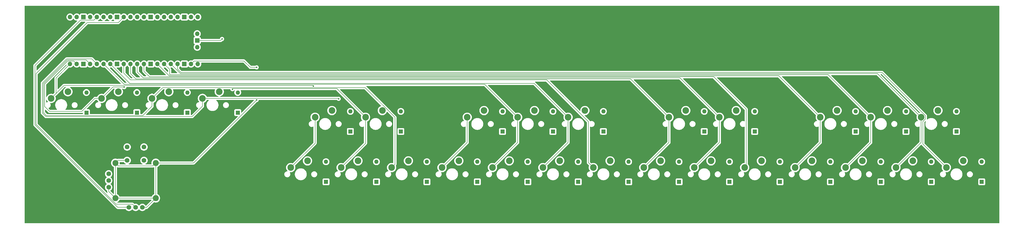
<source format=gbl>
G04 #@! TF.GenerationSoftware,KiCad,Pcbnew,8.0.3*
G04 #@! TF.CreationDate,2024-06-27T13:33:53-07:00*
G04 #@! TF.ProjectId,new midi keyboard,6e657720-6d69-4646-9920-6b6579626f61,rev?*
G04 #@! TF.SameCoordinates,Original*
G04 #@! TF.FileFunction,Copper,L2,Bot*
G04 #@! TF.FilePolarity,Positive*
%FSLAX46Y46*%
G04 Gerber Fmt 4.6, Leading zero omitted, Abs format (unit mm)*
G04 Created by KiCad (PCBNEW 8.0.3) date 2024-06-27 13:33:53*
%MOMM*%
%LPD*%
G01*
G04 APERTURE LIST*
G04 #@! TA.AperFunction,ComponentPad*
%ADD10C,1.778000*%
G04 #@! TD*
G04 #@! TA.AperFunction,ComponentPad*
%ADD11C,2.286000*%
G04 #@! TD*
G04 #@! TA.AperFunction,ComponentPad*
%ADD12C,2.500000*%
G04 #@! TD*
G04 #@! TA.AperFunction,ComponentPad*
%ADD13O,1.700000X1.700000*%
G04 #@! TD*
G04 #@! TA.AperFunction,ComponentPad*
%ADD14R,1.700000X1.700000*%
G04 #@! TD*
G04 #@! TA.AperFunction,ComponentPad*
%ADD15R,1.600000X1.600000*%
G04 #@! TD*
G04 #@! TA.AperFunction,ComponentPad*
%ADD16O,1.600000X1.600000*%
G04 #@! TD*
G04 #@! TA.AperFunction,ViaPad*
%ADD17C,0.600000*%
G04 #@! TD*
G04 #@! TA.AperFunction,Conductor*
%ADD18C,0.200000*%
G04 #@! TD*
G04 APERTURE END LIST*
D10*
G04 #@! TO.P,U2,B1A,SEL+*
G04 #@! TO.N,Net-(U1-GPIO17)*
X75409250Y-105573750D03*
G04 #@! TO.P,U2,B1B*
G04 #@! TO.N,N/C*
X81759250Y-105573750D03*
G04 #@! TO.P,U2,B2A,SEL-*
G04 #@! TO.N,gnd*
X75409250Y-110653750D03*
G04 #@! TO.P,U2,B2B*
G04 #@! TO.N,N/C*
X81759250Y-110653750D03*
G04 #@! TO.P,U2,H1,H+*
G04 #@! TO.N,Net-(U1-3V3)*
X76044250Y-128433750D03*
G04 #@! TO.P,U2,H2,H*
G04 #@! TO.N,Net-(U1-GPIO27_ADC1)*
X78584250Y-128433750D03*
G04 #@! TO.P,U2,H3,H-*
G04 #@! TO.N,gnd*
X81124250Y-128433750D03*
D11*
G04 #@! TO.P,U2,S1,SHIELD*
X70964250Y-111606250D03*
G04 #@! TO.P,U2,S2,SHIELD*
X70964250Y-124941250D03*
G04 #@! TO.P,U2,S3,SHIELD*
X86204250Y-124941250D03*
G04 #@! TO.P,U2,S4,SHIELD*
X86204250Y-111606250D03*
D10*
G04 #@! TO.P,U2,V1,V+*
G04 #@! TO.N,Net-(U1-3V3)*
X68424250Y-115733750D03*
G04 #@! TO.P,U2,V2,V*
G04 #@! TO.N,Net-(U1-GPIO26_ADC0)*
X68424250Y-118273750D03*
G04 #@! TO.P,U2,V3,V-*
G04 #@! TO.N,gnd*
X68424250Y-120813750D03*
G04 #@! TD*
D12*
G04 #@! TO.P,SW20,1,1*
G04 #@! TO.N,col11*
X346713000Y-113352500D03*
G04 #@! TO.P,SW20,2,2*
G04 #@! TO.N,Net-(D20-A)*
X353063000Y-110812500D03*
G04 #@! TD*
G04 #@! TO.P,SW13,1,1*
G04 #@! TO.N,col7*
X270513000Y-113352500D03*
G04 #@! TO.P,SW13,2,2*
G04 #@! TO.N,Net-(D13-A)*
X276863000Y-110812500D03*
G04 #@! TD*
D13*
G04 #@! TO.P,U1,1,GPIO0*
G04 #@! TO.N,col0*
X53819250Y-74141250D03*
G04 #@! TO.P,U1,2,GPIO1*
G04 #@! TO.N,col1*
X56359250Y-74141250D03*
D14*
G04 #@! TO.P,U1,3,GND*
G04 #@! TO.N,unconnected-(U1-GND-Pad3)*
X58899250Y-74141250D03*
D13*
G04 #@! TO.P,U1,4,GPIO2*
G04 #@! TO.N,col2*
X61439250Y-74141250D03*
G04 #@! TO.P,U1,5,GPIO3*
G04 #@! TO.N,col3*
X63979250Y-74141250D03*
G04 #@! TO.P,U1,6,GPIO4*
G04 #@! TO.N,col4*
X66519250Y-74141250D03*
G04 #@! TO.P,U1,7,GPIO5*
G04 #@! TO.N,col5*
X69059250Y-74141250D03*
D14*
G04 #@! TO.P,U1,8,GND*
G04 #@! TO.N,unconnected-(U1-GND-Pad8)*
X71599250Y-74141250D03*
D13*
G04 #@! TO.P,U1,9,GPIO6*
G04 #@! TO.N,col6*
X74139250Y-74141250D03*
G04 #@! TO.P,U1,10,GPIO7*
G04 #@! TO.N,col7*
X76679250Y-74141250D03*
G04 #@! TO.P,U1,11,GPIO8*
G04 #@! TO.N,col8*
X79219250Y-74141250D03*
G04 #@! TO.P,U1,12,GPIO9*
G04 #@! TO.N,col9*
X81759250Y-74141250D03*
D14*
G04 #@! TO.P,U1,13,GND*
G04 #@! TO.N,unconnected-(U1-GND-Pad13)*
X84299250Y-74141250D03*
D13*
G04 #@! TO.P,U1,14,GPIO10*
G04 #@! TO.N,col10*
X86839250Y-74141250D03*
G04 #@! TO.P,U1,15,GPIO11*
G04 #@! TO.N,col11*
X89379250Y-74141250D03*
G04 #@! TO.P,U1,16,GPIO12*
G04 #@! TO.N,col12*
X91919250Y-74141250D03*
G04 #@! TO.P,U1,17,GPIO13*
G04 #@! TO.N,col13*
X94459250Y-74141250D03*
D14*
G04 #@! TO.P,U1,18,GND*
G04 #@! TO.N,unconnected-(U1-GND-Pad18)*
X96999250Y-74141250D03*
D13*
G04 #@! TO.P,U1,19,GPIO14*
G04 #@! TO.N,row1*
X99539250Y-74141250D03*
G04 #@! TO.P,U1,20,GPIO15*
G04 #@! TO.N,row0*
X102079250Y-74141250D03*
G04 #@! TO.P,U1,21,GPIO16*
G04 #@! TO.N,row2*
X102079250Y-56361250D03*
G04 #@! TO.P,U1,22,GPIO17*
G04 #@! TO.N,Net-(U1-GPIO17)*
X99539250Y-56361250D03*
D14*
G04 #@! TO.P,U1,23,GND*
G04 #@! TO.N,unconnected-(U1-GND-Pad23)*
X96999250Y-56361250D03*
D13*
G04 #@! TO.P,U1,24,GPIO18*
G04 #@! TO.N,unconnected-(U1-GPIO18-Pad24)*
X94459250Y-56361250D03*
G04 #@! TO.P,U1,25,GPIO19*
G04 #@! TO.N,unconnected-(U1-GPIO19-Pad25)*
X91919250Y-56361250D03*
G04 #@! TO.P,U1,26,GPIO20*
G04 #@! TO.N,unconnected-(U1-GPIO20-Pad26)*
X89379250Y-56361250D03*
G04 #@! TO.P,U1,27,GPIO21*
G04 #@! TO.N,unconnected-(U1-GPIO21-Pad27)*
X86839250Y-56361250D03*
D14*
G04 #@! TO.P,U1,28,GND*
G04 #@! TO.N,unconnected-(U1-GND-Pad28)*
X84299250Y-56361250D03*
D13*
G04 #@! TO.P,U1,29,GPIO22*
G04 #@! TO.N,unconnected-(U1-GPIO22-Pad29)*
X81759250Y-56361250D03*
G04 #@! TO.P,U1,30,RUN*
G04 #@! TO.N,unconnected-(U1-RUN-Pad30)*
X79219250Y-56361250D03*
G04 #@! TO.P,U1,31,GPIO26_ADC0*
G04 #@! TO.N,Net-(U1-GPIO26_ADC0)*
X76679250Y-56361250D03*
G04 #@! TO.P,U1,32,GPIO27_ADC1*
G04 #@! TO.N,Net-(U1-GPIO27_ADC1)*
X74139250Y-56361250D03*
D14*
G04 #@! TO.P,U1,33,AGND*
G04 #@! TO.N,unconnected-(U1-AGND-Pad33)*
X71599250Y-56361250D03*
D13*
G04 #@! TO.P,U1,34,GPIO28_ADC2*
G04 #@! TO.N,unconnected-(U1-GPIO28_ADC2-Pad34)*
X69059250Y-56361250D03*
G04 #@! TO.P,U1,35,ADC_VREF*
G04 #@! TO.N,unconnected-(U1-ADC_VREF-Pad35)*
X66519250Y-56361250D03*
G04 #@! TO.P,U1,36,3V3*
G04 #@! TO.N,Net-(U1-3V3)*
X63979250Y-56361250D03*
G04 #@! TO.P,U1,37,3V3_EN*
G04 #@! TO.N,unconnected-(U1-3V3_EN-Pad37)*
X61439250Y-56361250D03*
D14*
G04 #@! TO.P,U1,38,GND*
G04 #@! TO.N,unconnected-(U1-GND-Pad38)*
X58899250Y-56361250D03*
D13*
G04 #@! TO.P,U1,39,VSYS*
G04 #@! TO.N,unconnected-(U1-VSYS-Pad39)*
X56359250Y-56361250D03*
G04 #@! TO.P,U1,40,VBUS*
G04 #@! TO.N,unconnected-(U1-VBUS-Pad40)*
X53819250Y-56361250D03*
G04 #@! TO.P,U1,41,SWCLK*
G04 #@! TO.N,unconnected-(U1-SWCLK-Pad41)*
X101849250Y-67791250D03*
D14*
G04 #@! TO.P,U1,42,GND*
G04 #@! TO.N,gnd*
X101849250Y-65251250D03*
D13*
G04 #@! TO.P,U1,43,SWDIO*
G04 #@! TO.N,unconnected-(U1-SWDIO-Pad43)*
X101849250Y-62711250D03*
G04 #@! TD*
D12*
G04 #@! TO.P,SW15,1,1*
G04 #@! TO.N,col8*
X289563000Y-113352500D03*
G04 #@! TO.P,SW15,2,2*
G04 #@! TO.N,Net-(D15-A)*
X295913000Y-110812500D03*
G04 #@! TD*
G04 #@! TO.P,SW24,1,1*
G04 #@! TO.N,col13*
X384813000Y-113352500D03*
G04 #@! TO.P,SW24,2,2*
G04 #@! TO.N,Net-(D24-A)*
X391163000Y-110812500D03*
G04 #@! TD*
G04 #@! TO.P,SW1,1,1*
G04 #@! TO.N,col0*
X137163000Y-113352500D03*
G04 #@! TO.P,SW1,2,2*
G04 #@! TO.N,Net-(D1-A)*
X143513000Y-110812500D03*
G04 #@! TD*
G04 #@! TO.P,SW11,1,1*
G04 #@! TO.N,col4*
X222888000Y-94302500D03*
G04 #@! TO.P,SW11,2,2*
G04 #@! TO.N,Net-(D11-A)*
X229238000Y-91762500D03*
G04 #@! TD*
G04 #@! TO.P,SW3,1,1*
G04 #@! TO.N,col2*
X175263000Y-113352500D03*
G04 #@! TO.P,SW3,2,2*
G04 #@! TO.N,Net-(D3-A)*
X181613000Y-110812500D03*
G04 #@! TD*
G04 #@! TO.P,SW18,1,1*
G04 #@! TO.N,col10*
X327663000Y-113352500D03*
G04 #@! TO.P,SW18,2,2*
G04 #@! TO.N,Net-(D18-A)*
X334013000Y-110812500D03*
G04 #@! TD*
G04 #@! TO.P,SW12,1,1*
G04 #@! TO.N,col5*
X241938000Y-94302500D03*
G04 #@! TO.P,SW12,2,2*
G04 #@! TO.N,Net-(D12-A)*
X248288000Y-91762500D03*
G04 #@! TD*
G04 #@! TO.P,SW4,1,1*
G04 #@! TO.N,col3*
X194313000Y-113352500D03*
G04 #@! TO.P,SW4,2,2*
G04 #@! TO.N,Net-(D4-A)*
X200663000Y-110812500D03*
G04 #@! TD*
G04 #@! TO.P,SW19,1,1*
G04 #@! TO.N,col10*
X337188000Y-94302500D03*
G04 #@! TO.P,SW19,2,2*
G04 #@! TO.N,Net-(D19-A)*
X343538000Y-91762500D03*
G04 #@! TD*
G04 #@! TO.P,SW25,1,1*
G04 #@! TO.N,col0*
X46675500Y-87158750D03*
G04 #@! TO.P,SW25,2,2*
G04 #@! TO.N,Net-(D25-A)*
X53025500Y-84618750D03*
G04 #@! TD*
G04 #@! TO.P,SW21,1,1*
G04 #@! TO.N,col11*
X356238000Y-94302500D03*
G04 #@! TO.P,SW21,2,2*
G04 #@! TO.N,Net-(D21-A)*
X362588000Y-91762500D03*
G04 #@! TD*
G04 #@! TO.P,SW7,1,1*
G04 #@! TO.N,col6*
X251463000Y-113352500D03*
G04 #@! TO.P,SW7,2,2*
G04 #@! TO.N,Net-(D7-A)*
X257813000Y-110812500D03*
G04 #@! TD*
G04 #@! TO.P,SW14,1,1*
G04 #@! TO.N,col7*
X280038000Y-94302500D03*
G04 #@! TO.P,SW14,2,2*
G04 #@! TO.N,Net-(D14-A)*
X286388000Y-91762500D03*
G04 #@! TD*
G04 #@! TO.P,SW16,1,1*
G04 #@! TO.N,col8*
X299088000Y-94302500D03*
G04 #@! TO.P,SW16,2,2*
G04 #@! TO.N,Net-(D16-A)*
X305438000Y-91762500D03*
G04 #@! TD*
G04 #@! TO.P,SW5,1,1*
G04 #@! TO.N,col4*
X213363000Y-113352500D03*
G04 #@! TO.P,SW5,2,2*
G04 #@! TO.N,Net-(D5-A)*
X219713000Y-110812500D03*
G04 #@! TD*
G04 #@! TO.P,SW26,1,1*
G04 #@! TO.N,col1*
X65725500Y-87158750D03*
G04 #@! TO.P,SW26,2,2*
G04 #@! TO.N,Net-(D26-A)*
X72075500Y-84618750D03*
G04 #@! TD*
G04 #@! TO.P,SW10,1,1*
G04 #@! TO.N,col3*
X203838000Y-94302500D03*
G04 #@! TO.P,SW10,2,2*
G04 #@! TO.N,Net-(D10-A)*
X210188000Y-91762500D03*
G04 #@! TD*
G04 #@! TO.P,SW22,1,1*
G04 #@! TO.N,col12*
X365763000Y-113352500D03*
G04 #@! TO.P,SW22,2,2*
G04 #@! TO.N,Net-(D22-A)*
X372113000Y-110812500D03*
G04 #@! TD*
G04 #@! TO.P,SW9,1,1*
G04 #@! TO.N,col1*
X165420500Y-94302500D03*
G04 #@! TO.P,SW9,2,2*
G04 #@! TO.N,Net-(D9-A)*
X171770500Y-91762500D03*
G04 #@! TD*
G04 #@! TO.P,SW2,1,1*
G04 #@! TO.N,col1*
X156213000Y-113352500D03*
G04 #@! TO.P,SW2,2,2*
G04 #@! TO.N,Net-(D2-A)*
X162563000Y-110812500D03*
G04 #@! TD*
G04 #@! TO.P,SW28,1,1*
G04 #@! TO.N,col3*
X103825500Y-87158750D03*
G04 #@! TO.P,SW28,2,2*
G04 #@! TO.N,Net-(D28-A)*
X110175500Y-84618750D03*
G04 #@! TD*
G04 #@! TO.P,SW27,1,1*
G04 #@! TO.N,col2*
X84775500Y-87158750D03*
G04 #@! TO.P,SW27,2,2*
G04 #@! TO.N,Net-(D27-A)*
X91125500Y-84618750D03*
G04 #@! TD*
G04 #@! TO.P,SW8,1,1*
G04 #@! TO.N,col0*
X146370500Y-94302500D03*
G04 #@! TO.P,SW8,2,2*
G04 #@! TO.N,Net-(D8-A)*
X152720500Y-91762500D03*
G04 #@! TD*
G04 #@! TO.P,SW23,1,1*
G04 #@! TO.N,col12*
X375288000Y-94302500D03*
G04 #@! TO.P,SW23,2,2*
G04 #@! TO.N,Net-(D23-A)*
X381638000Y-91762500D03*
G04 #@! TD*
G04 #@! TO.P,SW17,1,1*
G04 #@! TO.N,col9*
X308613000Y-113352500D03*
G04 #@! TO.P,SW17,2,2*
G04 #@! TO.N,Net-(D17-A)*
X314963000Y-110812500D03*
G04 #@! TD*
G04 #@! TO.P,SW6,1,1*
G04 #@! TO.N,col5*
X232413000Y-113352500D03*
G04 #@! TO.P,SW6,2,2*
G04 #@! TO.N,Net-(D6-A)*
X238763000Y-110812500D03*
G04 #@! TD*
D15*
G04 #@! TO.P,D13,1,K*
G04 #@! TO.N,row2*
X283848000Y-118750000D03*
D16*
G04 #@! TO.P,D13,2,A*
G04 #@! TO.N,Net-(D13-A)*
X283848000Y-111130000D03*
G04 #@! TD*
D15*
G04 #@! TO.P,D2,1,K*
G04 #@! TO.N,row2*
X169548000Y-118750000D03*
D16*
G04 #@! TO.P,D2,2,A*
G04 #@! TO.N,Net-(D2-A)*
X169548000Y-111130000D03*
G04 #@! TD*
D15*
G04 #@! TO.P,D16,1,K*
G04 #@! TO.N,row1*
X312423000Y-99700000D03*
D16*
G04 #@! TO.P,D16,2,A*
G04 #@! TO.N,Net-(D16-A)*
X312423000Y-92080000D03*
G04 #@! TD*
D15*
G04 #@! TO.P,D8,1,K*
G04 #@! TO.N,row1*
X159705500Y-99700000D03*
D16*
G04 #@! TO.P,D8,2,A*
G04 #@! TO.N,Net-(D8-A)*
X159705500Y-92080000D03*
G04 #@! TD*
D15*
G04 #@! TO.P,D15,1,K*
G04 #@! TO.N,row2*
X302898000Y-118750000D03*
D16*
G04 #@! TO.P,D15,2,A*
G04 #@! TO.N,Net-(D15-A)*
X302898000Y-111130000D03*
G04 #@! TD*
D15*
G04 #@! TO.P,D3,1,K*
G04 #@! TO.N,row2*
X188598000Y-118750000D03*
D16*
G04 #@! TO.P,D3,2,A*
G04 #@! TO.N,Net-(D3-A)*
X188598000Y-111130000D03*
G04 #@! TD*
D15*
G04 #@! TO.P,D28,1,K*
G04 #@! TO.N,row0*
X117160500Y-92556250D03*
D16*
G04 #@! TO.P,D28,2,A*
G04 #@! TO.N,Net-(D28-A)*
X117160500Y-84936250D03*
G04 #@! TD*
D15*
G04 #@! TO.P,D22,1,K*
G04 #@! TO.N,row2*
X379098000Y-118750000D03*
D16*
G04 #@! TO.P,D22,2,A*
G04 #@! TO.N,Net-(D22-A)*
X379098000Y-111130000D03*
G04 #@! TD*
D15*
G04 #@! TO.P,D20,1,K*
G04 #@! TO.N,row2*
X360048000Y-118750000D03*
D16*
G04 #@! TO.P,D20,2,A*
G04 #@! TO.N,Net-(D20-A)*
X360048000Y-111130000D03*
G04 #@! TD*
D15*
G04 #@! TO.P,D21,1,K*
G04 #@! TO.N,row1*
X369573000Y-99700000D03*
D16*
G04 #@! TO.P,D21,2,A*
G04 #@! TO.N,Net-(D21-A)*
X369573000Y-92080000D03*
G04 #@! TD*
D15*
G04 #@! TO.P,D6,1,K*
G04 #@! TO.N,row2*
X245748000Y-118750000D03*
D16*
G04 #@! TO.P,D6,2,A*
G04 #@! TO.N,Net-(D6-A)*
X245748000Y-111130000D03*
G04 #@! TD*
D15*
G04 #@! TO.P,D10,1,K*
G04 #@! TO.N,row1*
X217173000Y-99700000D03*
D16*
G04 #@! TO.P,D10,2,A*
G04 #@! TO.N,Net-(D10-A)*
X217173000Y-92080000D03*
G04 #@! TD*
D15*
G04 #@! TO.P,D25,1,K*
G04 #@! TO.N,row0*
X60010500Y-92556250D03*
D16*
G04 #@! TO.P,D25,2,A*
G04 #@! TO.N,Net-(D25-A)*
X60010500Y-84936250D03*
G04 #@! TD*
D15*
G04 #@! TO.P,D24,1,K*
G04 #@! TO.N,row2*
X398148000Y-118750000D03*
D16*
G04 #@! TO.P,D24,2,A*
G04 #@! TO.N,Net-(D24-A)*
X398148000Y-111130000D03*
G04 #@! TD*
D15*
G04 #@! TO.P,D23,1,K*
G04 #@! TO.N,row1*
X388623000Y-99700000D03*
D16*
G04 #@! TO.P,D23,2,A*
G04 #@! TO.N,Net-(D23-A)*
X388623000Y-92080000D03*
G04 #@! TD*
D15*
G04 #@! TO.P,D4,1,K*
G04 #@! TO.N,row2*
X207648000Y-118750000D03*
D16*
G04 #@! TO.P,D4,2,A*
G04 #@! TO.N,Net-(D4-A)*
X207648000Y-111130000D03*
G04 #@! TD*
D15*
G04 #@! TO.P,D19,1,K*
G04 #@! TO.N,row1*
X350523000Y-99700000D03*
D16*
G04 #@! TO.P,D19,2,A*
G04 #@! TO.N,Net-(D19-A)*
X350523000Y-92080000D03*
G04 #@! TD*
D15*
G04 #@! TO.P,D9,1,K*
G04 #@! TO.N,row1*
X178755500Y-99700000D03*
D16*
G04 #@! TO.P,D9,2,A*
G04 #@! TO.N,Net-(D9-A)*
X178755500Y-92080000D03*
G04 #@! TD*
D15*
G04 #@! TO.P,D12,1,K*
G04 #@! TO.N,row1*
X255273000Y-99700000D03*
D16*
G04 #@! TO.P,D12,2,A*
G04 #@! TO.N,Net-(D12-A)*
X255273000Y-92080000D03*
G04 #@! TD*
D15*
G04 #@! TO.P,D14,1,K*
G04 #@! TO.N,row1*
X293373000Y-99700000D03*
D16*
G04 #@! TO.P,D14,2,A*
G04 #@! TO.N,Net-(D14-A)*
X293373000Y-92080000D03*
G04 #@! TD*
D15*
G04 #@! TO.P,D5,1,K*
G04 #@! TO.N,row2*
X226698000Y-118750000D03*
D16*
G04 #@! TO.P,D5,2,A*
G04 #@! TO.N,Net-(D5-A)*
X226698000Y-111130000D03*
G04 #@! TD*
D15*
G04 #@! TO.P,D26,1,K*
G04 #@! TO.N,row0*
X79060500Y-92556250D03*
D16*
G04 #@! TO.P,D26,2,A*
G04 #@! TO.N,Net-(D26-A)*
X79060500Y-84936250D03*
G04 #@! TD*
D15*
G04 #@! TO.P,D11,1,K*
G04 #@! TO.N,row1*
X236223000Y-99700000D03*
D16*
G04 #@! TO.P,D11,2,A*
G04 #@! TO.N,Net-(D11-A)*
X236223000Y-92080000D03*
G04 #@! TD*
D15*
G04 #@! TO.P,D1,1,K*
G04 #@! TO.N,row2*
X150498000Y-118750000D03*
D16*
G04 #@! TO.P,D1,2,A*
G04 #@! TO.N,Net-(D1-A)*
X150498000Y-111130000D03*
G04 #@! TD*
D15*
G04 #@! TO.P,D27,1,K*
G04 #@! TO.N,row0*
X98110500Y-92556250D03*
D16*
G04 #@! TO.P,D27,2,A*
G04 #@! TO.N,Net-(D27-A)*
X98110500Y-84936250D03*
G04 #@! TD*
D15*
G04 #@! TO.P,D7,1,K*
G04 #@! TO.N,row2*
X264798000Y-118750000D03*
D16*
G04 #@! TO.P,D7,2,A*
G04 #@! TO.N,Net-(D7-A)*
X264798000Y-111130000D03*
G04 #@! TD*
D15*
G04 #@! TO.P,D18,1,K*
G04 #@! TO.N,row2*
X340998000Y-118750000D03*
D16*
G04 #@! TO.P,D18,2,A*
G04 #@! TO.N,Net-(D18-A)*
X340998000Y-111130000D03*
G04 #@! TD*
D15*
G04 #@! TO.P,D17,1,K*
G04 #@! TO.N,row2*
X321948000Y-118750000D03*
D16*
G04 #@! TO.P,D17,2,A*
G04 #@! TO.N,Net-(D17-A)*
X321948000Y-111130000D03*
G04 #@! TD*
D17*
G04 #@! TO.N,row1*
X124292500Y-75410000D03*
G04 #@! TO.N,col0*
X145735500Y-82468750D03*
G04 #@! TO.N,col1*
X74298000Y-82868750D03*
X115169049Y-83668750D03*
G04 #@! TO.N,col3*
X155260500Y-87317500D03*
G04 #@! TO.N,gnd*
X124304250Y-87758750D03*
X111234765Y-64668235D03*
G04 #@! TD*
D18*
G04 #@! TO.N,row1*
X121911000Y-75410000D02*
X119492250Y-72991250D01*
X119492250Y-72991250D02*
X100689250Y-72991250D01*
X100689250Y-72991250D02*
X99539250Y-74141250D01*
X124292500Y-75410000D02*
X121911000Y-75410000D01*
G04 #@! TO.N,col0*
X48501125Y-79459375D02*
X53819250Y-74141250D01*
X145535500Y-82268750D02*
X145735500Y-82468750D01*
X48501125Y-85333125D02*
X48501125Y-79459375D01*
X51565500Y-82268750D02*
X145535500Y-82268750D01*
X46675500Y-87158750D02*
X51565500Y-82268750D01*
X46675500Y-87158750D02*
X48501125Y-85333125D01*
X146370500Y-104145000D02*
X137163000Y-113352500D01*
X146370500Y-94302500D02*
X146370500Y-104145000D01*
G04 #@! TO.N,col1*
X55209250Y-72991250D02*
X56359250Y-74141250D01*
X115369049Y-83468750D02*
X154586750Y-83468750D01*
X46054338Y-92080000D02*
X44180500Y-90206162D01*
X65725500Y-87158750D02*
X63208000Y-87158750D01*
X165420500Y-104145000D02*
X156213000Y-113352500D01*
X115169049Y-83668750D02*
X115369049Y-83468750D01*
X44180500Y-90206162D02*
X44180500Y-81716250D01*
X44180500Y-81716250D02*
X52905500Y-72991250D01*
X165420500Y-94302500D02*
X165420500Y-104145000D01*
X70015500Y-82868750D02*
X74298000Y-82868750D01*
X58286750Y-92080000D02*
X46054338Y-92080000D01*
X52905500Y-72991250D02*
X55209250Y-72991250D01*
X65725500Y-87158750D02*
X70015500Y-82868750D01*
X63208000Y-87158750D02*
X58286750Y-92080000D01*
X154586750Y-83468750D02*
X165420500Y-94302500D01*
G04 #@! TO.N,col2*
X43780500Y-81550564D02*
X52739814Y-72591250D01*
X81280412Y-93656250D02*
X44918000Y-93656250D01*
X84775500Y-90161162D02*
X81280412Y-93656250D01*
X88865500Y-83068750D02*
X165268782Y-83068750D01*
X165268782Y-83068750D02*
X176512999Y-94312967D01*
X84775500Y-87158750D02*
X84775500Y-85888750D01*
X52739814Y-72591250D02*
X59889250Y-72591250D01*
X84775500Y-87158750D02*
X88865500Y-83068750D01*
X59889250Y-72591250D02*
X61439250Y-74141250D01*
X176512999Y-112102501D02*
X175263000Y-113352500D01*
X43780500Y-92518750D02*
X43780500Y-81550564D01*
X175421750Y-113511250D02*
X175263000Y-113352500D01*
X176512999Y-94312967D02*
X176512999Y-112102501D01*
X44918000Y-93656250D02*
X43780500Y-92518750D01*
X84775500Y-87158750D02*
X84775500Y-90161162D01*
G04 #@! TO.N,col3*
X103825500Y-90161162D02*
X99930412Y-94056250D01*
X103825500Y-87158750D02*
X103825500Y-90161162D01*
X44752314Y-94056250D02*
X43341750Y-92645686D01*
X203838000Y-94302500D02*
X203838000Y-103827500D01*
X43341750Y-81423628D02*
X52574128Y-72191250D01*
X62029250Y-72191250D02*
X63979250Y-74141250D01*
X155101750Y-87158750D02*
X155260500Y-87317500D01*
X203838000Y-103827500D02*
X194313000Y-113352500D01*
X43341750Y-92645686D02*
X43341750Y-81423628D01*
X52574128Y-72191250D02*
X62029250Y-72191250D01*
X99930412Y-94056250D02*
X44752314Y-94056250D01*
X103825500Y-87158750D02*
X155101750Y-87158750D01*
G04 #@! TO.N,col4*
X222888000Y-94302500D02*
X210454250Y-81868750D01*
X222888000Y-94302500D02*
X222888000Y-103827500D01*
X74246750Y-81868750D02*
X66519250Y-74141250D01*
X210454250Y-81868750D02*
X74246750Y-81868750D01*
X222888000Y-103827500D02*
X213363000Y-113352500D01*
G04 #@! TO.N,col5*
X241938000Y-94302500D02*
X241938000Y-103827500D01*
X229104250Y-81468750D02*
X76386750Y-81468750D01*
X241938000Y-94302500D02*
X229104250Y-81468750D01*
X241938000Y-103827500D02*
X232413000Y-113352500D01*
X76386750Y-81468750D02*
X69059250Y-74141250D01*
G04 #@! TO.N,col6*
X76679250Y-80173750D02*
X74139250Y-77633750D01*
X74139250Y-77633750D02*
X74139250Y-74141250D01*
X233841750Y-80173750D02*
X76679250Y-80173750D01*
X251463000Y-113352500D02*
X249603000Y-111492500D01*
X249603000Y-95935000D02*
X233841750Y-80173750D01*
X249603000Y-111492500D02*
X249603000Y-95935000D01*
G04 #@! TO.N,col7*
X280038000Y-103827500D02*
X270513000Y-113352500D01*
X280038000Y-94302500D02*
X265509250Y-79773750D01*
X78660500Y-79773750D02*
X76679250Y-77792500D01*
X265509250Y-79773750D02*
X78660500Y-79773750D01*
X76679250Y-77792500D02*
X76679250Y-74141250D01*
X280038000Y-94302500D02*
X280038000Y-103827500D01*
G04 #@! TO.N,col8*
X81441750Y-79373750D02*
X79219250Y-77151250D01*
X299088000Y-103827500D02*
X289563000Y-113352500D01*
X299088000Y-94302500D02*
X299088000Y-103827500D01*
X79219250Y-77151250D02*
X79219250Y-74141250D01*
X284159250Y-79373750D02*
X81441750Y-79373750D01*
X299088000Y-94302500D02*
X284159250Y-79373750D01*
G04 #@! TO.N,col9*
X308613000Y-113352500D02*
X309203000Y-112762500D01*
X296935500Y-78973750D02*
X83823000Y-78973750D01*
X83823000Y-78973750D02*
X81759250Y-76910000D01*
X309203000Y-91241250D02*
X296935500Y-78973750D01*
X309203000Y-112762500D02*
X309203000Y-91241250D01*
X81759250Y-76910000D02*
X81759250Y-74141250D01*
G04 #@! TO.N,col10*
X337188000Y-94302500D02*
X321459250Y-78573750D01*
X337188000Y-103827500D02*
X327663000Y-113352500D01*
X321459250Y-78573750D02*
X91271750Y-78573750D01*
X337188000Y-94302500D02*
X337188000Y-103827500D01*
X91271750Y-78573750D02*
X86839250Y-74141250D01*
G04 #@! TO.N,col11*
X91437436Y-78173750D02*
X91437436Y-76199436D01*
X356238000Y-94302500D02*
X340109250Y-78173750D01*
X356238000Y-94302500D02*
X356238000Y-103827500D01*
X91437436Y-76199436D02*
X89379250Y-74141250D01*
X356238000Y-103827500D02*
X346713000Y-113352500D01*
X340109250Y-78173750D02*
X91437436Y-78173750D01*
G04 #@! TO.N,col12*
X358759250Y-77773750D02*
X95551750Y-77773750D01*
X375288000Y-94302500D02*
X358759250Y-77773750D01*
X95551750Y-77773750D02*
X91919250Y-74141250D01*
X375288000Y-103827500D02*
X365763000Y-113352500D01*
X375288000Y-94302500D02*
X375288000Y-103827500D01*
G04 #@! TO.N,col13*
X375930032Y-104469532D02*
X375930032Y-95852500D01*
X376838000Y-94944532D02*
X376838000Y-93660468D01*
X376838000Y-93660468D02*
X360551282Y-77373750D01*
X384813000Y-113352500D02*
X375930032Y-104469532D01*
X360551282Y-77373750D02*
X95729250Y-77373750D01*
X95729250Y-77373750D02*
X94459250Y-76103750D01*
X375930032Y-95852500D02*
X376838000Y-94944532D01*
X94459250Y-76103750D02*
X94459250Y-74141250D01*
G04 #@! TO.N,gnd*
X68424250Y-120813750D02*
X68424250Y-122401250D01*
X70964250Y-124941250D02*
X86204250Y-124941250D01*
X71916750Y-110653750D02*
X70964250Y-111606250D01*
X70964250Y-111606250D02*
X70964250Y-124941250D01*
X85061250Y-112749250D02*
X72107250Y-112749250D01*
X111234765Y-64668235D02*
X110651750Y-65251250D01*
X81124250Y-128433750D02*
X82711750Y-128433750D01*
X86204250Y-111606250D02*
X100456750Y-111606250D01*
X86204250Y-124941250D02*
X86204250Y-111606250D01*
X100456750Y-111606250D02*
X124304250Y-87758750D01*
X75409250Y-110653750D02*
X71916750Y-110653750D01*
X72107250Y-112749250D02*
X70964250Y-111606250D01*
X110651750Y-65251250D02*
X101849250Y-65251250D01*
X86204250Y-111606250D02*
X85061250Y-112749250D01*
X68424250Y-122401250D02*
X70964250Y-124941250D01*
X82711750Y-128433750D02*
X86204250Y-124941250D01*
G04 #@! TO.N,Net-(U1-3V3)*
X40560500Y-97143897D02*
X40560500Y-74700000D01*
X71850353Y-128433750D02*
X40560500Y-97143897D01*
X62829250Y-57511250D02*
X63979250Y-56361250D01*
X57749250Y-57511250D02*
X62829250Y-57511250D01*
X40560500Y-74700000D02*
X57749250Y-57511250D01*
X76044250Y-128433750D02*
X71850353Y-128433750D01*
G04 #@! TO.N,Net-(U1-GPIO27_ADC1)*
X77395250Y-127244750D02*
X71227039Y-127244750D01*
X40960500Y-77792500D02*
X60289250Y-58463750D01*
X40960500Y-96978211D02*
X40960500Y-77792500D01*
X72036750Y-58463750D02*
X74139250Y-56361250D01*
X60289250Y-58463750D02*
X72036750Y-58463750D01*
X71227039Y-127244750D02*
X40960500Y-96978211D01*
X78584250Y-128433750D02*
X77395250Y-127244750D01*
G04 #@! TD*
G04 #@! TA.AperFunction,NonConductor*
G36*
X404752039Y-52115185D02*
G01*
X404797794Y-52167989D01*
X404809000Y-52219500D01*
X404809000Y-134323000D01*
X404789315Y-134390039D01*
X404736511Y-134435794D01*
X404685000Y-134447000D01*
X36801500Y-134447000D01*
X36734461Y-134427315D01*
X36688706Y-134374511D01*
X36677500Y-134323000D01*
X36677500Y-97222951D01*
X39959998Y-97222951D01*
X40000923Y-97375682D01*
X40029858Y-97425797D01*
X40029859Y-97425801D01*
X40029860Y-97425801D01*
X40079979Y-97512611D01*
X40079981Y-97512614D01*
X40198849Y-97631482D01*
X40198855Y-97631487D01*
X71365492Y-128798124D01*
X71365502Y-128798135D01*
X71369832Y-128802465D01*
X71369833Y-128802466D01*
X71481637Y-128914270D01*
X71481639Y-128914271D01*
X71481643Y-128914274D01*
X71618562Y-128993323D01*
X71618569Y-128993327D01*
X71730372Y-129023284D01*
X71771295Y-129034250D01*
X71771296Y-129034250D01*
X74709999Y-129034250D01*
X74777038Y-129053935D01*
X74814044Y-129093825D01*
X74815228Y-129093052D01*
X74943978Y-129290120D01*
X74943981Y-129290123D01*
X75099942Y-129459542D01*
X75281661Y-129600979D01*
X75484181Y-129710578D01*
X75597275Y-129749403D01*
X75701975Y-129785347D01*
X75701977Y-129785347D01*
X75701979Y-129785348D01*
X75929113Y-129823250D01*
X75929114Y-129823250D01*
X76159386Y-129823250D01*
X76159387Y-129823250D01*
X76386521Y-129785348D01*
X76604319Y-129710578D01*
X76806839Y-129600979D01*
X76988558Y-129459542D01*
X77144519Y-129290123D01*
X77210441Y-129189222D01*
X77263587Y-129143865D01*
X77332819Y-129134441D01*
X77396155Y-129163943D01*
X77418059Y-129189222D01*
X77483978Y-129290120D01*
X77483981Y-129290123D01*
X77639942Y-129459542D01*
X77821661Y-129600979D01*
X78024181Y-129710578D01*
X78137275Y-129749403D01*
X78241975Y-129785347D01*
X78241977Y-129785347D01*
X78241979Y-129785348D01*
X78469113Y-129823250D01*
X78469114Y-129823250D01*
X78699386Y-129823250D01*
X78699387Y-129823250D01*
X78926521Y-129785348D01*
X79144319Y-129710578D01*
X79346839Y-129600979D01*
X79528558Y-129459542D01*
X79684519Y-129290123D01*
X79750441Y-129189222D01*
X79803587Y-129143865D01*
X79872819Y-129134441D01*
X79936155Y-129163943D01*
X79958059Y-129189222D01*
X80023978Y-129290120D01*
X80023981Y-129290123D01*
X80179942Y-129459542D01*
X80361661Y-129600979D01*
X80564181Y-129710578D01*
X80677275Y-129749403D01*
X80781975Y-129785347D01*
X80781977Y-129785347D01*
X80781979Y-129785348D01*
X81009113Y-129823250D01*
X81009114Y-129823250D01*
X81239386Y-129823250D01*
X81239387Y-129823250D01*
X81466521Y-129785348D01*
X81684319Y-129710578D01*
X81886839Y-129600979D01*
X82068558Y-129459542D01*
X82224519Y-129290123D01*
X82290441Y-129189222D01*
X82353272Y-129093052D01*
X82354668Y-129093964D01*
X82398682Y-129049633D01*
X82458501Y-129034250D01*
X82625081Y-129034250D01*
X82625097Y-129034251D01*
X82632693Y-129034251D01*
X82790804Y-129034251D01*
X82790807Y-129034251D01*
X82943535Y-128993327D01*
X82993654Y-128964389D01*
X83080466Y-128914270D01*
X83192270Y-128802466D01*
X83192270Y-128802464D01*
X83202478Y-128792257D01*
X83202480Y-128792254D01*
X85488283Y-126506450D01*
X85549604Y-126472967D01*
X85619296Y-126477951D01*
X85623415Y-126479572D01*
X85694810Y-126509145D01*
X85946355Y-126569535D01*
X86204250Y-126589832D01*
X86462145Y-126569535D01*
X86713690Y-126509145D01*
X86952691Y-126410147D01*
X87173262Y-126274981D01*
X87369974Y-126106974D01*
X87537981Y-125910262D01*
X87673147Y-125689691D01*
X87772145Y-125450690D01*
X87832535Y-125199145D01*
X87852832Y-124941250D01*
X87832535Y-124683355D01*
X87772145Y-124431810D01*
X87673147Y-124192809D01*
X87673147Y-124192808D01*
X87537982Y-123972240D01*
X87537979Y-123972235D01*
X87477515Y-123901441D01*
X87369974Y-123775526D01*
X87262431Y-123683676D01*
X87173264Y-123607520D01*
X87173259Y-123607517D01*
X86952694Y-123472354D01*
X86952691Y-123472353D01*
X86881296Y-123442779D01*
X86826893Y-123398938D01*
X86804829Y-123332643D01*
X86804750Y-123328219D01*
X86804750Y-115803921D01*
X134767500Y-115803921D01*
X134767500Y-115981078D01*
X134795214Y-116156056D01*
X134849956Y-116324539D01*
X134849957Y-116324542D01*
X134887053Y-116397345D01*
X134930386Y-116482390D01*
X135034517Y-116625714D01*
X135159786Y-116750983D01*
X135303110Y-116855114D01*
X135371577Y-116890000D01*
X135460957Y-116935542D01*
X135460960Y-116935543D01*
X135545201Y-116962914D01*
X135629445Y-116990286D01*
X135804421Y-117018000D01*
X135804422Y-117018000D01*
X135981578Y-117018000D01*
X135981579Y-117018000D01*
X136156555Y-116990286D01*
X136325042Y-116935542D01*
X136482890Y-116855114D01*
X136626214Y-116750983D01*
X136751483Y-116625714D01*
X136855614Y-116482390D01*
X136936042Y-116324542D01*
X136990786Y-116156055D01*
X137018500Y-115981079D01*
X137018500Y-115803921D01*
X137009165Y-115744986D01*
X138722500Y-115744986D01*
X138722500Y-116040013D01*
X138741782Y-116186466D01*
X138761007Y-116332493D01*
X138837361Y-116617451D01*
X138837364Y-116617461D01*
X138950254Y-116890000D01*
X138950258Y-116890010D01*
X139097761Y-117145493D01*
X139277352Y-117379540D01*
X139277358Y-117379547D01*
X139485952Y-117588141D01*
X139485959Y-117588147D01*
X139720006Y-117767738D01*
X139975489Y-117915241D01*
X139975490Y-117915241D01*
X139975493Y-117915243D01*
X140248048Y-118028139D01*
X140533007Y-118104493D01*
X140825494Y-118143000D01*
X140825501Y-118143000D01*
X141120499Y-118143000D01*
X141120506Y-118143000D01*
X141412993Y-118104493D01*
X141697952Y-118028139D01*
X141970507Y-117915243D01*
X141993211Y-117902135D01*
X149197500Y-117902135D01*
X149197500Y-119597870D01*
X149197501Y-119597876D01*
X149203908Y-119657483D01*
X149254202Y-119792328D01*
X149254206Y-119792335D01*
X149340452Y-119907544D01*
X149340455Y-119907547D01*
X149455664Y-119993793D01*
X149455671Y-119993797D01*
X149590517Y-120044091D01*
X149590516Y-120044091D01*
X149597444Y-120044835D01*
X149650127Y-120050500D01*
X151345872Y-120050499D01*
X151405483Y-120044091D01*
X151540331Y-119993796D01*
X151655546Y-119907546D01*
X151741796Y-119792331D01*
X151792091Y-119657483D01*
X151798500Y-119597873D01*
X151798499Y-117902128D01*
X151792091Y-117842517D01*
X151784078Y-117821034D01*
X151741797Y-117707671D01*
X151741793Y-117707664D01*
X151655547Y-117592455D01*
X151655544Y-117592452D01*
X151540335Y-117506206D01*
X151540328Y-117506202D01*
X151405482Y-117455908D01*
X151405483Y-117455908D01*
X151345883Y-117449501D01*
X151345881Y-117449500D01*
X151345873Y-117449500D01*
X151345864Y-117449500D01*
X149650129Y-117449500D01*
X149650123Y-117449501D01*
X149590516Y-117455908D01*
X149455671Y-117506202D01*
X149455664Y-117506206D01*
X149340455Y-117592452D01*
X149340452Y-117592455D01*
X149254206Y-117707664D01*
X149254202Y-117707671D01*
X149203908Y-117842517D01*
X149197501Y-117902116D01*
X149197501Y-117902123D01*
X149197500Y-117902135D01*
X141993211Y-117902135D01*
X142225994Y-117767738D01*
X142460042Y-117588146D01*
X142668646Y-117379542D01*
X142848238Y-117145494D01*
X142995743Y-116890007D01*
X143108639Y-116617452D01*
X143184993Y-116332493D01*
X143223500Y-116040006D01*
X143223500Y-115803921D01*
X144927500Y-115803921D01*
X144927500Y-115981078D01*
X144955214Y-116156056D01*
X145009956Y-116324539D01*
X145009957Y-116324542D01*
X145047053Y-116397345D01*
X145090386Y-116482390D01*
X145194517Y-116625714D01*
X145319786Y-116750983D01*
X145463110Y-116855114D01*
X145531577Y-116890000D01*
X145620957Y-116935542D01*
X145620960Y-116935543D01*
X145705201Y-116962914D01*
X145789445Y-116990286D01*
X145964421Y-117018000D01*
X145964422Y-117018000D01*
X146141578Y-117018000D01*
X146141579Y-117018000D01*
X146316555Y-116990286D01*
X146485042Y-116935542D01*
X146642890Y-116855114D01*
X146786214Y-116750983D01*
X146911483Y-116625714D01*
X147015614Y-116482390D01*
X147096042Y-116324542D01*
X147150786Y-116156055D01*
X147178500Y-115981079D01*
X147178500Y-115803921D01*
X147150786Y-115628945D01*
X147096042Y-115460458D01*
X147096042Y-115460457D01*
X147015613Y-115302609D01*
X147005201Y-115288278D01*
X146911483Y-115159286D01*
X146786214Y-115034017D01*
X146642890Y-114929886D01*
X146485042Y-114849457D01*
X146485039Y-114849456D01*
X146316556Y-114794714D01*
X146229067Y-114780857D01*
X146141579Y-114767000D01*
X145964421Y-114767000D01*
X145906095Y-114776238D01*
X145789443Y-114794714D01*
X145620960Y-114849456D01*
X145620957Y-114849457D01*
X145463109Y-114929886D01*
X145385104Y-114986561D01*
X145319786Y-115034017D01*
X145319784Y-115034019D01*
X145319783Y-115034019D01*
X145194519Y-115159283D01*
X145194519Y-115159284D01*
X145194517Y-115159286D01*
X145149796Y-115220838D01*
X145090386Y-115302609D01*
X145009957Y-115460457D01*
X145009956Y-115460460D01*
X144955214Y-115628943D01*
X144927500Y-115803921D01*
X143223500Y-115803921D01*
X143223500Y-115744994D01*
X143184993Y-115452507D01*
X143108639Y-115167548D01*
X142995743Y-114894993D01*
X142985572Y-114877377D01*
X142848238Y-114639506D01*
X142668647Y-114405459D01*
X142668641Y-114405452D01*
X142460047Y-114196858D01*
X142460040Y-114196852D01*
X142225993Y-114017261D01*
X141970510Y-113869758D01*
X141970500Y-113869754D01*
X141697961Y-113756864D01*
X141697954Y-113756862D01*
X141697952Y-113756861D01*
X141412993Y-113680507D01*
X141364113Y-113674071D01*
X141120513Y-113642000D01*
X141120506Y-113642000D01*
X140825494Y-113642000D01*
X140825486Y-113642000D01*
X140547085Y-113678653D01*
X140533007Y-113680507D01*
X140248048Y-113756861D01*
X140248038Y-113756864D01*
X139975499Y-113869754D01*
X139975489Y-113869758D01*
X139720006Y-114017261D01*
X139485959Y-114196852D01*
X139485952Y-114196858D01*
X139277358Y-114405452D01*
X139277352Y-114405459D01*
X139097761Y-114639506D01*
X138950258Y-114894989D01*
X138950254Y-114894999D01*
X138837364Y-115167538D01*
X138837361Y-115167548D01*
X138801172Y-115302610D01*
X138761008Y-115452504D01*
X138761006Y-115452515D01*
X138722500Y-115744986D01*
X137009165Y-115744986D01*
X136990786Y-115628945D01*
X136936042Y-115460458D01*
X136936042Y-115460457D01*
X136908190Y-115405795D01*
X136855614Y-115302610D01*
X136854529Y-115301117D01*
X136845202Y-115288278D01*
X136821722Y-115222472D01*
X136837548Y-115154418D01*
X136887654Y-115105723D01*
X136956132Y-115091848D01*
X136963992Y-115092776D01*
X137031818Y-115103000D01*
X137294182Y-115103000D01*
X137553615Y-115063896D01*
X137804323Y-114986563D01*
X138040704Y-114872728D01*
X138257479Y-114724933D01*
X138449805Y-114546481D01*
X138613386Y-114341357D01*
X138744568Y-114114143D01*
X138840420Y-113869916D01*
X138898802Y-113614130D01*
X138918408Y-113352500D01*
X138915135Y-113308827D01*
X138898803Y-113090879D01*
X138898802Y-113090874D01*
X138898802Y-113090870D01*
X138840420Y-112835084D01*
X138782488Y-112687476D01*
X138776320Y-112617884D01*
X138808758Y-112556000D01*
X138810176Y-112554557D01*
X140552238Y-110812495D01*
X141757592Y-110812495D01*
X141757592Y-110812504D01*
X141777196Y-111074120D01*
X141777197Y-111074125D01*
X141835576Y-111329902D01*
X141835578Y-111329911D01*
X141835580Y-111329916D01*
X141931432Y-111574143D01*
X142062614Y-111801357D01*
X142176007Y-111943547D01*
X142226198Y-112006485D01*
X142366745Y-112136892D01*
X142418521Y-112184933D01*
X142635296Y-112332728D01*
X142635301Y-112332730D01*
X142635302Y-112332731D01*
X142635303Y-112332732D01*
X142760843Y-112393188D01*
X142871673Y-112446561D01*
X142871674Y-112446561D01*
X142871677Y-112446563D01*
X143122385Y-112523896D01*
X143381818Y-112563000D01*
X143644182Y-112563000D01*
X143903615Y-112523896D01*
X144154323Y-112446563D01*
X144345097Y-112354691D01*
X144390696Y-112332732D01*
X144390696Y-112332731D01*
X144390704Y-112332728D01*
X144607479Y-112184933D01*
X144799805Y-112006481D01*
X144963386Y-111801357D01*
X145094568Y-111574143D01*
X145190420Y-111329916D01*
X145236050Y-111129998D01*
X149192532Y-111129998D01*
X149192532Y-111130001D01*
X149212364Y-111356686D01*
X149212366Y-111356697D01*
X149271258Y-111576488D01*
X149271261Y-111576497D01*
X149367431Y-111782732D01*
X149367432Y-111782734D01*
X149497954Y-111969141D01*
X149658858Y-112130045D01*
X149658861Y-112130047D01*
X149845266Y-112260568D01*
X150051504Y-112356739D01*
X150271308Y-112415635D01*
X150433230Y-112429801D01*
X150497998Y-112435468D01*
X150498000Y-112435468D01*
X150498002Y-112435468D01*
X150554673Y-112430509D01*
X150724692Y-112415635D01*
X150944496Y-112356739D01*
X151150734Y-112260568D01*
X151337139Y-112130047D01*
X151498047Y-111969139D01*
X151628568Y-111782734D01*
X151724739Y-111576496D01*
X151783635Y-111356692D01*
X151803468Y-111130000D01*
X151783635Y-110903308D01*
X151724739Y-110683504D01*
X151628568Y-110477266D01*
X151498047Y-110290861D01*
X151498045Y-110290858D01*
X151337141Y-110129954D01*
X151150734Y-109999432D01*
X151150732Y-109999431D01*
X150944497Y-109903261D01*
X150944488Y-109903258D01*
X150724697Y-109844366D01*
X150724693Y-109844365D01*
X150724692Y-109844365D01*
X150724691Y-109844364D01*
X150724686Y-109844364D01*
X150498002Y-109824532D01*
X150497998Y-109824532D01*
X150271313Y-109844364D01*
X150271302Y-109844366D01*
X150051511Y-109903258D01*
X150051502Y-109903261D01*
X149845267Y-109999431D01*
X149845265Y-109999432D01*
X149658858Y-110129954D01*
X149497954Y-110290858D01*
X149367432Y-110477265D01*
X149367431Y-110477267D01*
X149271261Y-110683502D01*
X149271258Y-110683511D01*
X149212366Y-110903302D01*
X149212364Y-110903313D01*
X149192532Y-111129998D01*
X145236050Y-111129998D01*
X145248802Y-111074130D01*
X145248803Y-111074120D01*
X145268408Y-110812504D01*
X145268408Y-110812495D01*
X145248803Y-110550879D01*
X145248802Y-110550874D01*
X145248802Y-110550870D01*
X145190420Y-110295084D01*
X145094568Y-110050857D01*
X144963386Y-109823643D01*
X144799805Y-109618519D01*
X144799804Y-109618518D01*
X144799801Y-109618514D01*
X144607479Y-109440067D01*
X144514858Y-109376919D01*
X144390704Y-109292272D01*
X144390700Y-109292270D01*
X144390697Y-109292268D01*
X144390696Y-109292267D01*
X144154325Y-109178438D01*
X144154327Y-109178438D01*
X143903623Y-109101106D01*
X143903619Y-109101105D01*
X143903615Y-109101104D01*
X143778823Y-109082294D01*
X143644187Y-109062000D01*
X143644182Y-109062000D01*
X143381818Y-109062000D01*
X143381812Y-109062000D01*
X143220247Y-109086353D01*
X143122385Y-109101104D01*
X143122382Y-109101105D01*
X143122376Y-109101106D01*
X142871673Y-109178438D01*
X142635303Y-109292267D01*
X142635302Y-109292268D01*
X142418520Y-109440067D01*
X142226198Y-109618514D01*
X142062614Y-109823643D01*
X141931432Y-110050856D01*
X141835582Y-110295078D01*
X141835576Y-110295097D01*
X141777197Y-110550874D01*
X141777196Y-110550879D01*
X141757592Y-110812495D01*
X140552238Y-110812495D01*
X146729006Y-104635728D01*
X146729011Y-104635724D01*
X146739214Y-104625520D01*
X146739216Y-104625520D01*
X146851020Y-104513716D01*
X146930077Y-104376784D01*
X146971000Y-104224057D01*
X146971000Y-96694986D01*
X147930000Y-96694986D01*
X147930000Y-96990013D01*
X147939852Y-97064840D01*
X147968507Y-97282493D01*
X148044861Y-97567451D01*
X148044864Y-97567461D01*
X148157754Y-97840000D01*
X148157758Y-97840010D01*
X148305261Y-98095493D01*
X148484852Y-98329540D01*
X148484858Y-98329547D01*
X148693452Y-98538141D01*
X148693459Y-98538147D01*
X148927506Y-98717738D01*
X149182989Y-98865241D01*
X149182990Y-98865241D01*
X149182993Y-98865243D01*
X149455548Y-98978139D01*
X149740507Y-99054493D01*
X150032994Y-99093000D01*
X150033001Y-99093000D01*
X150327999Y-99093000D01*
X150328006Y-99093000D01*
X150620493Y-99054493D01*
X150905452Y-98978139D01*
X151178007Y-98865243D01*
X151200711Y-98852135D01*
X158405000Y-98852135D01*
X158405000Y-100547870D01*
X158405001Y-100547876D01*
X158411408Y-100607483D01*
X158461702Y-100742328D01*
X158461706Y-100742335D01*
X158547952Y-100857544D01*
X158547955Y-100857547D01*
X158663164Y-100943793D01*
X158663171Y-100943797D01*
X158798017Y-100994091D01*
X158798016Y-100994091D01*
X158804944Y-100994835D01*
X158857627Y-101000500D01*
X160553372Y-101000499D01*
X160612983Y-100994091D01*
X160747831Y-100943796D01*
X160863046Y-100857546D01*
X160949296Y-100742331D01*
X160999591Y-100607483D01*
X161006000Y-100547873D01*
X161005999Y-98852128D01*
X160999591Y-98792517D01*
X160971700Y-98717738D01*
X160949297Y-98657671D01*
X160949293Y-98657664D01*
X160863047Y-98542455D01*
X160863044Y-98542452D01*
X160747835Y-98456206D01*
X160747828Y-98456202D01*
X160612982Y-98405908D01*
X160612983Y-98405908D01*
X160553383Y-98399501D01*
X160553381Y-98399500D01*
X160553373Y-98399500D01*
X160553364Y-98399500D01*
X158857629Y-98399500D01*
X158857623Y-98399501D01*
X158798016Y-98405908D01*
X158663171Y-98456202D01*
X158663164Y-98456206D01*
X158547955Y-98542452D01*
X158547952Y-98542455D01*
X158461706Y-98657664D01*
X158461702Y-98657671D01*
X158411408Y-98792517D01*
X158405001Y-98852116D01*
X158405001Y-98852123D01*
X158405000Y-98852135D01*
X151200711Y-98852135D01*
X151433494Y-98717738D01*
X151667542Y-98538146D01*
X151876146Y-98329542D01*
X152055738Y-98095494D01*
X152203243Y-97840007D01*
X152316139Y-97567452D01*
X152392493Y-97282493D01*
X152431000Y-96990006D01*
X152431000Y-96753921D01*
X154135000Y-96753921D01*
X154135000Y-96931078D01*
X154162714Y-97106056D01*
X154217456Y-97274539D01*
X154217457Y-97274542D01*
X154294527Y-97425797D01*
X154297886Y-97432390D01*
X154402017Y-97575714D01*
X154527286Y-97700983D01*
X154670610Y-97805114D01*
X154739077Y-97840000D01*
X154828457Y-97885542D01*
X154828460Y-97885543D01*
X154912701Y-97912914D01*
X154996945Y-97940286D01*
X155171921Y-97968000D01*
X155171922Y-97968000D01*
X155349078Y-97968000D01*
X155349079Y-97968000D01*
X155524055Y-97940286D01*
X155692542Y-97885542D01*
X155850390Y-97805114D01*
X155993714Y-97700983D01*
X156118983Y-97575714D01*
X156223114Y-97432390D01*
X156303542Y-97274542D01*
X156358286Y-97106055D01*
X156386000Y-96931079D01*
X156386000Y-96753921D01*
X156358286Y-96578945D01*
X156303542Y-96410458D01*
X156303542Y-96410457D01*
X156223113Y-96252609D01*
X156210390Y-96235097D01*
X156118983Y-96109286D01*
X155993714Y-95984017D01*
X155850390Y-95879886D01*
X155835227Y-95872160D01*
X155692542Y-95799457D01*
X155692539Y-95799456D01*
X155524056Y-95744714D01*
X155436567Y-95730857D01*
X155349079Y-95717000D01*
X155171921Y-95717000D01*
X155113595Y-95726238D01*
X154996943Y-95744714D01*
X154828460Y-95799456D01*
X154828457Y-95799457D01*
X154670609Y-95879886D01*
X154612072Y-95922416D01*
X154527286Y-95984017D01*
X154527284Y-95984019D01*
X154527283Y-95984019D01*
X154402019Y-96109283D01*
X154402019Y-96109284D01*
X154402017Y-96109286D01*
X154374314Y-96147416D01*
X154297886Y-96252609D01*
X154217457Y-96410457D01*
X154217456Y-96410460D01*
X154162714Y-96578943D01*
X154135000Y-96753921D01*
X152431000Y-96753921D01*
X152431000Y-96694994D01*
X152392493Y-96402507D01*
X152316139Y-96117548D01*
X152316132Y-96117532D01*
X152260829Y-95984019D01*
X152203243Y-95844993D01*
X152190549Y-95823007D01*
X152055738Y-95589506D01*
X151876147Y-95355459D01*
X151876141Y-95355452D01*
X151667547Y-95146858D01*
X151667540Y-95146852D01*
X151433493Y-94967261D01*
X151178010Y-94819758D01*
X151178000Y-94819754D01*
X150905461Y-94706864D01*
X150905454Y-94706862D01*
X150905452Y-94706861D01*
X150620493Y-94630507D01*
X150571613Y-94624071D01*
X150328013Y-94592000D01*
X150328006Y-94592000D01*
X150032994Y-94592000D01*
X150032986Y-94592000D01*
X149754585Y-94628653D01*
X149740507Y-94630507D01*
X149455548Y-94706861D01*
X149455538Y-94706864D01*
X149182999Y-94819754D01*
X149182989Y-94819758D01*
X148927506Y-94967261D01*
X148693459Y-95146852D01*
X148693452Y-95146858D01*
X148484858Y-95355452D01*
X148484852Y-95355459D01*
X148305261Y-95589506D01*
X148157758Y-95844989D01*
X148157754Y-95844999D01*
X148044864Y-96117538D01*
X148044861Y-96117548D01*
X148008672Y-96252610D01*
X147968508Y-96402504D01*
X147968506Y-96402515D01*
X147930000Y-96694986D01*
X146971000Y-96694986D01*
X146971000Y-96034136D01*
X146990685Y-95967097D01*
X147041198Y-95922416D01*
X147248204Y-95822728D01*
X147464979Y-95674933D01*
X147657305Y-95496481D01*
X147820886Y-95291357D01*
X147952068Y-95064143D01*
X148047920Y-94819916D01*
X148106302Y-94564130D01*
X148108352Y-94536774D01*
X148125908Y-94302504D01*
X148125908Y-94302495D01*
X148106303Y-94040879D01*
X148106302Y-94040874D01*
X148106302Y-94040870D01*
X148047920Y-93785084D01*
X147952068Y-93540857D01*
X147820886Y-93313643D01*
X147657305Y-93108519D01*
X147657304Y-93108518D01*
X147657301Y-93108514D01*
X147464979Y-92930067D01*
X147461340Y-92927586D01*
X147248204Y-92782272D01*
X147248200Y-92782270D01*
X147248197Y-92782268D01*
X147248196Y-92782267D01*
X147011825Y-92668438D01*
X147011827Y-92668438D01*
X146761123Y-92591106D01*
X146761119Y-92591105D01*
X146761115Y-92591104D01*
X146618349Y-92569585D01*
X146501687Y-92552000D01*
X146501682Y-92552000D01*
X146239318Y-92552000D01*
X146239312Y-92552000D01*
X146089585Y-92574569D01*
X145979885Y-92591104D01*
X145979882Y-92591105D01*
X145979876Y-92591106D01*
X145729173Y-92668438D01*
X145492803Y-92782267D01*
X145492802Y-92782268D01*
X145276020Y-92930067D01*
X145083698Y-93108514D01*
X144920114Y-93313643D01*
X144788932Y-93540856D01*
X144693082Y-93785078D01*
X144693076Y-93785097D01*
X144634697Y-94040874D01*
X144634696Y-94040879D01*
X144615092Y-94302495D01*
X144615092Y-94302504D01*
X144634696Y-94564120D01*
X144634697Y-94564125D01*
X144693076Y-94819902D01*
X144693078Y-94819911D01*
X144693080Y-94819916D01*
X144788932Y-95064143D01*
X144920114Y-95291357D01*
X144971233Y-95355458D01*
X145083697Y-95496484D01*
X145089877Y-95502217D01*
X145125633Y-95562244D01*
X145123260Y-95632074D01*
X145083511Y-95689535D01*
X145019006Y-95716384D01*
X145015288Y-95716734D01*
X145011928Y-95716998D01*
X144836943Y-95744714D01*
X144668460Y-95799456D01*
X144668457Y-95799457D01*
X144510609Y-95879886D01*
X144452072Y-95922416D01*
X144367286Y-95984017D01*
X144367284Y-95984019D01*
X144367283Y-95984019D01*
X144242019Y-96109283D01*
X144242019Y-96109284D01*
X144242017Y-96109286D01*
X144214314Y-96147416D01*
X144137886Y-96252609D01*
X144057457Y-96410457D01*
X144057456Y-96410460D01*
X144002714Y-96578943D01*
X143975000Y-96753921D01*
X143975000Y-96931078D01*
X144002714Y-97106056D01*
X144057456Y-97274539D01*
X144057457Y-97274542D01*
X144134527Y-97425797D01*
X144137886Y-97432390D01*
X144242017Y-97575714D01*
X144367286Y-97700983D01*
X144510610Y-97805114D01*
X144579077Y-97840000D01*
X144668457Y-97885542D01*
X144668460Y-97885543D01*
X144752701Y-97912914D01*
X144836945Y-97940286D01*
X145011921Y-97968000D01*
X145011922Y-97968000D01*
X145189078Y-97968000D01*
X145189079Y-97968000D01*
X145364055Y-97940286D01*
X145532542Y-97885542D01*
X145589705Y-97856415D01*
X145658373Y-97843519D01*
X145723113Y-97869794D01*
X145763371Y-97926900D01*
X145770000Y-97966900D01*
X145770000Y-103844902D01*
X145750315Y-103911941D01*
X145733681Y-103932583D01*
X137963395Y-111702868D01*
X137902072Y-111736353D01*
X137832380Y-111731369D01*
X137821916Y-111726909D01*
X137804324Y-111718437D01*
X137553623Y-111641106D01*
X137553619Y-111641105D01*
X137553615Y-111641104D01*
X137428823Y-111622294D01*
X137294187Y-111602000D01*
X137294182Y-111602000D01*
X137031818Y-111602000D01*
X137031812Y-111602000D01*
X136870247Y-111626353D01*
X136772385Y-111641104D01*
X136772382Y-111641105D01*
X136772376Y-111641106D01*
X136521673Y-111718438D01*
X136285303Y-111832267D01*
X136285302Y-111832268D01*
X136068520Y-111980067D01*
X135876198Y-112158514D01*
X135712614Y-112363643D01*
X135581432Y-112590856D01*
X135485582Y-112835078D01*
X135485576Y-112835097D01*
X135427197Y-113090874D01*
X135427196Y-113090879D01*
X135407592Y-113352495D01*
X135407592Y-113352504D01*
X135427196Y-113614120D01*
X135427197Y-113614125D01*
X135485576Y-113869902D01*
X135485578Y-113869911D01*
X135485580Y-113869916D01*
X135581432Y-114114143D01*
X135712614Y-114341357D01*
X135763733Y-114405458D01*
X135876197Y-114546484D01*
X135882377Y-114552217D01*
X135918133Y-114612244D01*
X135915760Y-114682074D01*
X135876011Y-114739535D01*
X135811506Y-114766384D01*
X135807788Y-114766734D01*
X135804428Y-114766998D01*
X135629443Y-114794714D01*
X135460960Y-114849456D01*
X135460957Y-114849457D01*
X135303109Y-114929886D01*
X135225104Y-114986561D01*
X135159786Y-115034017D01*
X135159784Y-115034019D01*
X135159783Y-115034019D01*
X135034519Y-115159283D01*
X135034519Y-115159284D01*
X135034517Y-115159286D01*
X134989796Y-115220838D01*
X134930386Y-115302609D01*
X134849957Y-115460457D01*
X134849956Y-115460460D01*
X134795214Y-115628943D01*
X134767500Y-115803921D01*
X86804750Y-115803921D01*
X86804750Y-113219280D01*
X86824435Y-113152241D01*
X86877239Y-113106486D01*
X86881298Y-113104719D01*
X86914710Y-113090879D01*
X86952691Y-113075147D01*
X87173262Y-112939981D01*
X87369974Y-112771974D01*
X87537981Y-112575262D01*
X87673147Y-112354691D01*
X87702720Y-112283295D01*
X87746560Y-112228894D01*
X87812855Y-112206829D01*
X87817280Y-112206750D01*
X100370081Y-112206750D01*
X100370097Y-112206751D01*
X100377693Y-112206751D01*
X100535804Y-112206751D01*
X100535807Y-112206751D01*
X100688535Y-112165827D01*
X100738654Y-112136889D01*
X100825466Y-112086770D01*
X100937270Y-111974966D01*
X100937270Y-111974964D01*
X100947478Y-111964757D01*
X100947480Y-111964754D01*
X121149738Y-91762495D01*
X150965092Y-91762495D01*
X150965092Y-91762504D01*
X150984696Y-92024120D01*
X150984697Y-92024125D01*
X150984697Y-92024129D01*
X150984698Y-92024130D01*
X150993414Y-92062318D01*
X151043076Y-92279902D01*
X151043078Y-92279911D01*
X151043080Y-92279916D01*
X151138932Y-92524143D01*
X151270114Y-92751357D01*
X151370687Y-92877471D01*
X151433698Y-92956485D01*
X151597548Y-93108514D01*
X151626021Y-93134933D01*
X151842796Y-93282728D01*
X151842801Y-93282730D01*
X151842802Y-93282731D01*
X151842803Y-93282732D01*
X151944591Y-93331750D01*
X152079173Y-93396561D01*
X152079174Y-93396561D01*
X152079177Y-93396563D01*
X152329885Y-93473896D01*
X152589318Y-93513000D01*
X152851682Y-93513000D01*
X153111115Y-93473896D01*
X153361823Y-93396563D01*
X153579461Y-93291754D01*
X153598196Y-93282732D01*
X153598196Y-93282731D01*
X153598204Y-93282728D01*
X153814979Y-93134933D01*
X154007305Y-92956481D01*
X154170886Y-92751357D01*
X154302068Y-92524143D01*
X154397920Y-92279916D01*
X154443550Y-92079998D01*
X158400032Y-92079998D01*
X158400032Y-92080001D01*
X158419864Y-92306686D01*
X158419866Y-92306697D01*
X158478758Y-92526488D01*
X158478761Y-92526497D01*
X158574931Y-92732732D01*
X158574932Y-92732734D01*
X158705454Y-92919141D01*
X158866358Y-93080045D01*
X158866361Y-93080047D01*
X159052766Y-93210568D01*
X159259004Y-93306739D01*
X159478808Y-93365635D01*
X159640730Y-93379801D01*
X159705498Y-93385468D01*
X159705500Y-93385468D01*
X159705502Y-93385468D01*
X159762173Y-93380509D01*
X159932192Y-93365635D01*
X160151996Y-93306739D01*
X160358234Y-93210568D01*
X160544639Y-93080047D01*
X160705547Y-92919139D01*
X160836068Y-92732734D01*
X160932239Y-92526496D01*
X160991135Y-92306692D01*
X161010968Y-92080000D01*
X160991135Y-91853308D01*
X160936329Y-91648767D01*
X160932241Y-91633511D01*
X160932238Y-91633502D01*
X160904486Y-91573988D01*
X160836068Y-91427266D01*
X160705547Y-91240861D01*
X160705545Y-91240858D01*
X160544641Y-91079954D01*
X160358234Y-90949432D01*
X160358232Y-90949431D01*
X160151997Y-90853261D01*
X160151988Y-90853258D01*
X159932197Y-90794366D01*
X159932193Y-90794365D01*
X159932192Y-90794365D01*
X159932191Y-90794364D01*
X159932186Y-90794364D01*
X159705502Y-90774532D01*
X159705498Y-90774532D01*
X159478813Y-90794364D01*
X159478802Y-90794366D01*
X159259011Y-90853258D01*
X159259002Y-90853261D01*
X159052767Y-90949431D01*
X159052765Y-90949432D01*
X158866358Y-91079954D01*
X158705454Y-91240858D01*
X158574932Y-91427265D01*
X158574931Y-91427267D01*
X158478761Y-91633502D01*
X158478758Y-91633511D01*
X158419866Y-91853302D01*
X158419864Y-91853313D01*
X158400032Y-92079998D01*
X154443550Y-92079998D01*
X154456302Y-92024130D01*
X154456303Y-92024120D01*
X154475908Y-91762504D01*
X154475908Y-91762495D01*
X154456303Y-91500879D01*
X154456302Y-91500874D01*
X154456302Y-91500870D01*
X154397920Y-91245084D01*
X154302068Y-91000857D01*
X154170886Y-90773643D01*
X154007305Y-90568519D01*
X154007304Y-90568518D01*
X154007301Y-90568514D01*
X153814979Y-90390067D01*
X153598204Y-90242272D01*
X153598200Y-90242270D01*
X153598197Y-90242268D01*
X153598196Y-90242267D01*
X153361825Y-90128438D01*
X153361827Y-90128438D01*
X153111123Y-90051106D01*
X153111119Y-90051105D01*
X153111115Y-90051104D01*
X152980483Y-90031414D01*
X152851687Y-90012000D01*
X152851682Y-90012000D01*
X152589318Y-90012000D01*
X152589312Y-90012000D01*
X152427747Y-90036353D01*
X152329885Y-90051104D01*
X152329882Y-90051105D01*
X152329876Y-90051106D01*
X152079173Y-90128438D01*
X151842803Y-90242267D01*
X151842802Y-90242268D01*
X151626020Y-90390067D01*
X151433698Y-90568514D01*
X151270114Y-90773643D01*
X151138932Y-91000856D01*
X151043082Y-91245078D01*
X151043076Y-91245097D01*
X150984697Y-91500874D01*
X150984696Y-91500879D01*
X150965092Y-91762495D01*
X121149738Y-91762495D01*
X124322785Y-88589448D01*
X124384106Y-88555965D01*
X124396561Y-88553913D01*
X124483505Y-88544118D01*
X124653772Y-88484539D01*
X124806512Y-88388566D01*
X124934066Y-88261012D01*
X125030039Y-88108272D01*
X125089618Y-87938005D01*
X125091603Y-87920393D01*
X125097352Y-87869367D01*
X125124418Y-87804953D01*
X125182013Y-87765398D01*
X125220572Y-87759250D01*
X154524129Y-87759250D01*
X154591168Y-87778935D01*
X154626257Y-87814382D01*
X154626341Y-87814316D01*
X154626959Y-87815091D01*
X154629120Y-87817274D01*
X154630680Y-87819757D01*
X154630684Y-87819762D01*
X154758238Y-87947316D01*
X154910978Y-88043289D01*
X155081245Y-88102868D01*
X155081250Y-88102869D01*
X155260496Y-88123065D01*
X155260500Y-88123065D01*
X155260504Y-88123065D01*
X155439749Y-88102869D01*
X155439752Y-88102868D01*
X155439755Y-88102868D01*
X155610022Y-88043289D01*
X155762762Y-87947316D01*
X155890316Y-87819762D01*
X155986289Y-87667022D01*
X156045868Y-87496755D01*
X156045869Y-87496749D01*
X156066065Y-87317503D01*
X156066065Y-87317496D01*
X156045869Y-87138250D01*
X156045868Y-87138245D01*
X155986288Y-86967976D01*
X155890315Y-86815237D01*
X155762762Y-86687684D01*
X155610023Y-86591711D01*
X155439754Y-86532131D01*
X155439749Y-86532130D01*
X155260504Y-86511935D01*
X155260496Y-86511935D01*
X155081250Y-86532130D01*
X155081245Y-86532131D01*
X155026489Y-86551292D01*
X154985534Y-86558250D01*
X110649307Y-86558250D01*
X110582268Y-86538565D01*
X110536513Y-86485761D01*
X110526569Y-86416603D01*
X110555594Y-86353047D01*
X110612757Y-86315759D01*
X110633074Y-86309491D01*
X110816823Y-86252813D01*
X111053204Y-86138978D01*
X111269979Y-85991183D01*
X111462305Y-85812731D01*
X111625886Y-85607607D01*
X111757068Y-85380393D01*
X111852920Y-85136166D01*
X111911302Y-84880380D01*
X111924103Y-84709558D01*
X111930908Y-84618754D01*
X111930908Y-84618745D01*
X111911303Y-84357129D01*
X111911302Y-84357124D01*
X111911302Y-84357120D01*
X111852920Y-84101334D01*
X111757068Y-83857107D01*
X111755995Y-83855249D01*
X111755814Y-83854504D01*
X111755053Y-83852922D01*
X111755391Y-83852759D01*
X111739523Y-83787351D01*
X111762375Y-83721324D01*
X111817296Y-83678133D01*
X111863383Y-83669250D01*
X114252727Y-83669250D01*
X114319766Y-83688935D01*
X114365521Y-83741739D01*
X114375947Y-83779367D01*
X114383679Y-83847999D01*
X114383680Y-83848004D01*
X114383681Y-83848005D01*
X114386866Y-83857106D01*
X114443259Y-84018271D01*
X114539232Y-84171010D01*
X114539233Y-84171012D01*
X114666787Y-84298566D01*
X114819527Y-84394539D01*
X114989794Y-84454118D01*
X114989799Y-84454119D01*
X115169045Y-84474315D01*
X115169049Y-84474315D01*
X115169053Y-84474315D01*
X115348298Y-84454119D01*
X115348301Y-84454118D01*
X115348304Y-84454118D01*
X115518571Y-84394539D01*
X115671311Y-84298566D01*
X115798865Y-84171012D01*
X115807021Y-84158030D01*
X115826346Y-84127277D01*
X115878680Y-84080987D01*
X115931339Y-84069250D01*
X115941761Y-84069250D01*
X116008800Y-84088935D01*
X116054555Y-84141739D01*
X116064499Y-84210897D01*
X116043337Y-84264372D01*
X116029931Y-84283517D01*
X115933761Y-84489752D01*
X115933758Y-84489761D01*
X115874866Y-84709552D01*
X115874864Y-84709563D01*
X115855032Y-84936248D01*
X115855032Y-84936251D01*
X115874864Y-85162936D01*
X115874866Y-85162947D01*
X115933758Y-85382738D01*
X115933761Y-85382747D01*
X116029931Y-85588982D01*
X116029932Y-85588984D01*
X116160454Y-85775391D01*
X116321358Y-85936295D01*
X116321361Y-85936297D01*
X116507766Y-86066818D01*
X116714004Y-86162989D01*
X116933808Y-86221885D01*
X117095730Y-86236051D01*
X117160498Y-86241718D01*
X117160500Y-86241718D01*
X117160502Y-86241718D01*
X117217173Y-86236759D01*
X117387192Y-86221885D01*
X117606996Y-86162989D01*
X117813234Y-86066818D01*
X117999639Y-85936297D01*
X118160547Y-85775389D01*
X118291068Y-85588984D01*
X118387239Y-85382746D01*
X118446135Y-85162942D01*
X118465968Y-84936250D01*
X118446135Y-84709558D01*
X118387239Y-84489754D01*
X118291068Y-84283516D01*
X118277662Y-84264371D01*
X118255336Y-84198166D01*
X118272348Y-84130399D01*
X118323297Y-84082586D01*
X118379239Y-84069250D01*
X154286653Y-84069250D01*
X154353692Y-84088935D01*
X154374334Y-84105569D01*
X163773261Y-93504496D01*
X163806746Y-93565819D01*
X163801762Y-93635511D01*
X163801009Y-93637478D01*
X163743079Y-93785085D01*
X163684697Y-94040874D01*
X163684696Y-94040879D01*
X163665092Y-94302495D01*
X163665092Y-94302504D01*
X163684696Y-94564120D01*
X163684697Y-94564125D01*
X163743076Y-94819902D01*
X163743078Y-94819911D01*
X163743080Y-94819916D01*
X163838932Y-95064143D01*
X163970114Y-95291357D01*
X164021233Y-95355458D01*
X164133697Y-95496484D01*
X164139877Y-95502217D01*
X164175633Y-95562244D01*
X164173260Y-95632074D01*
X164133511Y-95689535D01*
X164069006Y-95716384D01*
X164065288Y-95716734D01*
X164061928Y-95716998D01*
X163886943Y-95744714D01*
X163718460Y-95799456D01*
X163718457Y-95799457D01*
X163560609Y-95879886D01*
X163502072Y-95922416D01*
X163417286Y-95984017D01*
X163417284Y-95984019D01*
X163417283Y-95984019D01*
X163292019Y-96109283D01*
X163292019Y-96109284D01*
X163292017Y-96109286D01*
X163264314Y-96147416D01*
X163187886Y-96252609D01*
X163107457Y-96410457D01*
X163107456Y-96410460D01*
X163052714Y-96578943D01*
X163025000Y-96753921D01*
X163025000Y-96931078D01*
X163052714Y-97106056D01*
X163107456Y-97274539D01*
X163107457Y-97274542D01*
X163184527Y-97425797D01*
X163187886Y-97432390D01*
X163292017Y-97575714D01*
X163417286Y-97700983D01*
X163560610Y-97805114D01*
X163629077Y-97840000D01*
X163718457Y-97885542D01*
X163718460Y-97885543D01*
X163802701Y-97912914D01*
X163886945Y-97940286D01*
X164061921Y-97968000D01*
X164061922Y-97968000D01*
X164239078Y-97968000D01*
X164239079Y-97968000D01*
X164414055Y-97940286D01*
X164582542Y-97885542D01*
X164639705Y-97856415D01*
X164708373Y-97843519D01*
X164773113Y-97869794D01*
X164813371Y-97926900D01*
X164820000Y-97966900D01*
X164820000Y-103844902D01*
X164800315Y-103911941D01*
X164783681Y-103932583D01*
X157013395Y-111702868D01*
X156952072Y-111736353D01*
X156882380Y-111731369D01*
X156871916Y-111726909D01*
X156854324Y-111718437D01*
X156603623Y-111641106D01*
X156603619Y-111641105D01*
X156603615Y-111641104D01*
X156478823Y-111622294D01*
X156344187Y-111602000D01*
X156344182Y-111602000D01*
X156081818Y-111602000D01*
X156081812Y-111602000D01*
X155920247Y-111626353D01*
X155822385Y-111641104D01*
X155822382Y-111641105D01*
X155822376Y-111641106D01*
X155571673Y-111718438D01*
X155335303Y-111832267D01*
X155335302Y-111832268D01*
X155118520Y-111980067D01*
X154926198Y-112158514D01*
X154762614Y-112363643D01*
X154631432Y-112590856D01*
X154535582Y-112835078D01*
X154535576Y-112835097D01*
X154477197Y-113090874D01*
X154477196Y-113090879D01*
X154457592Y-113352495D01*
X154457592Y-113352504D01*
X154477196Y-113614120D01*
X154477197Y-113614125D01*
X154535576Y-113869902D01*
X154535578Y-113869911D01*
X154535580Y-113869916D01*
X154631432Y-114114143D01*
X154762614Y-114341357D01*
X154813733Y-114405458D01*
X154926197Y-114546484D01*
X154932377Y-114552217D01*
X154968133Y-114612244D01*
X154965760Y-114682074D01*
X154926011Y-114739535D01*
X154861506Y-114766384D01*
X154857788Y-114766734D01*
X154854428Y-114766998D01*
X154679443Y-114794714D01*
X154510960Y-114849456D01*
X154510957Y-114849457D01*
X154353109Y-114929886D01*
X154275104Y-114986561D01*
X154209786Y-115034017D01*
X154209784Y-115034019D01*
X154209783Y-115034019D01*
X154084519Y-115159283D01*
X154084519Y-115159284D01*
X154084517Y-115159286D01*
X154039796Y-115220838D01*
X153980386Y-115302609D01*
X153899957Y-115460457D01*
X153899956Y-115460460D01*
X153845214Y-115628943D01*
X153817500Y-115803921D01*
X153817500Y-115981078D01*
X153845214Y-116156056D01*
X153899956Y-116324539D01*
X153899957Y-116324542D01*
X153937053Y-116397345D01*
X153980386Y-116482390D01*
X154084517Y-116625714D01*
X154209786Y-116750983D01*
X154353110Y-116855114D01*
X154421577Y-116890000D01*
X154510957Y-116935542D01*
X154510960Y-116935543D01*
X154595201Y-116962914D01*
X154679445Y-116990286D01*
X154854421Y-117018000D01*
X154854422Y-117018000D01*
X155031578Y-117018000D01*
X155031579Y-117018000D01*
X155206555Y-116990286D01*
X155375042Y-116935542D01*
X155532890Y-116855114D01*
X155676214Y-116750983D01*
X155801483Y-116625714D01*
X155905614Y-116482390D01*
X155986042Y-116324542D01*
X156040786Y-116156055D01*
X156068500Y-115981079D01*
X156068500Y-115803921D01*
X156059165Y-115744986D01*
X157772500Y-115744986D01*
X157772500Y-116040013D01*
X157791782Y-116186466D01*
X157811007Y-116332493D01*
X157887361Y-116617451D01*
X157887364Y-116617461D01*
X158000254Y-116890000D01*
X158000258Y-116890010D01*
X158147761Y-117145493D01*
X158327352Y-117379540D01*
X158327358Y-117379547D01*
X158535952Y-117588141D01*
X158535959Y-117588147D01*
X158770006Y-117767738D01*
X159025489Y-117915241D01*
X159025490Y-117915241D01*
X159025493Y-117915243D01*
X159298048Y-118028139D01*
X159583007Y-118104493D01*
X159875494Y-118143000D01*
X159875501Y-118143000D01*
X160170499Y-118143000D01*
X160170506Y-118143000D01*
X160462993Y-118104493D01*
X160747952Y-118028139D01*
X161020507Y-117915243D01*
X161043211Y-117902135D01*
X168247500Y-117902135D01*
X168247500Y-119597870D01*
X168247501Y-119597876D01*
X168253908Y-119657483D01*
X168304202Y-119792328D01*
X168304206Y-119792335D01*
X168390452Y-119907544D01*
X168390455Y-119907547D01*
X168505664Y-119993793D01*
X168505671Y-119993797D01*
X168640517Y-120044091D01*
X168640516Y-120044091D01*
X168647444Y-120044835D01*
X168700127Y-120050500D01*
X170395872Y-120050499D01*
X170455483Y-120044091D01*
X170590331Y-119993796D01*
X170705546Y-119907546D01*
X170791796Y-119792331D01*
X170842091Y-119657483D01*
X170848500Y-119597873D01*
X170848499Y-117902128D01*
X170842091Y-117842517D01*
X170834078Y-117821034D01*
X170791797Y-117707671D01*
X170791793Y-117707664D01*
X170705547Y-117592455D01*
X170705544Y-117592452D01*
X170590335Y-117506206D01*
X170590328Y-117506202D01*
X170455482Y-117455908D01*
X170455483Y-117455908D01*
X170395883Y-117449501D01*
X170395881Y-117449500D01*
X170395873Y-117449500D01*
X170395864Y-117449500D01*
X168700129Y-117449500D01*
X168700123Y-117449501D01*
X168640516Y-117455908D01*
X168505671Y-117506202D01*
X168505664Y-117506206D01*
X168390455Y-117592452D01*
X168390452Y-117592455D01*
X168304206Y-117707664D01*
X168304202Y-117707671D01*
X168253908Y-117842517D01*
X168247501Y-117902116D01*
X168247501Y-117902123D01*
X168247500Y-117902135D01*
X161043211Y-117902135D01*
X161275994Y-117767738D01*
X161510042Y-117588146D01*
X161718646Y-117379542D01*
X161898238Y-117145494D01*
X162045743Y-116890007D01*
X162158639Y-116617452D01*
X162234993Y-116332493D01*
X162273500Y-116040006D01*
X162273500Y-115803921D01*
X163977500Y-115803921D01*
X163977500Y-115981078D01*
X164005214Y-116156056D01*
X164059956Y-116324539D01*
X164059957Y-116324542D01*
X164097053Y-116397345D01*
X164140386Y-116482390D01*
X164244517Y-116625714D01*
X164369786Y-116750983D01*
X164513110Y-116855114D01*
X164581577Y-116890000D01*
X164670957Y-116935542D01*
X164670960Y-116935543D01*
X164755201Y-116962914D01*
X164839445Y-116990286D01*
X165014421Y-117018000D01*
X165014422Y-117018000D01*
X165191578Y-117018000D01*
X165191579Y-117018000D01*
X165366555Y-116990286D01*
X165535042Y-116935542D01*
X165692890Y-116855114D01*
X165836214Y-116750983D01*
X165961483Y-116625714D01*
X166065614Y-116482390D01*
X166146042Y-116324542D01*
X166200786Y-116156055D01*
X166228500Y-115981079D01*
X166228500Y-115803921D01*
X166200786Y-115628945D01*
X166146042Y-115460458D01*
X166146042Y-115460457D01*
X166065613Y-115302609D01*
X166055201Y-115288278D01*
X165961483Y-115159286D01*
X165836214Y-115034017D01*
X165692890Y-114929886D01*
X165535042Y-114849457D01*
X165535039Y-114849456D01*
X165366556Y-114794714D01*
X165279067Y-114780857D01*
X165191579Y-114767000D01*
X165014421Y-114767000D01*
X164956095Y-114776238D01*
X164839443Y-114794714D01*
X164670960Y-114849456D01*
X164670957Y-114849457D01*
X164513109Y-114929886D01*
X164435104Y-114986561D01*
X164369786Y-115034017D01*
X164369784Y-115034019D01*
X164369783Y-115034019D01*
X164244519Y-115159283D01*
X164244519Y-115159284D01*
X164244517Y-115159286D01*
X164199796Y-115220838D01*
X164140386Y-115302609D01*
X164059957Y-115460457D01*
X164059956Y-115460460D01*
X164005214Y-115628943D01*
X163977500Y-115803921D01*
X162273500Y-115803921D01*
X162273500Y-115744994D01*
X162234993Y-115452507D01*
X162158639Y-115167548D01*
X162045743Y-114894993D01*
X162035572Y-114877377D01*
X161898238Y-114639506D01*
X161718647Y-114405459D01*
X161718641Y-114405452D01*
X161510047Y-114196858D01*
X161510040Y-114196852D01*
X161275993Y-114017261D01*
X161020510Y-113869758D01*
X161020500Y-113869754D01*
X160747961Y-113756864D01*
X160747954Y-113756862D01*
X160747952Y-113756861D01*
X160462993Y-113680507D01*
X160414113Y-113674071D01*
X160170513Y-113642000D01*
X160170506Y-113642000D01*
X159875494Y-113642000D01*
X159875486Y-113642000D01*
X159597085Y-113678653D01*
X159583007Y-113680507D01*
X159298048Y-113756861D01*
X159298038Y-113756864D01*
X159025499Y-113869754D01*
X159025489Y-113869758D01*
X158770006Y-114017261D01*
X158535959Y-114196852D01*
X158535952Y-114196858D01*
X158327358Y-114405452D01*
X158327352Y-114405459D01*
X158147761Y-114639506D01*
X158000258Y-114894989D01*
X158000254Y-114894999D01*
X157887364Y-115167538D01*
X157887361Y-115167548D01*
X157851172Y-115302610D01*
X157811008Y-115452504D01*
X157811006Y-115452515D01*
X157772500Y-115744986D01*
X156059165Y-115744986D01*
X156040786Y-115628945D01*
X155986042Y-115460458D01*
X155986042Y-115460457D01*
X155958190Y-115405795D01*
X155905614Y-115302610D01*
X155904529Y-115301117D01*
X155895202Y-115288278D01*
X155871722Y-115222472D01*
X155887548Y-115154418D01*
X155937654Y-115105723D01*
X156006132Y-115091848D01*
X156013992Y-115092776D01*
X156081818Y-115103000D01*
X156344182Y-115103000D01*
X156603615Y-115063896D01*
X156854323Y-114986563D01*
X157090704Y-114872728D01*
X157307479Y-114724933D01*
X157499805Y-114546481D01*
X157663386Y-114341357D01*
X157794568Y-114114143D01*
X157890420Y-113869916D01*
X157948802Y-113614130D01*
X157968408Y-113352500D01*
X157965135Y-113308827D01*
X157948803Y-113090879D01*
X157948802Y-113090874D01*
X157948802Y-113090870D01*
X157890420Y-112835084D01*
X157832488Y-112687476D01*
X157826320Y-112617884D01*
X157858758Y-112556000D01*
X157860176Y-112554557D01*
X159602238Y-110812495D01*
X160807592Y-110812495D01*
X160807592Y-110812504D01*
X160827196Y-111074120D01*
X160827197Y-111074125D01*
X160885576Y-111329902D01*
X160885578Y-111329911D01*
X160885580Y-111329916D01*
X160981432Y-111574143D01*
X161112614Y-111801357D01*
X161226007Y-111943547D01*
X161276198Y-112006485D01*
X161416745Y-112136892D01*
X161468521Y-112184933D01*
X161685296Y-112332728D01*
X161685301Y-112332730D01*
X161685302Y-112332731D01*
X161685303Y-112332732D01*
X161810843Y-112393188D01*
X161921673Y-112446561D01*
X161921674Y-112446561D01*
X161921677Y-112446563D01*
X162172385Y-112523896D01*
X162431818Y-112563000D01*
X162694182Y-112563000D01*
X162953615Y-112523896D01*
X163204323Y-112446563D01*
X163395097Y-112354691D01*
X163440696Y-112332732D01*
X163440696Y-112332731D01*
X163440704Y-112332728D01*
X163657479Y-112184933D01*
X163849805Y-112006481D01*
X164013386Y-111801357D01*
X164144568Y-111574143D01*
X164240420Y-111329916D01*
X164286050Y-111129998D01*
X168242532Y-111129998D01*
X168242532Y-111130001D01*
X168262364Y-111356686D01*
X168262366Y-111356697D01*
X168321258Y-111576488D01*
X168321261Y-111576497D01*
X168417431Y-111782732D01*
X168417432Y-111782734D01*
X168547954Y-111969141D01*
X168708858Y-112130045D01*
X168708861Y-112130047D01*
X168895266Y-112260568D01*
X169101504Y-112356739D01*
X169321308Y-112415635D01*
X169483230Y-112429801D01*
X169547998Y-112435468D01*
X169548000Y-112435468D01*
X169548002Y-112435468D01*
X169604673Y-112430509D01*
X169774692Y-112415635D01*
X169994496Y-112356739D01*
X170200734Y-112260568D01*
X170387139Y-112130047D01*
X170548047Y-111969139D01*
X170678568Y-111782734D01*
X170774739Y-111576496D01*
X170833635Y-111356692D01*
X170853468Y-111130000D01*
X170833635Y-110903308D01*
X170774739Y-110683504D01*
X170678568Y-110477266D01*
X170548047Y-110290861D01*
X170548045Y-110290858D01*
X170387141Y-110129954D01*
X170200734Y-109999432D01*
X170200732Y-109999431D01*
X169994497Y-109903261D01*
X169994488Y-109903258D01*
X169774697Y-109844366D01*
X169774693Y-109844365D01*
X169774692Y-109844365D01*
X169774691Y-109844364D01*
X169774686Y-109844364D01*
X169548002Y-109824532D01*
X169547998Y-109824532D01*
X169321313Y-109844364D01*
X169321302Y-109844366D01*
X169101511Y-109903258D01*
X169101502Y-109903261D01*
X168895267Y-109999431D01*
X168895265Y-109999432D01*
X168708858Y-110129954D01*
X168547954Y-110290858D01*
X168417432Y-110477265D01*
X168417431Y-110477267D01*
X168321261Y-110683502D01*
X168321258Y-110683511D01*
X168262366Y-110903302D01*
X168262364Y-110903313D01*
X168242532Y-111129998D01*
X164286050Y-111129998D01*
X164298802Y-111074130D01*
X164298803Y-111074120D01*
X164318408Y-110812504D01*
X164318408Y-110812495D01*
X164298803Y-110550879D01*
X164298802Y-110550874D01*
X164298802Y-110550870D01*
X164240420Y-110295084D01*
X164144568Y-110050857D01*
X164013386Y-109823643D01*
X163849805Y-109618519D01*
X163849804Y-109618518D01*
X163849801Y-109618514D01*
X163657479Y-109440067D01*
X163564858Y-109376919D01*
X163440704Y-109292272D01*
X163440700Y-109292270D01*
X163440697Y-109292268D01*
X163440696Y-109292267D01*
X163204325Y-109178438D01*
X163204327Y-109178438D01*
X162953623Y-109101106D01*
X162953619Y-109101105D01*
X162953615Y-109101104D01*
X162828823Y-109082294D01*
X162694187Y-109062000D01*
X162694182Y-109062000D01*
X162431818Y-109062000D01*
X162431812Y-109062000D01*
X162270247Y-109086353D01*
X162172385Y-109101104D01*
X162172382Y-109101105D01*
X162172376Y-109101106D01*
X161921673Y-109178438D01*
X161685303Y-109292267D01*
X161685302Y-109292268D01*
X161468520Y-109440067D01*
X161276198Y-109618514D01*
X161112614Y-109823643D01*
X160981432Y-110050856D01*
X160885582Y-110295078D01*
X160885576Y-110295097D01*
X160827197Y-110550874D01*
X160827196Y-110550879D01*
X160807592Y-110812495D01*
X159602238Y-110812495D01*
X165779006Y-104635728D01*
X165779011Y-104635724D01*
X165789214Y-104625520D01*
X165789216Y-104625520D01*
X165901020Y-104513716D01*
X165980077Y-104376784D01*
X166021000Y-104224057D01*
X166021000Y-96694986D01*
X166980000Y-96694986D01*
X166980000Y-96990013D01*
X166989852Y-97064840D01*
X167018507Y-97282493D01*
X167094861Y-97567451D01*
X167094864Y-97567461D01*
X167207754Y-97840000D01*
X167207758Y-97840010D01*
X167355261Y-98095493D01*
X167534852Y-98329540D01*
X167534858Y-98329547D01*
X167743452Y-98538141D01*
X167743459Y-98538147D01*
X167977506Y-98717738D01*
X168232989Y-98865241D01*
X168232990Y-98865241D01*
X168232993Y-98865243D01*
X168505548Y-98978139D01*
X168790507Y-99054493D01*
X169082994Y-99093000D01*
X169083001Y-99093000D01*
X169377999Y-99093000D01*
X169378006Y-99093000D01*
X169670493Y-99054493D01*
X169955452Y-98978139D01*
X170228007Y-98865243D01*
X170483494Y-98717738D01*
X170717542Y-98538146D01*
X170926146Y-98329542D01*
X171105738Y-98095494D01*
X171253243Y-97840007D01*
X171366139Y-97567452D01*
X171442493Y-97282493D01*
X171481000Y-96990006D01*
X171481000Y-96753921D01*
X173185000Y-96753921D01*
X173185000Y-96931078D01*
X173212714Y-97106056D01*
X173267456Y-97274539D01*
X173267457Y-97274542D01*
X173344527Y-97425797D01*
X173347886Y-97432390D01*
X173452017Y-97575714D01*
X173577286Y-97700983D01*
X173720610Y-97805114D01*
X173789077Y-97840000D01*
X173878457Y-97885542D01*
X173878460Y-97885543D01*
X173962701Y-97912914D01*
X174046945Y-97940286D01*
X174221921Y-97968000D01*
X174221922Y-97968000D01*
X174399078Y-97968000D01*
X174399079Y-97968000D01*
X174574055Y-97940286D01*
X174742542Y-97885542D01*
X174900390Y-97805114D01*
X175043714Y-97700983D01*
X175168983Y-97575714D01*
X175273114Y-97432390D01*
X175353542Y-97274542D01*
X175408286Y-97106055D01*
X175436000Y-96931079D01*
X175436000Y-96753921D01*
X175408286Y-96578945D01*
X175353542Y-96410458D01*
X175353542Y-96410457D01*
X175273113Y-96252609D01*
X175260390Y-96235097D01*
X175168983Y-96109286D01*
X175043714Y-95984017D01*
X174900390Y-95879886D01*
X174885227Y-95872160D01*
X174742542Y-95799457D01*
X174742539Y-95799456D01*
X174574056Y-95744714D01*
X174486567Y-95730857D01*
X174399079Y-95717000D01*
X174221921Y-95717000D01*
X174163595Y-95726238D01*
X174046943Y-95744714D01*
X173878460Y-95799456D01*
X173878457Y-95799457D01*
X173720609Y-95879886D01*
X173662072Y-95922416D01*
X173577286Y-95984017D01*
X173577284Y-95984019D01*
X173577283Y-95984019D01*
X173452019Y-96109283D01*
X173452019Y-96109284D01*
X173452017Y-96109286D01*
X173424314Y-96147416D01*
X173347886Y-96252609D01*
X173267457Y-96410457D01*
X173267456Y-96410460D01*
X173212714Y-96578943D01*
X173185000Y-96753921D01*
X171481000Y-96753921D01*
X171481000Y-96694994D01*
X171442493Y-96402507D01*
X171366139Y-96117548D01*
X171366132Y-96117532D01*
X171310829Y-95984019D01*
X171253243Y-95844993D01*
X171240549Y-95823007D01*
X171105738Y-95589506D01*
X170926147Y-95355459D01*
X170926141Y-95355452D01*
X170717547Y-95146858D01*
X170717540Y-95146852D01*
X170483493Y-94967261D01*
X170228010Y-94819758D01*
X170228000Y-94819754D01*
X169955461Y-94706864D01*
X169955454Y-94706862D01*
X169955452Y-94706861D01*
X169670493Y-94630507D01*
X169621613Y-94624071D01*
X169378013Y-94592000D01*
X169378006Y-94592000D01*
X169082994Y-94592000D01*
X169082986Y-94592000D01*
X168804585Y-94628653D01*
X168790507Y-94630507D01*
X168505548Y-94706861D01*
X168505538Y-94706864D01*
X168232999Y-94819754D01*
X168232989Y-94819758D01*
X167977506Y-94967261D01*
X167743459Y-95146852D01*
X167743452Y-95146858D01*
X167534858Y-95355452D01*
X167534852Y-95355459D01*
X167355261Y-95589506D01*
X167207758Y-95844989D01*
X167207754Y-95844999D01*
X167094864Y-96117538D01*
X167094861Y-96117548D01*
X167058672Y-96252610D01*
X167018508Y-96402504D01*
X167018506Y-96402515D01*
X166980000Y-96694986D01*
X166021000Y-96694986D01*
X166021000Y-96034136D01*
X166040685Y-95967097D01*
X166091198Y-95922416D01*
X166298204Y-95822728D01*
X166514979Y-95674933D01*
X166707305Y-95496481D01*
X166870886Y-95291357D01*
X167002068Y-95064143D01*
X167097920Y-94819916D01*
X167156302Y-94564130D01*
X167158352Y-94536774D01*
X167175908Y-94302504D01*
X167175908Y-94302495D01*
X167156303Y-94040879D01*
X167156302Y-94040874D01*
X167156302Y-94040870D01*
X167097920Y-93785084D01*
X167002068Y-93540857D01*
X166870886Y-93313643D01*
X166707305Y-93108519D01*
X166707304Y-93108518D01*
X166707301Y-93108514D01*
X166514979Y-92930067D01*
X166511340Y-92927586D01*
X166298204Y-92782272D01*
X166298200Y-92782270D01*
X166298197Y-92782268D01*
X166298196Y-92782267D01*
X166061825Y-92668438D01*
X166061827Y-92668438D01*
X165811123Y-92591106D01*
X165811119Y-92591105D01*
X165811115Y-92591104D01*
X165668349Y-92569585D01*
X165551687Y-92552000D01*
X165551682Y-92552000D01*
X165289318Y-92552000D01*
X165289312Y-92552000D01*
X165139585Y-92574569D01*
X165029885Y-92591104D01*
X165029882Y-92591105D01*
X165029876Y-92591106D01*
X164779176Y-92668437D01*
X164761585Y-92676909D01*
X164692644Y-92688260D01*
X164628509Y-92660537D01*
X164620104Y-92652869D01*
X155848166Y-83880931D01*
X155814681Y-83819608D01*
X155819665Y-83749916D01*
X155861537Y-83693983D01*
X155927001Y-83669566D01*
X155935847Y-83669250D01*
X164968685Y-83669250D01*
X165035724Y-83688935D01*
X165056366Y-83705569D01*
X171251196Y-89900399D01*
X171284681Y-89961722D01*
X171279697Y-90031414D01*
X171237825Y-90087347D01*
X171200065Y-90106571D01*
X171129173Y-90128438D01*
X170892803Y-90242267D01*
X170892802Y-90242268D01*
X170676020Y-90390067D01*
X170483698Y-90568514D01*
X170320114Y-90773643D01*
X170188932Y-91000856D01*
X170093082Y-91245078D01*
X170093076Y-91245097D01*
X170034697Y-91500874D01*
X170034696Y-91500879D01*
X170015092Y-91762495D01*
X170015092Y-91762504D01*
X170034696Y-92024120D01*
X170034697Y-92024125D01*
X170034697Y-92024129D01*
X170034698Y-92024130D01*
X170043414Y-92062318D01*
X170093076Y-92279902D01*
X170093078Y-92279911D01*
X170093080Y-92279916D01*
X170188932Y-92524143D01*
X170320114Y-92751357D01*
X170420687Y-92877471D01*
X170483698Y-92956485D01*
X170647548Y-93108514D01*
X170676021Y-93134933D01*
X170892796Y-93282728D01*
X170892801Y-93282730D01*
X170892802Y-93282731D01*
X170892803Y-93282732D01*
X170994591Y-93331750D01*
X171129173Y-93396561D01*
X171129174Y-93396561D01*
X171129177Y-93396563D01*
X171379885Y-93473896D01*
X171639318Y-93513000D01*
X171901682Y-93513000D01*
X172161115Y-93473896D01*
X172411823Y-93396563D01*
X172629461Y-93291754D01*
X172648196Y-93282732D01*
X172648196Y-93282731D01*
X172648204Y-93282728D01*
X172864979Y-93134933D01*
X173057305Y-92956481D01*
X173220886Y-92751357D01*
X173352068Y-92524143D01*
X173430249Y-92324938D01*
X173473065Y-92269726D01*
X173538934Y-92246425D01*
X173606945Y-92262436D01*
X173633358Y-92282561D01*
X175876180Y-94525383D01*
X175909665Y-94586706D01*
X175912499Y-94613064D01*
X175912499Y-111552944D01*
X175892814Y-111619983D01*
X175840010Y-111665738D01*
X175770852Y-111675682D01*
X175751950Y-111671435D01*
X175653627Y-111641107D01*
X175653620Y-111641105D01*
X175653615Y-111641104D01*
X175528823Y-111622294D01*
X175394187Y-111602000D01*
X175394182Y-111602000D01*
X175131818Y-111602000D01*
X175131812Y-111602000D01*
X174970247Y-111626353D01*
X174872385Y-111641104D01*
X174872382Y-111641105D01*
X174872376Y-111641106D01*
X174621673Y-111718438D01*
X174385303Y-111832267D01*
X174385302Y-111832268D01*
X174168520Y-111980067D01*
X173976198Y-112158514D01*
X173812614Y-112363643D01*
X173681432Y-112590856D01*
X173585582Y-112835078D01*
X173585576Y-112835097D01*
X173527197Y-113090874D01*
X173527196Y-113090879D01*
X173507592Y-113352495D01*
X173507592Y-113352504D01*
X173527196Y-113614120D01*
X173527197Y-113614125D01*
X173585576Y-113869902D01*
X173585578Y-113869911D01*
X173585580Y-113869916D01*
X173681432Y-114114143D01*
X173812614Y-114341357D01*
X173863733Y-114405458D01*
X173976197Y-114546484D01*
X173982377Y-114552217D01*
X174018133Y-114612244D01*
X174015760Y-114682074D01*
X173976011Y-114739535D01*
X173911506Y-114766384D01*
X173907788Y-114766734D01*
X173904428Y-114766998D01*
X173729443Y-114794714D01*
X173560960Y-114849456D01*
X173560957Y-114849457D01*
X173403109Y-114929886D01*
X173325104Y-114986561D01*
X173259786Y-115034017D01*
X173259784Y-115034019D01*
X173259783Y-115034019D01*
X173134519Y-115159283D01*
X173134519Y-115159284D01*
X173134517Y-115159286D01*
X173089796Y-115220838D01*
X173030386Y-115302609D01*
X172949957Y-115460457D01*
X172949956Y-115460460D01*
X172895214Y-115628943D01*
X172867500Y-115803921D01*
X172867500Y-115981078D01*
X172895214Y-116156056D01*
X172949956Y-116324539D01*
X172949957Y-116324542D01*
X172987053Y-116397345D01*
X173030386Y-116482390D01*
X173134517Y-116625714D01*
X173259786Y-116750983D01*
X173403110Y-116855114D01*
X173471577Y-116890000D01*
X173560957Y-116935542D01*
X173560960Y-116935543D01*
X173645201Y-116962914D01*
X173729445Y-116990286D01*
X173904421Y-117018000D01*
X173904422Y-117018000D01*
X174081578Y-117018000D01*
X174081579Y-117018000D01*
X174256555Y-116990286D01*
X174425042Y-116935542D01*
X174582890Y-116855114D01*
X174726214Y-116750983D01*
X174851483Y-116625714D01*
X174955614Y-116482390D01*
X175036042Y-116324542D01*
X175090786Y-116156055D01*
X175118500Y-115981079D01*
X175118500Y-115803921D01*
X175109165Y-115744986D01*
X176822500Y-115744986D01*
X176822500Y-116040013D01*
X176841782Y-116186466D01*
X176861007Y-116332493D01*
X176937361Y-116617451D01*
X176937364Y-116617461D01*
X177050254Y-116890000D01*
X177050258Y-116890010D01*
X177197761Y-117145493D01*
X177377352Y-117379540D01*
X177377358Y-117379547D01*
X177585952Y-117588141D01*
X177585959Y-117588147D01*
X177820006Y-117767738D01*
X178075489Y-117915241D01*
X178075490Y-117915241D01*
X178075493Y-117915243D01*
X178348048Y-118028139D01*
X178633007Y-118104493D01*
X178925494Y-118143000D01*
X178925501Y-118143000D01*
X179220499Y-118143000D01*
X179220506Y-118143000D01*
X179512993Y-118104493D01*
X179797952Y-118028139D01*
X180070507Y-117915243D01*
X180093211Y-117902135D01*
X187297500Y-117902135D01*
X187297500Y-119597870D01*
X187297501Y-119597876D01*
X187303908Y-119657483D01*
X187354202Y-119792328D01*
X187354206Y-119792335D01*
X187440452Y-119907544D01*
X187440455Y-119907547D01*
X187555664Y-119993793D01*
X187555671Y-119993797D01*
X187690517Y-120044091D01*
X187690516Y-120044091D01*
X187697444Y-120044835D01*
X187750127Y-120050500D01*
X189445872Y-120050499D01*
X189505483Y-120044091D01*
X189640331Y-119993796D01*
X189755546Y-119907546D01*
X189841796Y-119792331D01*
X189892091Y-119657483D01*
X189898500Y-119597873D01*
X189898499Y-117902128D01*
X189892091Y-117842517D01*
X189884078Y-117821034D01*
X189841797Y-117707671D01*
X189841793Y-117707664D01*
X189755547Y-117592455D01*
X189755544Y-117592452D01*
X189640335Y-117506206D01*
X189640328Y-117506202D01*
X189505482Y-117455908D01*
X189505483Y-117455908D01*
X189445883Y-117449501D01*
X189445881Y-117449500D01*
X189445873Y-117449500D01*
X189445864Y-117449500D01*
X187750129Y-117449500D01*
X187750123Y-117449501D01*
X187690516Y-117455908D01*
X187555671Y-117506202D01*
X187555664Y-117506206D01*
X187440455Y-117592452D01*
X187440452Y-117592455D01*
X187354206Y-117707664D01*
X187354202Y-117707671D01*
X187303908Y-117842517D01*
X187297501Y-117902116D01*
X187297501Y-117902123D01*
X187297500Y-117902135D01*
X180093211Y-117902135D01*
X180325994Y-117767738D01*
X180560042Y-117588146D01*
X180768646Y-117379542D01*
X180948238Y-117145494D01*
X181095743Y-116890007D01*
X181208639Y-116617452D01*
X181284993Y-116332493D01*
X181323500Y-116040006D01*
X181323500Y-115803921D01*
X183027500Y-115803921D01*
X183027500Y-115981078D01*
X183055214Y-116156056D01*
X183109956Y-116324539D01*
X183109957Y-116324542D01*
X183147053Y-116397345D01*
X183190386Y-116482390D01*
X183294517Y-116625714D01*
X183419786Y-116750983D01*
X183563110Y-116855114D01*
X183631577Y-116890000D01*
X183720957Y-116935542D01*
X183720960Y-116935543D01*
X183805201Y-116962914D01*
X183889445Y-116990286D01*
X184064421Y-117018000D01*
X184064422Y-117018000D01*
X184241578Y-117018000D01*
X184241579Y-117018000D01*
X184416555Y-116990286D01*
X184585042Y-116935542D01*
X184742890Y-116855114D01*
X184886214Y-116750983D01*
X185011483Y-116625714D01*
X185115614Y-116482390D01*
X185196042Y-116324542D01*
X185250786Y-116156055D01*
X185278500Y-115981079D01*
X185278500Y-115803921D01*
X191917500Y-115803921D01*
X191917500Y-115981078D01*
X191945214Y-116156056D01*
X191999956Y-116324539D01*
X191999957Y-116324542D01*
X192037053Y-116397345D01*
X192080386Y-116482390D01*
X192184517Y-116625714D01*
X192309786Y-116750983D01*
X192453110Y-116855114D01*
X192521577Y-116890000D01*
X192610957Y-116935542D01*
X192610960Y-116935543D01*
X192695201Y-116962914D01*
X192779445Y-116990286D01*
X192954421Y-117018000D01*
X192954422Y-117018000D01*
X193131578Y-117018000D01*
X193131579Y-117018000D01*
X193306555Y-116990286D01*
X193475042Y-116935542D01*
X193632890Y-116855114D01*
X193776214Y-116750983D01*
X193901483Y-116625714D01*
X194005614Y-116482390D01*
X194086042Y-116324542D01*
X194140786Y-116156055D01*
X194168500Y-115981079D01*
X194168500Y-115803921D01*
X194159165Y-115744986D01*
X195872500Y-115744986D01*
X195872500Y-116040013D01*
X195891782Y-116186466D01*
X195911007Y-116332493D01*
X195987361Y-116617451D01*
X195987364Y-116617461D01*
X196100254Y-116890000D01*
X196100258Y-116890010D01*
X196247761Y-117145493D01*
X196427352Y-117379540D01*
X196427358Y-117379547D01*
X196635952Y-117588141D01*
X196635959Y-117588147D01*
X196870006Y-117767738D01*
X197125489Y-117915241D01*
X197125490Y-117915241D01*
X197125493Y-117915243D01*
X197398048Y-118028139D01*
X197683007Y-118104493D01*
X197975494Y-118143000D01*
X197975501Y-118143000D01*
X198270499Y-118143000D01*
X198270506Y-118143000D01*
X198562993Y-118104493D01*
X198847952Y-118028139D01*
X199120507Y-117915243D01*
X199143211Y-117902135D01*
X206347500Y-117902135D01*
X206347500Y-119597870D01*
X206347501Y-119597876D01*
X206353908Y-119657483D01*
X206404202Y-119792328D01*
X206404206Y-119792335D01*
X206490452Y-119907544D01*
X206490455Y-119907547D01*
X206605664Y-119993793D01*
X206605671Y-119993797D01*
X206740517Y-120044091D01*
X206740516Y-120044091D01*
X206747444Y-120044835D01*
X206800127Y-120050500D01*
X208495872Y-120050499D01*
X208555483Y-120044091D01*
X208690331Y-119993796D01*
X208805546Y-119907546D01*
X208891796Y-119792331D01*
X208942091Y-119657483D01*
X208948500Y-119597873D01*
X208948499Y-117902128D01*
X208942091Y-117842517D01*
X208934078Y-117821034D01*
X208891797Y-117707671D01*
X208891793Y-117707664D01*
X208805547Y-117592455D01*
X208805544Y-117592452D01*
X208690335Y-117506206D01*
X208690328Y-117506202D01*
X208555482Y-117455908D01*
X208555483Y-117455908D01*
X208495883Y-117449501D01*
X208495881Y-117449500D01*
X208495873Y-117449500D01*
X208495864Y-117449500D01*
X206800129Y-117449500D01*
X206800123Y-117449501D01*
X206740516Y-117455908D01*
X206605671Y-117506202D01*
X206605664Y-117506206D01*
X206490455Y-117592452D01*
X206490452Y-117592455D01*
X206404206Y-117707664D01*
X206404202Y-117707671D01*
X206353908Y-117842517D01*
X206347501Y-117902116D01*
X206347501Y-117902123D01*
X206347500Y-117902135D01*
X199143211Y-117902135D01*
X199375994Y-117767738D01*
X199610042Y-117588146D01*
X199818646Y-117379542D01*
X199998238Y-117145494D01*
X200145743Y-116890007D01*
X200258639Y-116617452D01*
X200334993Y-116332493D01*
X200373500Y-116040006D01*
X200373500Y-115803921D01*
X202077500Y-115803921D01*
X202077500Y-115981078D01*
X202105214Y-116156056D01*
X202159956Y-116324539D01*
X202159957Y-116324542D01*
X202197053Y-116397345D01*
X202240386Y-116482390D01*
X202344517Y-116625714D01*
X202469786Y-116750983D01*
X202613110Y-116855114D01*
X202681577Y-116890000D01*
X202770957Y-116935542D01*
X202770960Y-116935543D01*
X202855201Y-116962914D01*
X202939445Y-116990286D01*
X203114421Y-117018000D01*
X203114422Y-117018000D01*
X203291578Y-117018000D01*
X203291579Y-117018000D01*
X203466555Y-116990286D01*
X203635042Y-116935542D01*
X203792890Y-116855114D01*
X203936214Y-116750983D01*
X204061483Y-116625714D01*
X204165614Y-116482390D01*
X204246042Y-116324542D01*
X204300786Y-116156055D01*
X204328500Y-115981079D01*
X204328500Y-115803921D01*
X204300786Y-115628945D01*
X204246042Y-115460458D01*
X204246042Y-115460457D01*
X204165613Y-115302609D01*
X204155201Y-115288278D01*
X204061483Y-115159286D01*
X203936214Y-115034017D01*
X203792890Y-114929886D01*
X203635042Y-114849457D01*
X203635039Y-114849456D01*
X203466556Y-114794714D01*
X203379067Y-114780857D01*
X203291579Y-114767000D01*
X203114421Y-114767000D01*
X203056095Y-114776238D01*
X202939443Y-114794714D01*
X202770960Y-114849456D01*
X202770957Y-114849457D01*
X202613109Y-114929886D01*
X202535104Y-114986561D01*
X202469786Y-115034017D01*
X202469784Y-115034019D01*
X202469783Y-115034019D01*
X202344519Y-115159283D01*
X202344519Y-115159284D01*
X202344517Y-115159286D01*
X202299796Y-115220838D01*
X202240386Y-115302609D01*
X202159957Y-115460457D01*
X202159956Y-115460460D01*
X202105214Y-115628943D01*
X202077500Y-115803921D01*
X200373500Y-115803921D01*
X200373500Y-115744994D01*
X200334993Y-115452507D01*
X200258639Y-115167548D01*
X200145743Y-114894993D01*
X200135572Y-114877377D01*
X199998238Y-114639506D01*
X199818647Y-114405459D01*
X199818641Y-114405452D01*
X199610047Y-114196858D01*
X199610040Y-114196852D01*
X199375993Y-114017261D01*
X199120510Y-113869758D01*
X199120500Y-113869754D01*
X198847961Y-113756864D01*
X198847954Y-113756862D01*
X198847952Y-113756861D01*
X198562993Y-113680507D01*
X198514113Y-113674071D01*
X198270513Y-113642000D01*
X198270506Y-113642000D01*
X197975494Y-113642000D01*
X197975486Y-113642000D01*
X197697085Y-113678653D01*
X197683007Y-113680507D01*
X197398048Y-113756861D01*
X197398038Y-113756864D01*
X197125499Y-113869754D01*
X197125489Y-113869758D01*
X196870006Y-114017261D01*
X196635959Y-114196852D01*
X196635952Y-114196858D01*
X196427358Y-114405452D01*
X196427352Y-114405459D01*
X196247761Y-114639506D01*
X196100258Y-114894989D01*
X196100254Y-114894999D01*
X195987364Y-115167538D01*
X195987361Y-115167548D01*
X195951172Y-115302610D01*
X195911008Y-115452504D01*
X195911006Y-115452515D01*
X195872500Y-115744986D01*
X194159165Y-115744986D01*
X194140786Y-115628945D01*
X194086042Y-115460458D01*
X194086042Y-115460457D01*
X194058190Y-115405795D01*
X194005614Y-115302610D01*
X194004529Y-115301117D01*
X193995202Y-115288278D01*
X193971722Y-115222472D01*
X193987548Y-115154418D01*
X194037654Y-115105723D01*
X194106132Y-115091848D01*
X194113992Y-115092776D01*
X194181818Y-115103000D01*
X194444182Y-115103000D01*
X194703615Y-115063896D01*
X194954323Y-114986563D01*
X195190704Y-114872728D01*
X195407479Y-114724933D01*
X195599805Y-114546481D01*
X195763386Y-114341357D01*
X195894568Y-114114143D01*
X195990420Y-113869916D01*
X196048802Y-113614130D01*
X196068408Y-113352500D01*
X196065135Y-113308827D01*
X196048803Y-113090879D01*
X196048802Y-113090874D01*
X196048802Y-113090870D01*
X195990420Y-112835084D01*
X195932488Y-112687476D01*
X195926320Y-112617884D01*
X195958758Y-112556000D01*
X195960176Y-112554557D01*
X197702238Y-110812495D01*
X198907592Y-110812495D01*
X198907592Y-110812504D01*
X198927196Y-111074120D01*
X198927197Y-111074125D01*
X198985576Y-111329902D01*
X198985578Y-111329911D01*
X198985580Y-111329916D01*
X199081432Y-111574143D01*
X199212614Y-111801357D01*
X199326007Y-111943547D01*
X199376198Y-112006485D01*
X199516745Y-112136892D01*
X199568521Y-112184933D01*
X199785296Y-112332728D01*
X199785301Y-112332730D01*
X199785302Y-112332731D01*
X199785303Y-112332732D01*
X199910843Y-112393188D01*
X200021673Y-112446561D01*
X200021674Y-112446561D01*
X200021677Y-112446563D01*
X200272385Y-112523896D01*
X200531818Y-112563000D01*
X200794182Y-112563000D01*
X201053615Y-112523896D01*
X201304323Y-112446563D01*
X201495097Y-112354691D01*
X201540696Y-112332732D01*
X201540696Y-112332731D01*
X201540704Y-112332728D01*
X201757479Y-112184933D01*
X201949805Y-112006481D01*
X202113386Y-111801357D01*
X202244568Y-111574143D01*
X202340420Y-111329916D01*
X202386050Y-111129998D01*
X206342532Y-111129998D01*
X206342532Y-111130001D01*
X206362364Y-111356686D01*
X206362366Y-111356697D01*
X206421258Y-111576488D01*
X206421261Y-111576497D01*
X206517431Y-111782732D01*
X206517432Y-111782734D01*
X206647954Y-111969141D01*
X206808858Y-112130045D01*
X206808861Y-112130047D01*
X206995266Y-112260568D01*
X207201504Y-112356739D01*
X207421308Y-112415635D01*
X207583230Y-112429801D01*
X207647998Y-112435468D01*
X207648000Y-112435468D01*
X207648002Y-112435468D01*
X207704673Y-112430509D01*
X207874692Y-112415635D01*
X208094496Y-112356739D01*
X208300734Y-112260568D01*
X208487139Y-112130047D01*
X208648047Y-111969139D01*
X208778568Y-111782734D01*
X208874739Y-111576496D01*
X208933635Y-111356692D01*
X208953468Y-111130000D01*
X208933635Y-110903308D01*
X208874739Y-110683504D01*
X208778568Y-110477266D01*
X208648047Y-110290861D01*
X208648045Y-110290858D01*
X208487141Y-110129954D01*
X208300734Y-109999432D01*
X208300732Y-109999431D01*
X208094497Y-109903261D01*
X208094488Y-109903258D01*
X207874697Y-109844366D01*
X207874693Y-109844365D01*
X207874692Y-109844365D01*
X207874691Y-109844364D01*
X207874686Y-109844364D01*
X207648002Y-109824532D01*
X207647998Y-109824532D01*
X207421313Y-109844364D01*
X207421302Y-109844366D01*
X207201511Y-109903258D01*
X207201502Y-109903261D01*
X206995267Y-109999431D01*
X206995265Y-109999432D01*
X206808858Y-110129954D01*
X206647954Y-110290858D01*
X206517432Y-110477265D01*
X206517431Y-110477267D01*
X206421261Y-110683502D01*
X206421258Y-110683511D01*
X206362366Y-110903302D01*
X206362364Y-110903313D01*
X206342532Y-111129998D01*
X202386050Y-111129998D01*
X202398802Y-111074130D01*
X202398803Y-111074120D01*
X202418408Y-110812504D01*
X202418408Y-110812495D01*
X202398803Y-110550879D01*
X202398802Y-110550874D01*
X202398802Y-110550870D01*
X202340420Y-110295084D01*
X202244568Y-110050857D01*
X202113386Y-109823643D01*
X201949805Y-109618519D01*
X201949804Y-109618518D01*
X201949801Y-109618514D01*
X201757479Y-109440067D01*
X201664858Y-109376919D01*
X201540704Y-109292272D01*
X201540700Y-109292270D01*
X201540697Y-109292268D01*
X201540696Y-109292267D01*
X201304325Y-109178438D01*
X201304327Y-109178438D01*
X201053623Y-109101106D01*
X201053619Y-109101105D01*
X201053615Y-109101104D01*
X200928823Y-109082294D01*
X200794187Y-109062000D01*
X200794182Y-109062000D01*
X200531818Y-109062000D01*
X200531812Y-109062000D01*
X200370247Y-109086353D01*
X200272385Y-109101104D01*
X200272382Y-109101105D01*
X200272376Y-109101106D01*
X200021673Y-109178438D01*
X199785303Y-109292267D01*
X199785302Y-109292268D01*
X199568520Y-109440067D01*
X199376198Y-109618514D01*
X199212614Y-109823643D01*
X199081432Y-110050856D01*
X198985582Y-110295078D01*
X198985576Y-110295097D01*
X198927197Y-110550874D01*
X198927196Y-110550879D01*
X198907592Y-110812495D01*
X197702238Y-110812495D01*
X204196506Y-104318228D01*
X204196511Y-104318224D01*
X204206714Y-104308020D01*
X204206716Y-104308020D01*
X204318520Y-104196216D01*
X204373599Y-104100816D01*
X204397577Y-104059285D01*
X204438500Y-103906557D01*
X204438500Y-103748443D01*
X204438500Y-96694986D01*
X205397500Y-96694986D01*
X205397500Y-96990013D01*
X205407352Y-97064840D01*
X205436007Y-97282493D01*
X205512361Y-97567451D01*
X205512364Y-97567461D01*
X205625254Y-97840000D01*
X205625258Y-97840010D01*
X205772761Y-98095493D01*
X205952352Y-98329540D01*
X205952358Y-98329547D01*
X206160952Y-98538141D01*
X206160959Y-98538147D01*
X206395006Y-98717738D01*
X206650489Y-98865241D01*
X206650490Y-98865241D01*
X206650493Y-98865243D01*
X206923048Y-98978139D01*
X207208007Y-99054493D01*
X207500494Y-99093000D01*
X207500501Y-99093000D01*
X207795499Y-99093000D01*
X207795506Y-99093000D01*
X208087993Y-99054493D01*
X208372952Y-98978139D01*
X208645507Y-98865243D01*
X208668211Y-98852135D01*
X215872500Y-98852135D01*
X215872500Y-100547870D01*
X215872501Y-100547876D01*
X215878908Y-100607483D01*
X215929202Y-100742328D01*
X215929206Y-100742335D01*
X216015452Y-100857544D01*
X216015455Y-100857547D01*
X216130664Y-100943793D01*
X216130671Y-100943797D01*
X216265517Y-100994091D01*
X216265516Y-100994091D01*
X216272444Y-100994835D01*
X216325127Y-101000500D01*
X218020872Y-101000499D01*
X218080483Y-100994091D01*
X218215331Y-100943796D01*
X218330546Y-100857546D01*
X218416796Y-100742331D01*
X218467091Y-100607483D01*
X218473500Y-100547873D01*
X218473499Y-98852128D01*
X218467091Y-98792517D01*
X218439200Y-98717738D01*
X218416797Y-98657671D01*
X218416793Y-98657664D01*
X218330547Y-98542455D01*
X218330544Y-98542452D01*
X218215335Y-98456206D01*
X218215328Y-98456202D01*
X218080482Y-98405908D01*
X218080483Y-98405908D01*
X218020883Y-98399501D01*
X218020881Y-98399500D01*
X218020873Y-98399500D01*
X218020864Y-98399500D01*
X216325129Y-98399500D01*
X216325123Y-98399501D01*
X216265516Y-98405908D01*
X216130671Y-98456202D01*
X216130664Y-98456206D01*
X216015455Y-98542452D01*
X216015452Y-98542455D01*
X215929206Y-98657664D01*
X215929202Y-98657671D01*
X215878908Y-98792517D01*
X215872501Y-98852116D01*
X215872501Y-98852123D01*
X215872500Y-98852135D01*
X208668211Y-98852135D01*
X208900994Y-98717738D01*
X209135042Y-98538146D01*
X209343646Y-98329542D01*
X209523238Y-98095494D01*
X209670743Y-97840007D01*
X209783639Y-97567452D01*
X209859993Y-97282493D01*
X209898500Y-96990006D01*
X209898500Y-96753921D01*
X211602500Y-96753921D01*
X211602500Y-96931078D01*
X211630214Y-97106056D01*
X211684956Y-97274539D01*
X211684957Y-97274542D01*
X211762027Y-97425797D01*
X211765386Y-97432390D01*
X211869517Y-97575714D01*
X211994786Y-97700983D01*
X212138110Y-97805114D01*
X212206577Y-97840000D01*
X212295957Y-97885542D01*
X212295960Y-97885543D01*
X212380201Y-97912914D01*
X212464445Y-97940286D01*
X212639421Y-97968000D01*
X212639422Y-97968000D01*
X212816578Y-97968000D01*
X212816579Y-97968000D01*
X212991555Y-97940286D01*
X213160042Y-97885542D01*
X213317890Y-97805114D01*
X213461214Y-97700983D01*
X213586483Y-97575714D01*
X213690614Y-97432390D01*
X213771042Y-97274542D01*
X213825786Y-97106055D01*
X213853500Y-96931079D01*
X213853500Y-96753921D01*
X213825786Y-96578945D01*
X213771042Y-96410458D01*
X213771042Y-96410457D01*
X213690613Y-96252609D01*
X213677890Y-96235097D01*
X213586483Y-96109286D01*
X213461214Y-95984017D01*
X213317890Y-95879886D01*
X213302727Y-95872160D01*
X213160042Y-95799457D01*
X213160039Y-95799456D01*
X212991556Y-95744714D01*
X212904067Y-95730857D01*
X212816579Y-95717000D01*
X212639421Y-95717000D01*
X212581095Y-95726238D01*
X212464443Y-95744714D01*
X212295960Y-95799456D01*
X212295957Y-95799457D01*
X212138109Y-95879886D01*
X212079572Y-95922416D01*
X211994786Y-95984017D01*
X211994784Y-95984019D01*
X211994783Y-95984019D01*
X211869519Y-96109283D01*
X211869519Y-96109284D01*
X211869517Y-96109286D01*
X211841814Y-96147416D01*
X211765386Y-96252609D01*
X211684957Y-96410457D01*
X211684956Y-96410460D01*
X211630214Y-96578943D01*
X211602500Y-96753921D01*
X209898500Y-96753921D01*
X209898500Y-96694994D01*
X209859993Y-96402507D01*
X209783639Y-96117548D01*
X209783632Y-96117532D01*
X209728329Y-95984019D01*
X209670743Y-95844993D01*
X209658049Y-95823007D01*
X209523238Y-95589506D01*
X209343647Y-95355459D01*
X209343641Y-95355452D01*
X209135047Y-95146858D01*
X209135040Y-95146852D01*
X208900993Y-94967261D01*
X208645510Y-94819758D01*
X208645500Y-94819754D01*
X208372961Y-94706864D01*
X208372954Y-94706862D01*
X208372952Y-94706861D01*
X208087993Y-94630507D01*
X208039113Y-94624071D01*
X207795513Y-94592000D01*
X207795506Y-94592000D01*
X207500494Y-94592000D01*
X207500486Y-94592000D01*
X207222085Y-94628653D01*
X207208007Y-94630507D01*
X206923048Y-94706861D01*
X206923038Y-94706864D01*
X206650499Y-94819754D01*
X206650489Y-94819758D01*
X206395006Y-94967261D01*
X206160959Y-95146852D01*
X206160952Y-95146858D01*
X205952358Y-95355452D01*
X205952352Y-95355459D01*
X205772761Y-95589506D01*
X205625258Y-95844989D01*
X205625254Y-95844999D01*
X205512364Y-96117538D01*
X205512361Y-96117548D01*
X205476172Y-96252610D01*
X205436008Y-96402504D01*
X205436006Y-96402515D01*
X205397500Y-96694986D01*
X204438500Y-96694986D01*
X204438500Y-96034136D01*
X204458185Y-95967097D01*
X204508698Y-95922416D01*
X204715704Y-95822728D01*
X204932479Y-95674933D01*
X205124805Y-95496481D01*
X205288386Y-95291357D01*
X205419568Y-95064143D01*
X205515420Y-94819916D01*
X205573802Y-94564130D01*
X205575852Y-94536774D01*
X205593408Y-94302504D01*
X205593408Y-94302495D01*
X205573803Y-94040879D01*
X205573802Y-94040874D01*
X205573802Y-94040870D01*
X205515420Y-93785084D01*
X205419568Y-93540857D01*
X205288386Y-93313643D01*
X205124805Y-93108519D01*
X205124804Y-93108518D01*
X205124801Y-93108514D01*
X204932479Y-92930067D01*
X204928840Y-92927586D01*
X204715704Y-92782272D01*
X204715700Y-92782270D01*
X204715697Y-92782268D01*
X204715696Y-92782267D01*
X204479325Y-92668438D01*
X204479327Y-92668438D01*
X204228623Y-92591106D01*
X204228619Y-92591105D01*
X204228615Y-92591104D01*
X204085849Y-92569585D01*
X203969187Y-92552000D01*
X203969182Y-92552000D01*
X203706818Y-92552000D01*
X203706812Y-92552000D01*
X203557085Y-92574569D01*
X203447385Y-92591104D01*
X203447382Y-92591105D01*
X203447376Y-92591106D01*
X203196673Y-92668438D01*
X202960303Y-92782267D01*
X202960302Y-92782268D01*
X202743520Y-92930067D01*
X202551198Y-93108514D01*
X202387614Y-93313643D01*
X202256432Y-93540856D01*
X202160582Y-93785078D01*
X202160576Y-93785097D01*
X202102197Y-94040874D01*
X202102196Y-94040879D01*
X202082592Y-94302495D01*
X202082592Y-94302504D01*
X202102196Y-94564120D01*
X202102197Y-94564125D01*
X202160576Y-94819902D01*
X202160578Y-94819911D01*
X202160580Y-94819916D01*
X202256432Y-95064143D01*
X202387614Y-95291357D01*
X202438733Y-95355458D01*
X202551197Y-95496484D01*
X202557377Y-95502217D01*
X202593133Y-95562244D01*
X202590760Y-95632074D01*
X202551011Y-95689535D01*
X202486506Y-95716384D01*
X202482788Y-95716734D01*
X202479428Y-95716998D01*
X202304443Y-95744714D01*
X202135960Y-95799456D01*
X202135957Y-95799457D01*
X201978109Y-95879886D01*
X201919572Y-95922416D01*
X201834786Y-95984017D01*
X201834784Y-95984019D01*
X201834783Y-95984019D01*
X201709519Y-96109283D01*
X201709519Y-96109284D01*
X201709517Y-96109286D01*
X201681814Y-96147416D01*
X201605386Y-96252609D01*
X201524957Y-96410457D01*
X201524956Y-96410460D01*
X201470214Y-96578943D01*
X201442500Y-96753921D01*
X201442500Y-96931078D01*
X201470214Y-97106056D01*
X201524956Y-97274539D01*
X201524957Y-97274542D01*
X201602027Y-97425797D01*
X201605386Y-97432390D01*
X201709517Y-97575714D01*
X201834786Y-97700983D01*
X201978110Y-97805114D01*
X202046577Y-97840000D01*
X202135957Y-97885542D01*
X202135960Y-97885543D01*
X202220201Y-97912914D01*
X202304445Y-97940286D01*
X202479421Y-97968000D01*
X202479422Y-97968000D01*
X202656578Y-97968000D01*
X202656579Y-97968000D01*
X202831555Y-97940286D01*
X203000042Y-97885542D01*
X203057205Y-97856415D01*
X203125873Y-97843519D01*
X203190613Y-97869794D01*
X203230871Y-97926900D01*
X203237500Y-97966900D01*
X203237500Y-103527402D01*
X203217815Y-103594441D01*
X203201181Y-103615083D01*
X195113395Y-111702868D01*
X195052072Y-111736353D01*
X194982380Y-111731369D01*
X194971916Y-111726909D01*
X194954324Y-111718437D01*
X194703623Y-111641106D01*
X194703619Y-111641105D01*
X194703615Y-111641104D01*
X194578823Y-111622294D01*
X194444187Y-111602000D01*
X194444182Y-111602000D01*
X194181818Y-111602000D01*
X194181812Y-111602000D01*
X194020247Y-111626353D01*
X193922385Y-111641104D01*
X193922382Y-111641105D01*
X193922376Y-111641106D01*
X193671673Y-111718438D01*
X193435303Y-111832267D01*
X193435302Y-111832268D01*
X193218520Y-111980067D01*
X193026198Y-112158514D01*
X192862614Y-112363643D01*
X192731432Y-112590856D01*
X192635582Y-112835078D01*
X192635576Y-112835097D01*
X192577197Y-113090874D01*
X192577196Y-113090879D01*
X192557592Y-113352495D01*
X192557592Y-113352504D01*
X192577196Y-113614120D01*
X192577197Y-113614125D01*
X192635576Y-113869902D01*
X192635578Y-113869911D01*
X192635580Y-113869916D01*
X192731432Y-114114143D01*
X192862614Y-114341357D01*
X192913733Y-114405458D01*
X193026197Y-114546484D01*
X193032377Y-114552217D01*
X193068133Y-114612244D01*
X193065760Y-114682074D01*
X193026011Y-114739535D01*
X192961506Y-114766384D01*
X192957788Y-114766734D01*
X192954428Y-114766998D01*
X192779443Y-114794714D01*
X192610960Y-114849456D01*
X192610957Y-114849457D01*
X192453109Y-114929886D01*
X192375104Y-114986561D01*
X192309786Y-115034017D01*
X192309784Y-115034019D01*
X192309783Y-115034019D01*
X192184519Y-115159283D01*
X192184519Y-115159284D01*
X192184517Y-115159286D01*
X192139796Y-115220838D01*
X192080386Y-115302609D01*
X191999957Y-115460457D01*
X191999956Y-115460460D01*
X191945214Y-115628943D01*
X191917500Y-115803921D01*
X185278500Y-115803921D01*
X185250786Y-115628945D01*
X185196042Y-115460458D01*
X185196042Y-115460457D01*
X185115613Y-115302609D01*
X185105201Y-115288278D01*
X185011483Y-115159286D01*
X184886214Y-115034017D01*
X184742890Y-114929886D01*
X184585042Y-114849457D01*
X184585039Y-114849456D01*
X184416556Y-114794714D01*
X184329067Y-114780857D01*
X184241579Y-114767000D01*
X184064421Y-114767000D01*
X184006095Y-114776238D01*
X183889443Y-114794714D01*
X183720960Y-114849456D01*
X183720957Y-114849457D01*
X183563109Y-114929886D01*
X183485104Y-114986561D01*
X183419786Y-115034017D01*
X183419784Y-115034019D01*
X183419783Y-115034019D01*
X183294519Y-115159283D01*
X183294519Y-115159284D01*
X183294517Y-115159286D01*
X183249796Y-115220838D01*
X183190386Y-115302609D01*
X183109957Y-115460457D01*
X183109956Y-115460460D01*
X183055214Y-115628943D01*
X183027500Y-115803921D01*
X181323500Y-115803921D01*
X181323500Y-115744994D01*
X181284993Y-115452507D01*
X181208639Y-115167548D01*
X181095743Y-114894993D01*
X181085572Y-114877377D01*
X180948238Y-114639506D01*
X180768647Y-114405459D01*
X180768641Y-114405452D01*
X180560047Y-114196858D01*
X180560040Y-114196852D01*
X180325993Y-114017261D01*
X180070510Y-113869758D01*
X180070500Y-113869754D01*
X179797961Y-113756864D01*
X179797954Y-113756862D01*
X179797952Y-113756861D01*
X179512993Y-113680507D01*
X179464113Y-113674071D01*
X179220513Y-113642000D01*
X179220506Y-113642000D01*
X178925494Y-113642000D01*
X178925486Y-113642000D01*
X178647085Y-113678653D01*
X178633007Y-113680507D01*
X178348048Y-113756861D01*
X178348038Y-113756864D01*
X178075499Y-113869754D01*
X178075489Y-113869758D01*
X177820006Y-114017261D01*
X177585959Y-114196852D01*
X177585952Y-114196858D01*
X177377358Y-114405452D01*
X177377352Y-114405459D01*
X177197761Y-114639506D01*
X177050258Y-114894989D01*
X177050254Y-114894999D01*
X176937364Y-115167538D01*
X176937361Y-115167548D01*
X176901172Y-115302610D01*
X176861008Y-115452504D01*
X176861006Y-115452515D01*
X176822500Y-115744986D01*
X175109165Y-115744986D01*
X175090786Y-115628945D01*
X175036042Y-115460458D01*
X175036042Y-115460457D01*
X175008190Y-115405795D01*
X174955614Y-115302610D01*
X174954529Y-115301117D01*
X174945202Y-115288278D01*
X174921722Y-115222472D01*
X174937548Y-115154418D01*
X174987654Y-115105723D01*
X175056132Y-115091848D01*
X175063992Y-115092776D01*
X175131818Y-115103000D01*
X175394182Y-115103000D01*
X175653615Y-115063896D01*
X175904323Y-114986563D01*
X176140704Y-114872728D01*
X176357479Y-114724933D01*
X176549805Y-114546481D01*
X176713386Y-114341357D01*
X176844568Y-114114143D01*
X176940420Y-113869916D01*
X176998802Y-113614130D01*
X177018408Y-113352500D01*
X177015135Y-113308827D01*
X176998803Y-113090879D01*
X176998802Y-113090874D01*
X176998802Y-113090870D01*
X176940420Y-112835084D01*
X176882489Y-112687480D01*
X176876321Y-112617884D01*
X176908759Y-112556001D01*
X176910156Y-112554578D01*
X176993519Y-112471217D01*
X177072576Y-112334285D01*
X177113500Y-112181558D01*
X177113500Y-112023443D01*
X177113500Y-112015848D01*
X177113499Y-112015830D01*
X177113499Y-110812495D01*
X179857592Y-110812495D01*
X179857592Y-110812504D01*
X179877196Y-111074120D01*
X179877197Y-111074125D01*
X179935576Y-111329902D01*
X179935578Y-111329911D01*
X179935580Y-111329916D01*
X180031432Y-111574143D01*
X180162614Y-111801357D01*
X180276007Y-111943547D01*
X180326198Y-112006485D01*
X180466745Y-112136892D01*
X180518521Y-112184933D01*
X180735296Y-112332728D01*
X180735301Y-112332730D01*
X180735302Y-112332731D01*
X180735303Y-112332732D01*
X180860843Y-112393188D01*
X180971673Y-112446561D01*
X180971674Y-112446561D01*
X180971677Y-112446563D01*
X181222385Y-112523896D01*
X181481818Y-112563000D01*
X181744182Y-112563000D01*
X182003615Y-112523896D01*
X182254323Y-112446563D01*
X182445097Y-112354691D01*
X182490696Y-112332732D01*
X182490696Y-112332731D01*
X182490704Y-112332728D01*
X182707479Y-112184933D01*
X182899805Y-112006481D01*
X183063386Y-111801357D01*
X183194568Y-111574143D01*
X183290420Y-111329916D01*
X183336050Y-111129998D01*
X187292532Y-111129998D01*
X187292532Y-111130001D01*
X187312364Y-111356686D01*
X187312366Y-111356697D01*
X187371258Y-111576488D01*
X187371261Y-111576497D01*
X187467431Y-111782732D01*
X187467432Y-111782734D01*
X187597954Y-111969141D01*
X187758858Y-112130045D01*
X187758861Y-112130047D01*
X187945266Y-112260568D01*
X188151504Y-112356739D01*
X188371308Y-112415635D01*
X188533230Y-112429801D01*
X188597998Y-112435468D01*
X188598000Y-112435468D01*
X188598002Y-112435468D01*
X188654673Y-112430509D01*
X188824692Y-112415635D01*
X189044496Y-112356739D01*
X189250734Y-112260568D01*
X189437139Y-112130047D01*
X189598047Y-111969139D01*
X189728568Y-111782734D01*
X189824739Y-111576496D01*
X189883635Y-111356692D01*
X189903468Y-111130000D01*
X189883635Y-110903308D01*
X189824739Y-110683504D01*
X189728568Y-110477266D01*
X189598047Y-110290861D01*
X189598045Y-110290858D01*
X189437141Y-110129954D01*
X189250734Y-109999432D01*
X189250732Y-109999431D01*
X189044497Y-109903261D01*
X189044488Y-109903258D01*
X188824697Y-109844366D01*
X188824693Y-109844365D01*
X188824692Y-109844365D01*
X188824691Y-109844364D01*
X188824686Y-109844364D01*
X188598002Y-109824532D01*
X188597998Y-109824532D01*
X188371313Y-109844364D01*
X188371302Y-109844366D01*
X188151511Y-109903258D01*
X188151502Y-109903261D01*
X187945267Y-109999431D01*
X187945265Y-109999432D01*
X187758858Y-110129954D01*
X187597954Y-110290858D01*
X187467432Y-110477265D01*
X187467431Y-110477267D01*
X187371261Y-110683502D01*
X187371258Y-110683511D01*
X187312366Y-110903302D01*
X187312364Y-110903313D01*
X187292532Y-111129998D01*
X183336050Y-111129998D01*
X183348802Y-111074130D01*
X183348803Y-111074120D01*
X183368408Y-110812504D01*
X183368408Y-110812495D01*
X183348803Y-110550879D01*
X183348802Y-110550874D01*
X183348802Y-110550870D01*
X183290420Y-110295084D01*
X183194568Y-110050857D01*
X183063386Y-109823643D01*
X182899805Y-109618519D01*
X182899804Y-109618518D01*
X182899801Y-109618514D01*
X182707479Y-109440067D01*
X182614858Y-109376919D01*
X182490704Y-109292272D01*
X182490700Y-109292270D01*
X182490697Y-109292268D01*
X182490696Y-109292267D01*
X182254325Y-109178438D01*
X182254327Y-109178438D01*
X182003623Y-109101106D01*
X182003619Y-109101105D01*
X182003615Y-109101104D01*
X181878823Y-109082294D01*
X181744187Y-109062000D01*
X181744182Y-109062000D01*
X181481818Y-109062000D01*
X181481812Y-109062000D01*
X181320247Y-109086353D01*
X181222385Y-109101104D01*
X181222382Y-109101105D01*
X181222376Y-109101106D01*
X180971673Y-109178438D01*
X180735303Y-109292267D01*
X180735302Y-109292268D01*
X180518520Y-109440067D01*
X180326198Y-109618514D01*
X180162614Y-109823643D01*
X180031432Y-110050856D01*
X179935582Y-110295078D01*
X179935576Y-110295097D01*
X179877197Y-110550874D01*
X179877196Y-110550879D01*
X179857592Y-110812495D01*
X177113499Y-110812495D01*
X177113499Y-98852135D01*
X177455000Y-98852135D01*
X177455000Y-100547870D01*
X177455001Y-100547876D01*
X177461408Y-100607483D01*
X177511702Y-100742328D01*
X177511706Y-100742335D01*
X177597952Y-100857544D01*
X177597955Y-100857547D01*
X177713164Y-100943793D01*
X177713171Y-100943797D01*
X177848017Y-100994091D01*
X177848016Y-100994091D01*
X177854944Y-100994835D01*
X177907627Y-101000500D01*
X179603372Y-101000499D01*
X179662983Y-100994091D01*
X179797831Y-100943796D01*
X179913046Y-100857546D01*
X179999296Y-100742331D01*
X180049591Y-100607483D01*
X180056000Y-100547873D01*
X180055999Y-98852128D01*
X180049591Y-98792517D01*
X180021700Y-98717738D01*
X179999297Y-98657671D01*
X179999293Y-98657664D01*
X179913047Y-98542455D01*
X179913044Y-98542452D01*
X179797835Y-98456206D01*
X179797828Y-98456202D01*
X179662982Y-98405908D01*
X179662983Y-98405908D01*
X179603383Y-98399501D01*
X179603381Y-98399500D01*
X179603373Y-98399500D01*
X179603364Y-98399500D01*
X177907629Y-98399500D01*
X177907623Y-98399501D01*
X177848016Y-98405908D01*
X177713171Y-98456202D01*
X177713164Y-98456206D01*
X177597955Y-98542452D01*
X177597952Y-98542455D01*
X177511706Y-98657664D01*
X177511702Y-98657671D01*
X177461408Y-98792517D01*
X177455001Y-98852116D01*
X177455001Y-98852123D01*
X177455000Y-98852135D01*
X177113499Y-98852135D01*
X177113499Y-94233912D01*
X177113498Y-94233908D01*
X177105507Y-94204083D01*
X177072576Y-94081182D01*
X177040119Y-94024966D01*
X177040119Y-94024964D01*
X176993523Y-93944257D01*
X176993520Y-93944253D01*
X176993519Y-93944251D01*
X176881715Y-93832447D01*
X176881714Y-93832446D01*
X176877384Y-93828116D01*
X176877373Y-93828106D01*
X175129265Y-92079998D01*
X177450032Y-92079998D01*
X177450032Y-92080001D01*
X177469864Y-92306686D01*
X177469866Y-92306697D01*
X177528758Y-92526488D01*
X177528761Y-92526497D01*
X177624931Y-92732732D01*
X177624932Y-92732734D01*
X177755454Y-92919141D01*
X177916358Y-93080045D01*
X177916361Y-93080047D01*
X178102766Y-93210568D01*
X178309004Y-93306739D01*
X178528808Y-93365635D01*
X178690730Y-93379801D01*
X178755498Y-93385468D01*
X178755500Y-93385468D01*
X178755502Y-93385468D01*
X178812173Y-93380509D01*
X178982192Y-93365635D01*
X179201996Y-93306739D01*
X179408234Y-93210568D01*
X179594639Y-93080047D01*
X179755547Y-92919139D01*
X179886068Y-92732734D01*
X179982239Y-92526496D01*
X180041135Y-92306692D01*
X180060968Y-92080000D01*
X180041135Y-91853308D01*
X180016802Y-91762495D01*
X208432592Y-91762495D01*
X208432592Y-91762504D01*
X208452196Y-92024120D01*
X208452197Y-92024125D01*
X208452197Y-92024129D01*
X208452198Y-92024130D01*
X208460914Y-92062318D01*
X208510576Y-92279902D01*
X208510578Y-92279911D01*
X208510580Y-92279916D01*
X208606432Y-92524143D01*
X208737614Y-92751357D01*
X208838187Y-92877471D01*
X208901198Y-92956485D01*
X209065048Y-93108514D01*
X209093521Y-93134933D01*
X209310296Y-93282728D01*
X209310301Y-93282730D01*
X209310302Y-93282731D01*
X209310303Y-93282732D01*
X209412091Y-93331750D01*
X209546673Y-93396561D01*
X209546674Y-93396561D01*
X209546677Y-93396563D01*
X209797385Y-93473896D01*
X210056818Y-93513000D01*
X210319182Y-93513000D01*
X210578615Y-93473896D01*
X210829323Y-93396563D01*
X211046961Y-93291754D01*
X211065696Y-93282732D01*
X211065696Y-93282731D01*
X211065704Y-93282728D01*
X211282479Y-93134933D01*
X211474805Y-92956481D01*
X211638386Y-92751357D01*
X211769568Y-92524143D01*
X211865420Y-92279916D01*
X211911050Y-92079998D01*
X215867532Y-92079998D01*
X215867532Y-92080001D01*
X215887364Y-92306686D01*
X215887366Y-92306697D01*
X215946258Y-92526488D01*
X215946261Y-92526497D01*
X216042431Y-92732732D01*
X216042432Y-92732734D01*
X216172954Y-92919141D01*
X216333858Y-93080045D01*
X216333861Y-93080047D01*
X216520266Y-93210568D01*
X216726504Y-93306739D01*
X216946308Y-93365635D01*
X217108230Y-93379801D01*
X217172998Y-93385468D01*
X217173000Y-93385468D01*
X217173002Y-93385468D01*
X217229673Y-93380509D01*
X217399692Y-93365635D01*
X217619496Y-93306739D01*
X217825734Y-93210568D01*
X218012139Y-93080047D01*
X218173047Y-92919139D01*
X218303568Y-92732734D01*
X218399739Y-92526496D01*
X218458635Y-92306692D01*
X218478468Y-92080000D01*
X218458635Y-91853308D01*
X218403829Y-91648767D01*
X218399741Y-91633511D01*
X218399738Y-91633502D01*
X218371986Y-91573988D01*
X218303568Y-91427266D01*
X218173047Y-91240861D01*
X218173045Y-91240858D01*
X218012141Y-91079954D01*
X217825734Y-90949432D01*
X217825732Y-90949431D01*
X217619497Y-90853261D01*
X217619488Y-90853258D01*
X217399697Y-90794366D01*
X217399693Y-90794365D01*
X217399692Y-90794365D01*
X217399691Y-90794364D01*
X217399686Y-90794364D01*
X217173002Y-90774532D01*
X217172998Y-90774532D01*
X216946313Y-90794364D01*
X216946302Y-90794366D01*
X216726511Y-90853258D01*
X216726502Y-90853261D01*
X216520267Y-90949431D01*
X216520265Y-90949432D01*
X216333858Y-91079954D01*
X216172954Y-91240858D01*
X216042432Y-91427265D01*
X216042431Y-91427267D01*
X215946261Y-91633502D01*
X215946258Y-91633511D01*
X215887366Y-91853302D01*
X215887364Y-91853313D01*
X215867532Y-92079998D01*
X211911050Y-92079998D01*
X211923802Y-92024130D01*
X211923803Y-92024120D01*
X211943408Y-91762504D01*
X211943408Y-91762495D01*
X211923803Y-91500879D01*
X211923802Y-91500874D01*
X211923802Y-91500870D01*
X211865420Y-91245084D01*
X211769568Y-91000857D01*
X211638386Y-90773643D01*
X211474805Y-90568519D01*
X211474804Y-90568518D01*
X211474801Y-90568514D01*
X211282479Y-90390067D01*
X211065704Y-90242272D01*
X211065700Y-90242270D01*
X211065697Y-90242268D01*
X211065696Y-90242267D01*
X210829325Y-90128438D01*
X210829327Y-90128438D01*
X210578623Y-90051106D01*
X210578619Y-90051105D01*
X210578615Y-90051104D01*
X210447983Y-90031414D01*
X210319187Y-90012000D01*
X210319182Y-90012000D01*
X210056818Y-90012000D01*
X210056812Y-90012000D01*
X209895247Y-90036353D01*
X209797385Y-90051104D01*
X209797382Y-90051105D01*
X209797376Y-90051106D01*
X209546673Y-90128438D01*
X209310303Y-90242267D01*
X209310302Y-90242268D01*
X209093520Y-90390067D01*
X208901198Y-90568514D01*
X208737614Y-90773643D01*
X208606432Y-91000856D01*
X208510582Y-91245078D01*
X208510576Y-91245097D01*
X208452197Y-91500874D01*
X208452196Y-91500879D01*
X208432592Y-91762495D01*
X180016802Y-91762495D01*
X179986329Y-91648767D01*
X179982241Y-91633511D01*
X179982238Y-91633502D01*
X179954486Y-91573988D01*
X179886068Y-91427266D01*
X179755547Y-91240861D01*
X179755545Y-91240858D01*
X179594641Y-91079954D01*
X179408234Y-90949432D01*
X179408232Y-90949431D01*
X179201997Y-90853261D01*
X179201988Y-90853258D01*
X178982197Y-90794366D01*
X178982193Y-90794365D01*
X178982192Y-90794365D01*
X178982191Y-90794364D01*
X178982186Y-90794364D01*
X178755502Y-90774532D01*
X178755498Y-90774532D01*
X178528813Y-90794364D01*
X178528802Y-90794366D01*
X178309011Y-90853258D01*
X178309002Y-90853261D01*
X178102767Y-90949431D01*
X178102765Y-90949432D01*
X177916358Y-91079954D01*
X177755454Y-91240858D01*
X177624932Y-91427265D01*
X177624931Y-91427267D01*
X177528761Y-91633502D01*
X177528758Y-91633511D01*
X177469866Y-91853302D01*
X177469864Y-91853313D01*
X177450032Y-92079998D01*
X175129265Y-92079998D01*
X165756372Y-82707105D01*
X165756370Y-82707102D01*
X165730199Y-82680931D01*
X165696714Y-82619608D01*
X165701698Y-82549916D01*
X165743570Y-82493983D01*
X165809034Y-82469566D01*
X165817880Y-82469250D01*
X210154153Y-82469250D01*
X210221192Y-82488935D01*
X210241834Y-82505569D01*
X221240761Y-93504496D01*
X221274246Y-93565819D01*
X221269262Y-93635511D01*
X221268509Y-93637478D01*
X221210579Y-93785085D01*
X221152197Y-94040874D01*
X221152196Y-94040879D01*
X221132592Y-94302495D01*
X221132592Y-94302504D01*
X221152196Y-94564120D01*
X221152197Y-94564125D01*
X221210576Y-94819902D01*
X221210578Y-94819911D01*
X221210580Y-94819916D01*
X221306432Y-95064143D01*
X221437614Y-95291357D01*
X221488733Y-95355458D01*
X221601197Y-95496484D01*
X221607377Y-95502217D01*
X221643133Y-95562244D01*
X221640760Y-95632074D01*
X221601011Y-95689535D01*
X221536506Y-95716384D01*
X221532788Y-95716734D01*
X221529428Y-95716998D01*
X221354443Y-95744714D01*
X221185960Y-95799456D01*
X221185957Y-95799457D01*
X221028109Y-95879886D01*
X220969572Y-95922416D01*
X220884786Y-95984017D01*
X220884784Y-95984019D01*
X220884783Y-95984019D01*
X220759519Y-96109283D01*
X220759519Y-96109284D01*
X220759517Y-96109286D01*
X220731814Y-96147416D01*
X220655386Y-96252609D01*
X220574957Y-96410457D01*
X220574956Y-96410460D01*
X220520214Y-96578943D01*
X220492500Y-96753921D01*
X220492500Y-96931078D01*
X220520214Y-97106056D01*
X220574956Y-97274539D01*
X220574957Y-97274542D01*
X220652027Y-97425797D01*
X220655386Y-97432390D01*
X220759517Y-97575714D01*
X220884786Y-97700983D01*
X221028110Y-97805114D01*
X221096577Y-97840000D01*
X221185957Y-97885542D01*
X221185960Y-97885543D01*
X221270201Y-97912914D01*
X221354445Y-97940286D01*
X221529421Y-97968000D01*
X221529422Y-97968000D01*
X221706578Y-97968000D01*
X221706579Y-97968000D01*
X221881555Y-97940286D01*
X222050042Y-97885542D01*
X222107205Y-97856415D01*
X222175873Y-97843519D01*
X222240613Y-97869794D01*
X222280871Y-97926900D01*
X222287500Y-97966900D01*
X222287500Y-103527402D01*
X222267815Y-103594441D01*
X222251181Y-103615083D01*
X214163395Y-111702868D01*
X214102072Y-111736353D01*
X214032380Y-111731369D01*
X214021916Y-111726909D01*
X214004324Y-111718437D01*
X213753623Y-111641106D01*
X213753619Y-111641105D01*
X213753615Y-111641104D01*
X213628823Y-111622294D01*
X213494187Y-111602000D01*
X213494182Y-111602000D01*
X213231818Y-111602000D01*
X213231812Y-111602000D01*
X213070247Y-111626353D01*
X212972385Y-111641104D01*
X212972382Y-111641105D01*
X212972376Y-111641106D01*
X212721673Y-111718438D01*
X212485303Y-111832267D01*
X212485302Y-111832268D01*
X212268520Y-111980067D01*
X212076198Y-112158514D01*
X211912614Y-112363643D01*
X211781432Y-112590856D01*
X211685582Y-112835078D01*
X211685576Y-112835097D01*
X211627197Y-113090874D01*
X211627196Y-113090879D01*
X211607592Y-113352495D01*
X211607592Y-113352504D01*
X211627196Y-113614120D01*
X211627197Y-113614125D01*
X211685576Y-113869902D01*
X211685578Y-113869911D01*
X211685580Y-113869916D01*
X211781432Y-114114143D01*
X211912614Y-114341357D01*
X211963733Y-114405458D01*
X212076197Y-114546484D01*
X212082377Y-114552217D01*
X212118133Y-114612244D01*
X212115760Y-114682074D01*
X212076011Y-114739535D01*
X212011506Y-114766384D01*
X212007788Y-114766734D01*
X212004428Y-114766998D01*
X211829443Y-114794714D01*
X211660960Y-114849456D01*
X211660957Y-114849457D01*
X211503109Y-114929886D01*
X211425104Y-114986561D01*
X211359786Y-115034017D01*
X211359784Y-115034019D01*
X211359783Y-115034019D01*
X211234519Y-115159283D01*
X211234519Y-115159284D01*
X211234517Y-115159286D01*
X211189796Y-115220838D01*
X211130386Y-115302609D01*
X211049957Y-115460457D01*
X211049956Y-115460460D01*
X210995214Y-115628943D01*
X210967500Y-115803921D01*
X210967500Y-115981078D01*
X210995214Y-116156056D01*
X211049956Y-116324539D01*
X211049957Y-116324542D01*
X211087053Y-116397345D01*
X211130386Y-116482390D01*
X211234517Y-116625714D01*
X211359786Y-116750983D01*
X211503110Y-116855114D01*
X211571577Y-116890000D01*
X211660957Y-116935542D01*
X211660960Y-116935543D01*
X211745201Y-116962914D01*
X211829445Y-116990286D01*
X212004421Y-117018000D01*
X212004422Y-117018000D01*
X212181578Y-117018000D01*
X212181579Y-117018000D01*
X212356555Y-116990286D01*
X212525042Y-116935542D01*
X212682890Y-116855114D01*
X212826214Y-116750983D01*
X212951483Y-116625714D01*
X213055614Y-116482390D01*
X213136042Y-116324542D01*
X213190786Y-116156055D01*
X213218500Y-115981079D01*
X213218500Y-115803921D01*
X213209165Y-115744986D01*
X214922500Y-115744986D01*
X214922500Y-116040013D01*
X214941782Y-116186466D01*
X214961007Y-116332493D01*
X215037361Y-116617451D01*
X215037364Y-116617461D01*
X215150254Y-116890000D01*
X215150258Y-116890010D01*
X215297761Y-117145493D01*
X215477352Y-117379540D01*
X215477358Y-117379547D01*
X215685952Y-117588141D01*
X215685959Y-117588147D01*
X215920006Y-117767738D01*
X216175489Y-117915241D01*
X216175490Y-117915241D01*
X216175493Y-117915243D01*
X216448048Y-118028139D01*
X216733007Y-118104493D01*
X217025494Y-118143000D01*
X217025501Y-118143000D01*
X217320499Y-118143000D01*
X217320506Y-118143000D01*
X217612993Y-118104493D01*
X217897952Y-118028139D01*
X218170507Y-117915243D01*
X218193211Y-117902135D01*
X225397500Y-117902135D01*
X225397500Y-119597870D01*
X225397501Y-119597876D01*
X225403908Y-119657483D01*
X225454202Y-119792328D01*
X225454206Y-119792335D01*
X225540452Y-119907544D01*
X225540455Y-119907547D01*
X225655664Y-119993793D01*
X225655671Y-119993797D01*
X225790517Y-120044091D01*
X225790516Y-120044091D01*
X225797444Y-120044835D01*
X225850127Y-120050500D01*
X227545872Y-120050499D01*
X227605483Y-120044091D01*
X227740331Y-119993796D01*
X227855546Y-119907546D01*
X227941796Y-119792331D01*
X227992091Y-119657483D01*
X227998500Y-119597873D01*
X227998499Y-117902128D01*
X227992091Y-117842517D01*
X227984078Y-117821034D01*
X227941797Y-117707671D01*
X227941793Y-117707664D01*
X227855547Y-117592455D01*
X227855544Y-117592452D01*
X227740335Y-117506206D01*
X227740328Y-117506202D01*
X227605482Y-117455908D01*
X227605483Y-117455908D01*
X227545883Y-117449501D01*
X227545881Y-117449500D01*
X227545873Y-117449500D01*
X227545864Y-117449500D01*
X225850129Y-117449500D01*
X225850123Y-117449501D01*
X225790516Y-117455908D01*
X225655671Y-117506202D01*
X225655664Y-117506206D01*
X225540455Y-117592452D01*
X225540452Y-117592455D01*
X225454206Y-117707664D01*
X225454202Y-117707671D01*
X225403908Y-117842517D01*
X225397501Y-117902116D01*
X225397501Y-117902123D01*
X225397500Y-117902135D01*
X218193211Y-117902135D01*
X218425994Y-117767738D01*
X218660042Y-117588146D01*
X218868646Y-117379542D01*
X219048238Y-117145494D01*
X219195743Y-116890007D01*
X219308639Y-116617452D01*
X219384993Y-116332493D01*
X219423500Y-116040006D01*
X219423500Y-115803921D01*
X221127500Y-115803921D01*
X221127500Y-115981078D01*
X221155214Y-116156056D01*
X221209956Y-116324539D01*
X221209957Y-116324542D01*
X221247053Y-116397345D01*
X221290386Y-116482390D01*
X221394517Y-116625714D01*
X221519786Y-116750983D01*
X221663110Y-116855114D01*
X221731577Y-116890000D01*
X221820957Y-116935542D01*
X221820960Y-116935543D01*
X221905201Y-116962914D01*
X221989445Y-116990286D01*
X222164421Y-117018000D01*
X222164422Y-117018000D01*
X222341578Y-117018000D01*
X222341579Y-117018000D01*
X222516555Y-116990286D01*
X222685042Y-116935542D01*
X222842890Y-116855114D01*
X222986214Y-116750983D01*
X223111483Y-116625714D01*
X223215614Y-116482390D01*
X223296042Y-116324542D01*
X223350786Y-116156055D01*
X223378500Y-115981079D01*
X223378500Y-115803921D01*
X223350786Y-115628945D01*
X223296042Y-115460458D01*
X223296042Y-115460457D01*
X223215613Y-115302609D01*
X223205201Y-115288278D01*
X223111483Y-115159286D01*
X222986214Y-115034017D01*
X222842890Y-114929886D01*
X222685042Y-114849457D01*
X222685039Y-114849456D01*
X222516556Y-114794714D01*
X222429067Y-114780857D01*
X222341579Y-114767000D01*
X222164421Y-114767000D01*
X222106095Y-114776238D01*
X221989443Y-114794714D01*
X221820960Y-114849456D01*
X221820957Y-114849457D01*
X221663109Y-114929886D01*
X221585104Y-114986561D01*
X221519786Y-115034017D01*
X221519784Y-115034019D01*
X221519783Y-115034019D01*
X221394519Y-115159283D01*
X221394519Y-115159284D01*
X221394517Y-115159286D01*
X221349796Y-115220838D01*
X221290386Y-115302609D01*
X221209957Y-115460457D01*
X221209956Y-115460460D01*
X221155214Y-115628943D01*
X221127500Y-115803921D01*
X219423500Y-115803921D01*
X219423500Y-115744994D01*
X219384993Y-115452507D01*
X219308639Y-115167548D01*
X219195743Y-114894993D01*
X219185572Y-114877377D01*
X219048238Y-114639506D01*
X218868647Y-114405459D01*
X218868641Y-114405452D01*
X218660047Y-114196858D01*
X218660040Y-114196852D01*
X218425993Y-114017261D01*
X218170510Y-113869758D01*
X218170500Y-113869754D01*
X217897961Y-113756864D01*
X217897954Y-113756862D01*
X217897952Y-113756861D01*
X217612993Y-113680507D01*
X217564113Y-113674071D01*
X217320513Y-113642000D01*
X217320506Y-113642000D01*
X217025494Y-113642000D01*
X217025486Y-113642000D01*
X216747085Y-113678653D01*
X216733007Y-113680507D01*
X216448048Y-113756861D01*
X216448038Y-113756864D01*
X216175499Y-113869754D01*
X216175489Y-113869758D01*
X215920006Y-114017261D01*
X215685959Y-114196852D01*
X215685952Y-114196858D01*
X215477358Y-114405452D01*
X215477352Y-114405459D01*
X215297761Y-114639506D01*
X215150258Y-114894989D01*
X215150254Y-114894999D01*
X215037364Y-115167538D01*
X215037361Y-115167548D01*
X215001172Y-115302610D01*
X214961008Y-115452504D01*
X214961006Y-115452515D01*
X214922500Y-115744986D01*
X213209165Y-115744986D01*
X213190786Y-115628945D01*
X213136042Y-115460458D01*
X213136042Y-115460457D01*
X213108190Y-115405795D01*
X213055614Y-115302610D01*
X213054529Y-115301117D01*
X213045202Y-115288278D01*
X213021722Y-115222472D01*
X213037548Y-115154418D01*
X213087654Y-115105723D01*
X213156132Y-115091848D01*
X213163992Y-115092776D01*
X213231818Y-115103000D01*
X213494182Y-115103000D01*
X213753615Y-115063896D01*
X214004323Y-114986563D01*
X214240704Y-114872728D01*
X214457479Y-114724933D01*
X214649805Y-114546481D01*
X214813386Y-114341357D01*
X214944568Y-114114143D01*
X215040420Y-113869916D01*
X215098802Y-113614130D01*
X215118408Y-113352500D01*
X215115135Y-113308827D01*
X215098803Y-113090879D01*
X215098802Y-113090874D01*
X215098802Y-113090870D01*
X215040420Y-112835084D01*
X214982488Y-112687476D01*
X214976320Y-112617884D01*
X215008758Y-112556000D01*
X215010176Y-112554557D01*
X216752238Y-110812495D01*
X217957592Y-110812495D01*
X217957592Y-110812504D01*
X217977196Y-111074120D01*
X217977197Y-111074125D01*
X218035576Y-111329902D01*
X218035578Y-111329911D01*
X218035580Y-111329916D01*
X218131432Y-111574143D01*
X218262614Y-111801357D01*
X218376007Y-111943547D01*
X218426198Y-112006485D01*
X218566745Y-112136892D01*
X218618521Y-112184933D01*
X218835296Y-112332728D01*
X218835301Y-112332730D01*
X218835302Y-112332731D01*
X218835303Y-112332732D01*
X218960843Y-112393188D01*
X219071673Y-112446561D01*
X219071674Y-112446561D01*
X219071677Y-112446563D01*
X219322385Y-112523896D01*
X219581818Y-112563000D01*
X219844182Y-112563000D01*
X220103615Y-112523896D01*
X220354323Y-112446563D01*
X220545097Y-112354691D01*
X220590696Y-112332732D01*
X220590696Y-112332731D01*
X220590704Y-112332728D01*
X220807479Y-112184933D01*
X220999805Y-112006481D01*
X221163386Y-111801357D01*
X221294568Y-111574143D01*
X221390420Y-111329916D01*
X221436050Y-111129998D01*
X225392532Y-111129998D01*
X225392532Y-111130001D01*
X225412364Y-111356686D01*
X225412366Y-111356697D01*
X225471258Y-111576488D01*
X225471261Y-111576497D01*
X225567431Y-111782732D01*
X225567432Y-111782734D01*
X225697954Y-111969141D01*
X225858858Y-112130045D01*
X225858861Y-112130047D01*
X226045266Y-112260568D01*
X226251504Y-112356739D01*
X226471308Y-112415635D01*
X226633230Y-112429801D01*
X226697998Y-112435468D01*
X226698000Y-112435468D01*
X226698002Y-112435468D01*
X226754673Y-112430509D01*
X226924692Y-112415635D01*
X227144496Y-112356739D01*
X227350734Y-112260568D01*
X227537139Y-112130047D01*
X227698047Y-111969139D01*
X227828568Y-111782734D01*
X227924739Y-111576496D01*
X227983635Y-111356692D01*
X228003468Y-111130000D01*
X227983635Y-110903308D01*
X227924739Y-110683504D01*
X227828568Y-110477266D01*
X227698047Y-110290861D01*
X227698045Y-110290858D01*
X227537141Y-110129954D01*
X227350734Y-109999432D01*
X227350732Y-109999431D01*
X227144497Y-109903261D01*
X227144488Y-109903258D01*
X226924697Y-109844366D01*
X226924693Y-109844365D01*
X226924692Y-109844365D01*
X226924691Y-109844364D01*
X226924686Y-109844364D01*
X226698002Y-109824532D01*
X226697998Y-109824532D01*
X226471313Y-109844364D01*
X226471302Y-109844366D01*
X226251511Y-109903258D01*
X226251502Y-109903261D01*
X226045267Y-109999431D01*
X226045265Y-109999432D01*
X225858858Y-110129954D01*
X225697954Y-110290858D01*
X225567432Y-110477265D01*
X225567431Y-110477267D01*
X225471261Y-110683502D01*
X225471258Y-110683511D01*
X225412366Y-110903302D01*
X225412364Y-110903313D01*
X225392532Y-111129998D01*
X221436050Y-111129998D01*
X221448802Y-111074130D01*
X221448803Y-111074120D01*
X221468408Y-110812504D01*
X221468408Y-110812495D01*
X221448803Y-110550879D01*
X221448802Y-110550874D01*
X221448802Y-110550870D01*
X221390420Y-110295084D01*
X221294568Y-110050857D01*
X221163386Y-109823643D01*
X220999805Y-109618519D01*
X220999804Y-109618518D01*
X220999801Y-109618514D01*
X220807479Y-109440067D01*
X220714858Y-109376919D01*
X220590704Y-109292272D01*
X220590700Y-109292270D01*
X220590697Y-109292268D01*
X220590696Y-109292267D01*
X220354325Y-109178438D01*
X220354327Y-109178438D01*
X220103623Y-109101106D01*
X220103619Y-109101105D01*
X220103615Y-109101104D01*
X219978823Y-109082294D01*
X219844187Y-109062000D01*
X219844182Y-109062000D01*
X219581818Y-109062000D01*
X219581812Y-109062000D01*
X219420247Y-109086353D01*
X219322385Y-109101104D01*
X219322382Y-109101105D01*
X219322376Y-109101106D01*
X219071673Y-109178438D01*
X218835303Y-109292267D01*
X218835302Y-109292268D01*
X218618520Y-109440067D01*
X218426198Y-109618514D01*
X218262614Y-109823643D01*
X218131432Y-110050856D01*
X218035582Y-110295078D01*
X218035576Y-110295097D01*
X217977197Y-110550874D01*
X217977196Y-110550879D01*
X217957592Y-110812495D01*
X216752238Y-110812495D01*
X223246506Y-104318228D01*
X223246511Y-104318224D01*
X223256714Y-104308020D01*
X223256716Y-104308020D01*
X223368520Y-104196216D01*
X223423599Y-104100816D01*
X223447577Y-104059285D01*
X223488500Y-103906557D01*
X223488500Y-103748443D01*
X223488500Y-96694986D01*
X224447500Y-96694986D01*
X224447500Y-96990013D01*
X224457352Y-97064840D01*
X224486007Y-97282493D01*
X224562361Y-97567451D01*
X224562364Y-97567461D01*
X224675254Y-97840000D01*
X224675258Y-97840010D01*
X224822761Y-98095493D01*
X225002352Y-98329540D01*
X225002358Y-98329547D01*
X225210952Y-98538141D01*
X225210959Y-98538147D01*
X225445006Y-98717738D01*
X225700489Y-98865241D01*
X225700490Y-98865241D01*
X225700493Y-98865243D01*
X225973048Y-98978139D01*
X226258007Y-99054493D01*
X226550494Y-99093000D01*
X226550501Y-99093000D01*
X226845499Y-99093000D01*
X226845506Y-99093000D01*
X227137993Y-99054493D01*
X227422952Y-98978139D01*
X227695507Y-98865243D01*
X227718211Y-98852135D01*
X234922500Y-98852135D01*
X234922500Y-100547870D01*
X234922501Y-100547876D01*
X234928908Y-100607483D01*
X234979202Y-100742328D01*
X234979206Y-100742335D01*
X235065452Y-100857544D01*
X235065455Y-100857547D01*
X235180664Y-100943793D01*
X235180671Y-100943797D01*
X235315517Y-100994091D01*
X235315516Y-100994091D01*
X235322444Y-100994835D01*
X235375127Y-101000500D01*
X237070872Y-101000499D01*
X237130483Y-100994091D01*
X237265331Y-100943796D01*
X237380546Y-100857546D01*
X237466796Y-100742331D01*
X237517091Y-100607483D01*
X237523500Y-100547873D01*
X237523499Y-98852128D01*
X237517091Y-98792517D01*
X237489200Y-98717738D01*
X237466797Y-98657671D01*
X237466793Y-98657664D01*
X237380547Y-98542455D01*
X237380544Y-98542452D01*
X237265335Y-98456206D01*
X237265328Y-98456202D01*
X237130482Y-98405908D01*
X237130483Y-98405908D01*
X237070883Y-98399501D01*
X237070881Y-98399500D01*
X237070873Y-98399500D01*
X237070864Y-98399500D01*
X235375129Y-98399500D01*
X235375123Y-98399501D01*
X235315516Y-98405908D01*
X235180671Y-98456202D01*
X235180664Y-98456206D01*
X235065455Y-98542452D01*
X235065452Y-98542455D01*
X234979206Y-98657664D01*
X234979202Y-98657671D01*
X234928908Y-98792517D01*
X234922501Y-98852116D01*
X234922501Y-98852123D01*
X234922500Y-98852135D01*
X227718211Y-98852135D01*
X227950994Y-98717738D01*
X228185042Y-98538146D01*
X228393646Y-98329542D01*
X228573238Y-98095494D01*
X228720743Y-97840007D01*
X228833639Y-97567452D01*
X228909993Y-97282493D01*
X228948500Y-96990006D01*
X228948500Y-96753921D01*
X230652500Y-96753921D01*
X230652500Y-96931078D01*
X230680214Y-97106056D01*
X230734956Y-97274539D01*
X230734957Y-97274542D01*
X230812027Y-97425797D01*
X230815386Y-97432390D01*
X230919517Y-97575714D01*
X231044786Y-97700983D01*
X231188110Y-97805114D01*
X231256577Y-97840000D01*
X231345957Y-97885542D01*
X231345960Y-97885543D01*
X231430201Y-97912914D01*
X231514445Y-97940286D01*
X231689421Y-97968000D01*
X231689422Y-97968000D01*
X231866578Y-97968000D01*
X231866579Y-97968000D01*
X232041555Y-97940286D01*
X232210042Y-97885542D01*
X232367890Y-97805114D01*
X232511214Y-97700983D01*
X232636483Y-97575714D01*
X232740614Y-97432390D01*
X232821042Y-97274542D01*
X232875786Y-97106055D01*
X232903500Y-96931079D01*
X232903500Y-96753921D01*
X232875786Y-96578945D01*
X232821042Y-96410458D01*
X232821042Y-96410457D01*
X232740613Y-96252609D01*
X232727890Y-96235097D01*
X232636483Y-96109286D01*
X232511214Y-95984017D01*
X232367890Y-95879886D01*
X232352727Y-95872160D01*
X232210042Y-95799457D01*
X232210039Y-95799456D01*
X232041556Y-95744714D01*
X231954067Y-95730857D01*
X231866579Y-95717000D01*
X231689421Y-95717000D01*
X231631095Y-95726238D01*
X231514443Y-95744714D01*
X231345960Y-95799456D01*
X231345957Y-95799457D01*
X231188109Y-95879886D01*
X231129572Y-95922416D01*
X231044786Y-95984017D01*
X231044784Y-95984019D01*
X231044783Y-95984019D01*
X230919519Y-96109283D01*
X230919519Y-96109284D01*
X230919517Y-96109286D01*
X230891814Y-96147416D01*
X230815386Y-96252609D01*
X230734957Y-96410457D01*
X230734956Y-96410460D01*
X230680214Y-96578943D01*
X230652500Y-96753921D01*
X228948500Y-96753921D01*
X228948500Y-96694994D01*
X228909993Y-96402507D01*
X228833639Y-96117548D01*
X228833632Y-96117532D01*
X228778329Y-95984019D01*
X228720743Y-95844993D01*
X228708049Y-95823007D01*
X228573238Y-95589506D01*
X228393647Y-95355459D01*
X228393641Y-95355452D01*
X228185047Y-95146858D01*
X228185040Y-95146852D01*
X227950993Y-94967261D01*
X227695510Y-94819758D01*
X227695500Y-94819754D01*
X227422961Y-94706864D01*
X227422954Y-94706862D01*
X227422952Y-94706861D01*
X227137993Y-94630507D01*
X227089113Y-94624071D01*
X226845513Y-94592000D01*
X226845506Y-94592000D01*
X226550494Y-94592000D01*
X226550486Y-94592000D01*
X226272085Y-94628653D01*
X226258007Y-94630507D01*
X225973048Y-94706861D01*
X225973038Y-94706864D01*
X225700499Y-94819754D01*
X225700489Y-94819758D01*
X225445006Y-94967261D01*
X225210959Y-95146852D01*
X225210952Y-95146858D01*
X225002358Y-95355452D01*
X225002352Y-95355459D01*
X224822761Y-95589506D01*
X224675258Y-95844989D01*
X224675254Y-95844999D01*
X224562364Y-96117538D01*
X224562361Y-96117548D01*
X224526172Y-96252610D01*
X224486008Y-96402504D01*
X224486006Y-96402515D01*
X224447500Y-96694986D01*
X223488500Y-96694986D01*
X223488500Y-96034136D01*
X223508185Y-95967097D01*
X223558698Y-95922416D01*
X223765704Y-95822728D01*
X223982479Y-95674933D01*
X224174805Y-95496481D01*
X224338386Y-95291357D01*
X224469568Y-95064143D01*
X224565420Y-94819916D01*
X224623802Y-94564130D01*
X224625852Y-94536774D01*
X224643408Y-94302504D01*
X224643408Y-94302495D01*
X224623803Y-94040879D01*
X224623802Y-94040874D01*
X224623802Y-94040870D01*
X224565420Y-93785084D01*
X224469568Y-93540857D01*
X224338386Y-93313643D01*
X224174805Y-93108519D01*
X224174804Y-93108518D01*
X224174801Y-93108514D01*
X223982479Y-92930067D01*
X223978840Y-92927586D01*
X223765704Y-92782272D01*
X223765700Y-92782270D01*
X223765697Y-92782268D01*
X223765696Y-92782267D01*
X223529325Y-92668438D01*
X223529327Y-92668438D01*
X223278623Y-92591106D01*
X223278619Y-92591105D01*
X223278615Y-92591104D01*
X223135849Y-92569585D01*
X223019187Y-92552000D01*
X223019182Y-92552000D01*
X222756818Y-92552000D01*
X222756812Y-92552000D01*
X222607085Y-92574569D01*
X222497385Y-92591104D01*
X222497382Y-92591105D01*
X222497376Y-92591106D01*
X222246676Y-92668437D01*
X222229085Y-92676909D01*
X222160144Y-92688260D01*
X222096009Y-92660537D01*
X222087604Y-92652869D01*
X221197230Y-91762495D01*
X227482592Y-91762495D01*
X227482592Y-91762504D01*
X227502196Y-92024120D01*
X227502197Y-92024125D01*
X227502197Y-92024129D01*
X227502198Y-92024130D01*
X227510914Y-92062318D01*
X227560576Y-92279902D01*
X227560578Y-92279911D01*
X227560580Y-92279916D01*
X227656432Y-92524143D01*
X227787614Y-92751357D01*
X227888187Y-92877471D01*
X227951198Y-92956485D01*
X228115048Y-93108514D01*
X228143521Y-93134933D01*
X228360296Y-93282728D01*
X228360301Y-93282730D01*
X228360302Y-93282731D01*
X228360303Y-93282732D01*
X228462091Y-93331750D01*
X228596673Y-93396561D01*
X228596674Y-93396561D01*
X228596677Y-93396563D01*
X228847385Y-93473896D01*
X229106818Y-93513000D01*
X229369182Y-93513000D01*
X229628615Y-93473896D01*
X229879323Y-93396563D01*
X230096961Y-93291754D01*
X230115696Y-93282732D01*
X230115696Y-93282731D01*
X230115704Y-93282728D01*
X230332479Y-93134933D01*
X230524805Y-92956481D01*
X230688386Y-92751357D01*
X230819568Y-92524143D01*
X230915420Y-92279916D01*
X230961050Y-92079998D01*
X234917532Y-92079998D01*
X234917532Y-92080001D01*
X234937364Y-92306686D01*
X234937366Y-92306697D01*
X234996258Y-92526488D01*
X234996261Y-92526497D01*
X235092431Y-92732732D01*
X235092432Y-92732734D01*
X235222954Y-92919141D01*
X235383858Y-93080045D01*
X235383861Y-93080047D01*
X235570266Y-93210568D01*
X235776504Y-93306739D01*
X235996308Y-93365635D01*
X236158230Y-93379801D01*
X236222998Y-93385468D01*
X236223000Y-93385468D01*
X236223002Y-93385468D01*
X236279673Y-93380509D01*
X236449692Y-93365635D01*
X236669496Y-93306739D01*
X236875734Y-93210568D01*
X237062139Y-93080047D01*
X237223047Y-92919139D01*
X237353568Y-92732734D01*
X237449739Y-92526496D01*
X237508635Y-92306692D01*
X237528468Y-92080000D01*
X237508635Y-91853308D01*
X237453829Y-91648767D01*
X237449741Y-91633511D01*
X237449738Y-91633502D01*
X237421986Y-91573988D01*
X237353568Y-91427266D01*
X237223047Y-91240861D01*
X237223045Y-91240858D01*
X237062141Y-91079954D01*
X236875734Y-90949432D01*
X236875732Y-90949431D01*
X236669497Y-90853261D01*
X236669488Y-90853258D01*
X236449697Y-90794366D01*
X236449693Y-90794365D01*
X236449692Y-90794365D01*
X236449691Y-90794364D01*
X236449686Y-90794364D01*
X236223002Y-90774532D01*
X236222998Y-90774532D01*
X235996313Y-90794364D01*
X235996302Y-90794366D01*
X235776511Y-90853258D01*
X235776502Y-90853261D01*
X235570267Y-90949431D01*
X235570265Y-90949432D01*
X235383858Y-91079954D01*
X235222954Y-91240858D01*
X235092432Y-91427265D01*
X235092431Y-91427267D01*
X234996261Y-91633502D01*
X234996258Y-91633511D01*
X234937366Y-91853302D01*
X234937364Y-91853313D01*
X234917532Y-92079998D01*
X230961050Y-92079998D01*
X230973802Y-92024130D01*
X230973803Y-92024120D01*
X230993408Y-91762504D01*
X230993408Y-91762495D01*
X230973803Y-91500879D01*
X230973802Y-91500874D01*
X230973802Y-91500870D01*
X230915420Y-91245084D01*
X230819568Y-91000857D01*
X230688386Y-90773643D01*
X230524805Y-90568519D01*
X230524804Y-90568518D01*
X230524801Y-90568514D01*
X230332479Y-90390067D01*
X230115704Y-90242272D01*
X230115700Y-90242270D01*
X230115697Y-90242268D01*
X230115696Y-90242267D01*
X229879325Y-90128438D01*
X229879327Y-90128438D01*
X229628623Y-90051106D01*
X229628619Y-90051105D01*
X229628615Y-90051104D01*
X229497983Y-90031414D01*
X229369187Y-90012000D01*
X229369182Y-90012000D01*
X229106818Y-90012000D01*
X229106812Y-90012000D01*
X228945247Y-90036353D01*
X228847385Y-90051104D01*
X228847382Y-90051105D01*
X228847376Y-90051106D01*
X228596673Y-90128438D01*
X228360303Y-90242267D01*
X228360302Y-90242268D01*
X228143520Y-90390067D01*
X227951198Y-90568514D01*
X227787614Y-90773643D01*
X227656432Y-91000856D01*
X227560582Y-91245078D01*
X227560576Y-91245097D01*
X227502197Y-91500874D01*
X227502196Y-91500879D01*
X227482592Y-91762495D01*
X221197230Y-91762495D01*
X211715666Y-82280931D01*
X211682181Y-82219608D01*
X211687165Y-82149916D01*
X211729037Y-82093983D01*
X211794501Y-82069566D01*
X211803347Y-82069250D01*
X228804153Y-82069250D01*
X228871192Y-82088935D01*
X228891834Y-82105569D01*
X240290761Y-93504496D01*
X240324246Y-93565819D01*
X240319262Y-93635511D01*
X240318509Y-93637478D01*
X240260579Y-93785085D01*
X240202197Y-94040874D01*
X240202196Y-94040879D01*
X240182592Y-94302495D01*
X240182592Y-94302504D01*
X240202196Y-94564120D01*
X240202197Y-94564125D01*
X240260576Y-94819902D01*
X240260578Y-94819911D01*
X240260580Y-94819916D01*
X240356432Y-95064143D01*
X240487614Y-95291357D01*
X240538733Y-95355458D01*
X240651197Y-95496484D01*
X240657377Y-95502217D01*
X240693133Y-95562244D01*
X240690760Y-95632074D01*
X240651011Y-95689535D01*
X240586506Y-95716384D01*
X240582788Y-95716734D01*
X240579428Y-95716998D01*
X240404443Y-95744714D01*
X240235960Y-95799456D01*
X240235957Y-95799457D01*
X240078109Y-95879886D01*
X240019572Y-95922416D01*
X239934786Y-95984017D01*
X239934784Y-95984019D01*
X239934783Y-95984019D01*
X239809519Y-96109283D01*
X239809519Y-96109284D01*
X239809517Y-96109286D01*
X239781814Y-96147416D01*
X239705386Y-96252609D01*
X239624957Y-96410457D01*
X239624956Y-96410460D01*
X239570214Y-96578943D01*
X239542500Y-96753921D01*
X239542500Y-96931078D01*
X239570214Y-97106056D01*
X239624956Y-97274539D01*
X239624957Y-97274542D01*
X239702027Y-97425797D01*
X239705386Y-97432390D01*
X239809517Y-97575714D01*
X239934786Y-97700983D01*
X240078110Y-97805114D01*
X240146577Y-97840000D01*
X240235957Y-97885542D01*
X240235960Y-97885543D01*
X240320201Y-97912914D01*
X240404445Y-97940286D01*
X240579421Y-97968000D01*
X240579422Y-97968000D01*
X240756578Y-97968000D01*
X240756579Y-97968000D01*
X240931555Y-97940286D01*
X241100042Y-97885542D01*
X241157205Y-97856415D01*
X241225873Y-97843519D01*
X241290613Y-97869794D01*
X241330871Y-97926900D01*
X241337500Y-97966900D01*
X241337500Y-103527402D01*
X241317815Y-103594441D01*
X241301181Y-103615083D01*
X233213395Y-111702868D01*
X233152072Y-111736353D01*
X233082380Y-111731369D01*
X233071916Y-111726909D01*
X233054324Y-111718437D01*
X232803623Y-111641106D01*
X232803619Y-111641105D01*
X232803615Y-111641104D01*
X232678823Y-111622294D01*
X232544187Y-111602000D01*
X232544182Y-111602000D01*
X232281818Y-111602000D01*
X232281812Y-111602000D01*
X232120247Y-111626353D01*
X232022385Y-111641104D01*
X232022382Y-111641105D01*
X232022376Y-111641106D01*
X231771673Y-111718438D01*
X231535303Y-111832267D01*
X231535302Y-111832268D01*
X231318520Y-111980067D01*
X231126198Y-112158514D01*
X230962614Y-112363643D01*
X230831432Y-112590856D01*
X230735582Y-112835078D01*
X230735576Y-112835097D01*
X230677197Y-113090874D01*
X230677196Y-113090879D01*
X230657592Y-113352495D01*
X230657592Y-113352504D01*
X230677196Y-113614120D01*
X230677197Y-113614125D01*
X230735576Y-113869902D01*
X230735578Y-113869911D01*
X230735580Y-113869916D01*
X230831432Y-114114143D01*
X230962614Y-114341357D01*
X231013733Y-114405458D01*
X231126197Y-114546484D01*
X231132377Y-114552217D01*
X231168133Y-114612244D01*
X231165760Y-114682074D01*
X231126011Y-114739535D01*
X231061506Y-114766384D01*
X231057788Y-114766734D01*
X231054428Y-114766998D01*
X230879443Y-114794714D01*
X230710960Y-114849456D01*
X230710957Y-114849457D01*
X230553109Y-114929886D01*
X230475104Y-114986561D01*
X230409786Y-115034017D01*
X230409784Y-115034019D01*
X230409783Y-115034019D01*
X230284519Y-115159283D01*
X230284519Y-115159284D01*
X230284517Y-115159286D01*
X230239796Y-115220838D01*
X230180386Y-115302609D01*
X230099957Y-115460457D01*
X230099956Y-115460460D01*
X230045214Y-115628943D01*
X230017500Y-115803921D01*
X230017500Y-115981078D01*
X230045214Y-116156056D01*
X230099956Y-116324539D01*
X230099957Y-116324542D01*
X230137053Y-116397345D01*
X230180386Y-116482390D01*
X230284517Y-116625714D01*
X230409786Y-116750983D01*
X230553110Y-116855114D01*
X230621577Y-116890000D01*
X230710957Y-116935542D01*
X230710960Y-116935543D01*
X230795201Y-116962914D01*
X230879445Y-116990286D01*
X231054421Y-117018000D01*
X231054422Y-117018000D01*
X231231578Y-117018000D01*
X231231579Y-117018000D01*
X231406555Y-116990286D01*
X231575042Y-116935542D01*
X231732890Y-116855114D01*
X231876214Y-116750983D01*
X232001483Y-116625714D01*
X232105614Y-116482390D01*
X232186042Y-116324542D01*
X232240786Y-116156055D01*
X232268500Y-115981079D01*
X232268500Y-115803921D01*
X232259165Y-115744986D01*
X233972500Y-115744986D01*
X233972500Y-116040013D01*
X233991782Y-116186466D01*
X234011007Y-116332493D01*
X234087361Y-116617451D01*
X234087364Y-116617461D01*
X234200254Y-116890000D01*
X234200258Y-116890010D01*
X234347761Y-117145493D01*
X234527352Y-117379540D01*
X234527358Y-117379547D01*
X234735952Y-117588141D01*
X234735959Y-117588147D01*
X234970006Y-117767738D01*
X235225489Y-117915241D01*
X235225490Y-117915241D01*
X235225493Y-117915243D01*
X235498048Y-118028139D01*
X235783007Y-118104493D01*
X236075494Y-118143000D01*
X236075501Y-118143000D01*
X236370499Y-118143000D01*
X236370506Y-118143000D01*
X236662993Y-118104493D01*
X236947952Y-118028139D01*
X237220507Y-117915243D01*
X237243211Y-117902135D01*
X244447500Y-117902135D01*
X244447500Y-119597870D01*
X244447501Y-119597876D01*
X244453908Y-119657483D01*
X244504202Y-119792328D01*
X244504206Y-119792335D01*
X244590452Y-119907544D01*
X244590455Y-119907547D01*
X244705664Y-119993793D01*
X244705671Y-119993797D01*
X244840517Y-120044091D01*
X244840516Y-120044091D01*
X244847444Y-120044835D01*
X244900127Y-120050500D01*
X246595872Y-120050499D01*
X246655483Y-120044091D01*
X246790331Y-119993796D01*
X246905546Y-119907546D01*
X246991796Y-119792331D01*
X247042091Y-119657483D01*
X247048500Y-119597873D01*
X247048499Y-117902128D01*
X247042091Y-117842517D01*
X247034078Y-117821034D01*
X246991797Y-117707671D01*
X246991793Y-117707664D01*
X246905547Y-117592455D01*
X246905544Y-117592452D01*
X246790335Y-117506206D01*
X246790328Y-117506202D01*
X246655482Y-117455908D01*
X246655483Y-117455908D01*
X246595883Y-117449501D01*
X246595881Y-117449500D01*
X246595873Y-117449500D01*
X246595864Y-117449500D01*
X244900129Y-117449500D01*
X244900123Y-117449501D01*
X244840516Y-117455908D01*
X244705671Y-117506202D01*
X244705664Y-117506206D01*
X244590455Y-117592452D01*
X244590452Y-117592455D01*
X244504206Y-117707664D01*
X244504202Y-117707671D01*
X244453908Y-117842517D01*
X244447501Y-117902116D01*
X244447501Y-117902123D01*
X244447500Y-117902135D01*
X237243211Y-117902135D01*
X237475994Y-117767738D01*
X237710042Y-117588146D01*
X237918646Y-117379542D01*
X238098238Y-117145494D01*
X238245743Y-116890007D01*
X238358639Y-116617452D01*
X238434993Y-116332493D01*
X238473500Y-116040006D01*
X238473500Y-115803921D01*
X240177500Y-115803921D01*
X240177500Y-115981078D01*
X240205214Y-116156056D01*
X240259956Y-116324539D01*
X240259957Y-116324542D01*
X240297053Y-116397345D01*
X240340386Y-116482390D01*
X240444517Y-116625714D01*
X240569786Y-116750983D01*
X240713110Y-116855114D01*
X240781577Y-116890000D01*
X240870957Y-116935542D01*
X240870960Y-116935543D01*
X240955201Y-116962914D01*
X241039445Y-116990286D01*
X241214421Y-117018000D01*
X241214422Y-117018000D01*
X241391578Y-117018000D01*
X241391579Y-117018000D01*
X241566555Y-116990286D01*
X241735042Y-116935542D01*
X241892890Y-116855114D01*
X242036214Y-116750983D01*
X242161483Y-116625714D01*
X242265614Y-116482390D01*
X242346042Y-116324542D01*
X242400786Y-116156055D01*
X242428500Y-115981079D01*
X242428500Y-115803921D01*
X242400786Y-115628945D01*
X242346042Y-115460458D01*
X242346042Y-115460457D01*
X242265613Y-115302609D01*
X242255201Y-115288278D01*
X242161483Y-115159286D01*
X242036214Y-115034017D01*
X241892890Y-114929886D01*
X241735042Y-114849457D01*
X241735039Y-114849456D01*
X241566556Y-114794714D01*
X241479067Y-114780857D01*
X241391579Y-114767000D01*
X241214421Y-114767000D01*
X241156095Y-114776238D01*
X241039443Y-114794714D01*
X240870960Y-114849456D01*
X240870957Y-114849457D01*
X240713109Y-114929886D01*
X240635104Y-114986561D01*
X240569786Y-115034017D01*
X240569784Y-115034019D01*
X240569783Y-115034019D01*
X240444519Y-115159283D01*
X240444519Y-115159284D01*
X240444517Y-115159286D01*
X240399796Y-115220838D01*
X240340386Y-115302609D01*
X240259957Y-115460457D01*
X240259956Y-115460460D01*
X240205214Y-115628943D01*
X240177500Y-115803921D01*
X238473500Y-115803921D01*
X238473500Y-115744994D01*
X238434993Y-115452507D01*
X238358639Y-115167548D01*
X238245743Y-114894993D01*
X238235572Y-114877377D01*
X238098238Y-114639506D01*
X237918647Y-114405459D01*
X237918641Y-114405452D01*
X237710047Y-114196858D01*
X237710040Y-114196852D01*
X237475993Y-114017261D01*
X237220510Y-113869758D01*
X237220500Y-113869754D01*
X236947961Y-113756864D01*
X236947954Y-113756862D01*
X236947952Y-113756861D01*
X236662993Y-113680507D01*
X236614113Y-113674071D01*
X236370513Y-113642000D01*
X236370506Y-113642000D01*
X236075494Y-113642000D01*
X236075486Y-113642000D01*
X235797085Y-113678653D01*
X235783007Y-113680507D01*
X235498048Y-113756861D01*
X235498038Y-113756864D01*
X235225499Y-113869754D01*
X235225489Y-113869758D01*
X234970006Y-114017261D01*
X234735959Y-114196852D01*
X234735952Y-114196858D01*
X234527358Y-114405452D01*
X234527352Y-114405459D01*
X234347761Y-114639506D01*
X234200258Y-114894989D01*
X234200254Y-114894999D01*
X234087364Y-115167538D01*
X234087361Y-115167548D01*
X234051172Y-115302610D01*
X234011008Y-115452504D01*
X234011006Y-115452515D01*
X233972500Y-115744986D01*
X232259165Y-115744986D01*
X232240786Y-115628945D01*
X232186042Y-115460458D01*
X232186042Y-115460457D01*
X232158190Y-115405795D01*
X232105614Y-115302610D01*
X232104529Y-115301117D01*
X232095202Y-115288278D01*
X232071722Y-115222472D01*
X232087548Y-115154418D01*
X232137654Y-115105723D01*
X232206132Y-115091848D01*
X232213992Y-115092776D01*
X232281818Y-115103000D01*
X232544182Y-115103000D01*
X232803615Y-115063896D01*
X233054323Y-114986563D01*
X233290704Y-114872728D01*
X233507479Y-114724933D01*
X233699805Y-114546481D01*
X233863386Y-114341357D01*
X233994568Y-114114143D01*
X234090420Y-113869916D01*
X234148802Y-113614130D01*
X234168408Y-113352500D01*
X234165135Y-113308827D01*
X234148803Y-113090879D01*
X234148802Y-113090874D01*
X234148802Y-113090870D01*
X234090420Y-112835084D01*
X234032488Y-112687476D01*
X234026320Y-112617884D01*
X234058758Y-112556000D01*
X234060176Y-112554557D01*
X235802238Y-110812495D01*
X237007592Y-110812495D01*
X237007592Y-110812504D01*
X237027196Y-111074120D01*
X237027197Y-111074125D01*
X237085576Y-111329902D01*
X237085578Y-111329911D01*
X237085580Y-111329916D01*
X237181432Y-111574143D01*
X237312614Y-111801357D01*
X237426007Y-111943547D01*
X237476198Y-112006485D01*
X237616745Y-112136892D01*
X237668521Y-112184933D01*
X237885296Y-112332728D01*
X237885301Y-112332730D01*
X237885302Y-112332731D01*
X237885303Y-112332732D01*
X238010843Y-112393188D01*
X238121673Y-112446561D01*
X238121674Y-112446561D01*
X238121677Y-112446563D01*
X238372385Y-112523896D01*
X238631818Y-112563000D01*
X238894182Y-112563000D01*
X239153615Y-112523896D01*
X239404323Y-112446563D01*
X239595097Y-112354691D01*
X239640696Y-112332732D01*
X239640696Y-112332731D01*
X239640704Y-112332728D01*
X239857479Y-112184933D01*
X240049805Y-112006481D01*
X240213386Y-111801357D01*
X240344568Y-111574143D01*
X240440420Y-111329916D01*
X240486050Y-111129998D01*
X244442532Y-111129998D01*
X244442532Y-111130001D01*
X244462364Y-111356686D01*
X244462366Y-111356697D01*
X244521258Y-111576488D01*
X244521261Y-111576497D01*
X244617431Y-111782732D01*
X244617432Y-111782734D01*
X244747954Y-111969141D01*
X244908858Y-112130045D01*
X244908861Y-112130047D01*
X245095266Y-112260568D01*
X245301504Y-112356739D01*
X245521308Y-112415635D01*
X245683230Y-112429801D01*
X245747998Y-112435468D01*
X245748000Y-112435468D01*
X245748002Y-112435468D01*
X245804673Y-112430509D01*
X245974692Y-112415635D01*
X246194496Y-112356739D01*
X246400734Y-112260568D01*
X246587139Y-112130047D01*
X246748047Y-111969139D01*
X246878568Y-111782734D01*
X246974739Y-111576496D01*
X247033635Y-111356692D01*
X247053468Y-111130000D01*
X247033635Y-110903308D01*
X246974739Y-110683504D01*
X246878568Y-110477266D01*
X246748047Y-110290861D01*
X246748045Y-110290858D01*
X246587141Y-110129954D01*
X246400734Y-109999432D01*
X246400732Y-109999431D01*
X246194497Y-109903261D01*
X246194488Y-109903258D01*
X245974697Y-109844366D01*
X245974693Y-109844365D01*
X245974692Y-109844365D01*
X245974691Y-109844364D01*
X245974686Y-109844364D01*
X245748002Y-109824532D01*
X245747998Y-109824532D01*
X245521313Y-109844364D01*
X245521302Y-109844366D01*
X245301511Y-109903258D01*
X245301502Y-109903261D01*
X245095267Y-109999431D01*
X245095265Y-109999432D01*
X244908858Y-110129954D01*
X244747954Y-110290858D01*
X244617432Y-110477265D01*
X244617431Y-110477267D01*
X244521261Y-110683502D01*
X244521258Y-110683511D01*
X244462366Y-110903302D01*
X244462364Y-110903313D01*
X244442532Y-111129998D01*
X240486050Y-111129998D01*
X240498802Y-111074130D01*
X240498803Y-111074120D01*
X240518408Y-110812504D01*
X240518408Y-110812495D01*
X240498803Y-110550879D01*
X240498802Y-110550874D01*
X240498802Y-110550870D01*
X240440420Y-110295084D01*
X240344568Y-110050857D01*
X240213386Y-109823643D01*
X240049805Y-109618519D01*
X240049804Y-109618518D01*
X240049801Y-109618514D01*
X239857479Y-109440067D01*
X239764858Y-109376919D01*
X239640704Y-109292272D01*
X239640700Y-109292270D01*
X239640697Y-109292268D01*
X239640696Y-109292267D01*
X239404325Y-109178438D01*
X239404327Y-109178438D01*
X239153623Y-109101106D01*
X239153619Y-109101105D01*
X239153615Y-109101104D01*
X239028823Y-109082294D01*
X238894187Y-109062000D01*
X238894182Y-109062000D01*
X238631818Y-109062000D01*
X238631812Y-109062000D01*
X238470247Y-109086353D01*
X238372385Y-109101104D01*
X238372382Y-109101105D01*
X238372376Y-109101106D01*
X238121673Y-109178438D01*
X237885303Y-109292267D01*
X237885302Y-109292268D01*
X237668520Y-109440067D01*
X237476198Y-109618514D01*
X237312614Y-109823643D01*
X237181432Y-110050856D01*
X237085582Y-110295078D01*
X237085576Y-110295097D01*
X237027197Y-110550874D01*
X237027196Y-110550879D01*
X237007592Y-110812495D01*
X235802238Y-110812495D01*
X242296506Y-104318228D01*
X242296511Y-104318224D01*
X242306714Y-104308020D01*
X242306716Y-104308020D01*
X242418520Y-104196216D01*
X242473599Y-104100816D01*
X242497577Y-104059285D01*
X242538500Y-103906557D01*
X242538500Y-103748443D01*
X242538500Y-96694986D01*
X243497500Y-96694986D01*
X243497500Y-96990013D01*
X243507352Y-97064840D01*
X243536007Y-97282493D01*
X243612361Y-97567451D01*
X243612364Y-97567461D01*
X243725254Y-97840000D01*
X243725258Y-97840010D01*
X243872761Y-98095493D01*
X244052352Y-98329540D01*
X244052358Y-98329547D01*
X244260952Y-98538141D01*
X244260959Y-98538147D01*
X244495006Y-98717738D01*
X244750489Y-98865241D01*
X244750490Y-98865241D01*
X244750493Y-98865243D01*
X245023048Y-98978139D01*
X245308007Y-99054493D01*
X245600494Y-99093000D01*
X245600501Y-99093000D01*
X245895499Y-99093000D01*
X245895506Y-99093000D01*
X246187993Y-99054493D01*
X246472952Y-98978139D01*
X246745507Y-98865243D01*
X247000994Y-98717738D01*
X247235042Y-98538146D01*
X247443646Y-98329542D01*
X247623238Y-98095494D01*
X247770743Y-97840007D01*
X247883639Y-97567452D01*
X247959993Y-97282493D01*
X247998500Y-96990006D01*
X247998500Y-96694994D01*
X247959993Y-96402507D01*
X247883639Y-96117548D01*
X247883632Y-96117532D01*
X247828329Y-95984019D01*
X247770743Y-95844993D01*
X247758049Y-95823007D01*
X247623238Y-95589506D01*
X247443647Y-95355459D01*
X247443641Y-95355452D01*
X247235047Y-95146858D01*
X247235040Y-95146852D01*
X247000993Y-94967261D01*
X246745510Y-94819758D01*
X246745500Y-94819754D01*
X246472961Y-94706864D01*
X246472954Y-94706862D01*
X246472952Y-94706861D01*
X246187993Y-94630507D01*
X246139113Y-94624071D01*
X245895513Y-94592000D01*
X245895506Y-94592000D01*
X245600494Y-94592000D01*
X245600486Y-94592000D01*
X245322085Y-94628653D01*
X245308007Y-94630507D01*
X245023048Y-94706861D01*
X245023038Y-94706864D01*
X244750499Y-94819754D01*
X244750489Y-94819758D01*
X244495006Y-94967261D01*
X244260959Y-95146852D01*
X244260952Y-95146858D01*
X244052358Y-95355452D01*
X244052352Y-95355459D01*
X243872761Y-95589506D01*
X243725258Y-95844989D01*
X243725254Y-95844999D01*
X243612364Y-96117538D01*
X243612361Y-96117548D01*
X243576172Y-96252610D01*
X243536008Y-96402504D01*
X243536006Y-96402515D01*
X243497500Y-96694986D01*
X242538500Y-96694986D01*
X242538500Y-96034136D01*
X242558185Y-95967097D01*
X242608698Y-95922416D01*
X242815704Y-95822728D01*
X243032479Y-95674933D01*
X243224805Y-95496481D01*
X243388386Y-95291357D01*
X243519568Y-95064143D01*
X243615420Y-94819916D01*
X243673802Y-94564130D01*
X243675852Y-94536774D01*
X243693408Y-94302504D01*
X243693408Y-94302495D01*
X243673803Y-94040879D01*
X243673802Y-94040874D01*
X243673802Y-94040870D01*
X243615420Y-93785084D01*
X243519568Y-93540857D01*
X243388386Y-93313643D01*
X243224805Y-93108519D01*
X243224804Y-93108518D01*
X243224801Y-93108514D01*
X243032479Y-92930067D01*
X243028840Y-92927586D01*
X242815704Y-92782272D01*
X242815700Y-92782270D01*
X242815697Y-92782268D01*
X242815696Y-92782267D01*
X242579325Y-92668438D01*
X242579327Y-92668438D01*
X242328623Y-92591106D01*
X242328619Y-92591105D01*
X242328615Y-92591104D01*
X242185849Y-92569585D01*
X242069187Y-92552000D01*
X242069182Y-92552000D01*
X241806818Y-92552000D01*
X241806812Y-92552000D01*
X241657085Y-92574569D01*
X241547385Y-92591104D01*
X241547382Y-92591105D01*
X241547376Y-92591106D01*
X241296676Y-92668437D01*
X241279085Y-92676909D01*
X241210144Y-92688260D01*
X241146009Y-92660537D01*
X241137604Y-92652869D01*
X229591840Y-81107105D01*
X229591838Y-81107102D01*
X229470667Y-80985931D01*
X229437182Y-80924608D01*
X229442166Y-80854916D01*
X229484038Y-80798983D01*
X229549502Y-80774566D01*
X229558348Y-80774250D01*
X233541653Y-80774250D01*
X233608692Y-80793935D01*
X233629334Y-80810569D01*
X248966181Y-96147416D01*
X248999666Y-96208739D01*
X249002500Y-96235097D01*
X249002500Y-111405830D01*
X249002499Y-111405848D01*
X249002499Y-111571554D01*
X249002498Y-111571554D01*
X249037685Y-111702869D01*
X249043423Y-111724285D01*
X249048908Y-111733785D01*
X249122477Y-111861212D01*
X249122481Y-111861217D01*
X249241349Y-111980085D01*
X249241355Y-111980090D01*
X249815761Y-112554496D01*
X249849246Y-112615819D01*
X249844262Y-112685511D01*
X249843509Y-112687478D01*
X249785579Y-112835085D01*
X249727197Y-113090874D01*
X249727196Y-113090879D01*
X249707592Y-113352495D01*
X249707592Y-113352504D01*
X249727196Y-113614120D01*
X249727197Y-113614125D01*
X249785576Y-113869902D01*
X249785578Y-113869911D01*
X249785580Y-113869916D01*
X249881432Y-114114143D01*
X250012614Y-114341357D01*
X250063733Y-114405458D01*
X250176197Y-114546484D01*
X250182377Y-114552217D01*
X250218133Y-114612244D01*
X250215760Y-114682074D01*
X250176011Y-114739535D01*
X250111506Y-114766384D01*
X250107788Y-114766734D01*
X250104428Y-114766998D01*
X249929443Y-114794714D01*
X249760960Y-114849456D01*
X249760957Y-114849457D01*
X249603109Y-114929886D01*
X249525104Y-114986561D01*
X249459786Y-115034017D01*
X249459784Y-115034019D01*
X249459783Y-115034019D01*
X249334519Y-115159283D01*
X249334519Y-115159284D01*
X249334517Y-115159286D01*
X249289796Y-115220838D01*
X249230386Y-115302609D01*
X249149957Y-115460457D01*
X249149956Y-115460460D01*
X249095214Y-115628943D01*
X249067500Y-115803921D01*
X249067500Y-115981078D01*
X249095214Y-116156056D01*
X249149956Y-116324539D01*
X249149957Y-116324542D01*
X249187053Y-116397345D01*
X249230386Y-116482390D01*
X249334517Y-116625714D01*
X249459786Y-116750983D01*
X249603110Y-116855114D01*
X249671577Y-116890000D01*
X249760957Y-116935542D01*
X249760960Y-116935543D01*
X249845201Y-116962914D01*
X249929445Y-116990286D01*
X250104421Y-117018000D01*
X250104422Y-117018000D01*
X250281578Y-117018000D01*
X250281579Y-117018000D01*
X250456555Y-116990286D01*
X250625042Y-116935542D01*
X250782890Y-116855114D01*
X250926214Y-116750983D01*
X251051483Y-116625714D01*
X251155614Y-116482390D01*
X251236042Y-116324542D01*
X251290786Y-116156055D01*
X251318500Y-115981079D01*
X251318500Y-115803921D01*
X251309165Y-115744986D01*
X253022500Y-115744986D01*
X253022500Y-116040013D01*
X253041782Y-116186466D01*
X253061007Y-116332493D01*
X253137361Y-116617451D01*
X253137364Y-116617461D01*
X253250254Y-116890000D01*
X253250258Y-116890010D01*
X253397761Y-117145493D01*
X253577352Y-117379540D01*
X253577358Y-117379547D01*
X253785952Y-117588141D01*
X253785959Y-117588147D01*
X254020006Y-117767738D01*
X254275489Y-117915241D01*
X254275490Y-117915241D01*
X254275493Y-117915243D01*
X254548048Y-118028139D01*
X254833007Y-118104493D01*
X255125494Y-118143000D01*
X255125501Y-118143000D01*
X255420499Y-118143000D01*
X255420506Y-118143000D01*
X255712993Y-118104493D01*
X255997952Y-118028139D01*
X256270507Y-117915243D01*
X256293211Y-117902135D01*
X263497500Y-117902135D01*
X263497500Y-119597870D01*
X263497501Y-119597876D01*
X263503908Y-119657483D01*
X263554202Y-119792328D01*
X263554206Y-119792335D01*
X263640452Y-119907544D01*
X263640455Y-119907547D01*
X263755664Y-119993793D01*
X263755671Y-119993797D01*
X263890517Y-120044091D01*
X263890516Y-120044091D01*
X263897444Y-120044835D01*
X263950127Y-120050500D01*
X265645872Y-120050499D01*
X265705483Y-120044091D01*
X265840331Y-119993796D01*
X265955546Y-119907546D01*
X266041796Y-119792331D01*
X266092091Y-119657483D01*
X266098500Y-119597873D01*
X266098499Y-117902128D01*
X266092091Y-117842517D01*
X266084078Y-117821034D01*
X266041797Y-117707671D01*
X266041793Y-117707664D01*
X265955547Y-117592455D01*
X265955544Y-117592452D01*
X265840335Y-117506206D01*
X265840328Y-117506202D01*
X265705482Y-117455908D01*
X265705483Y-117455908D01*
X265645883Y-117449501D01*
X265645881Y-117449500D01*
X265645873Y-117449500D01*
X265645864Y-117449500D01*
X263950129Y-117449500D01*
X263950123Y-117449501D01*
X263890516Y-117455908D01*
X263755671Y-117506202D01*
X263755664Y-117506206D01*
X263640455Y-117592452D01*
X263640452Y-117592455D01*
X263554206Y-117707664D01*
X263554202Y-117707671D01*
X263503908Y-117842517D01*
X263497501Y-117902116D01*
X263497501Y-117902123D01*
X263497500Y-117902135D01*
X256293211Y-117902135D01*
X256525994Y-117767738D01*
X256760042Y-117588146D01*
X256968646Y-117379542D01*
X257148238Y-117145494D01*
X257295743Y-116890007D01*
X257408639Y-116617452D01*
X257484993Y-116332493D01*
X257523500Y-116040006D01*
X257523500Y-115803921D01*
X259227500Y-115803921D01*
X259227500Y-115981078D01*
X259255214Y-116156056D01*
X259309956Y-116324539D01*
X259309957Y-116324542D01*
X259347053Y-116397345D01*
X259390386Y-116482390D01*
X259494517Y-116625714D01*
X259619786Y-116750983D01*
X259763110Y-116855114D01*
X259831577Y-116890000D01*
X259920957Y-116935542D01*
X259920960Y-116935543D01*
X260005201Y-116962914D01*
X260089445Y-116990286D01*
X260264421Y-117018000D01*
X260264422Y-117018000D01*
X260441578Y-117018000D01*
X260441579Y-117018000D01*
X260616555Y-116990286D01*
X260785042Y-116935542D01*
X260942890Y-116855114D01*
X261086214Y-116750983D01*
X261211483Y-116625714D01*
X261315614Y-116482390D01*
X261396042Y-116324542D01*
X261450786Y-116156055D01*
X261478500Y-115981079D01*
X261478500Y-115803921D01*
X261450786Y-115628945D01*
X261396042Y-115460458D01*
X261396042Y-115460457D01*
X261315613Y-115302609D01*
X261305201Y-115288278D01*
X261211483Y-115159286D01*
X261086214Y-115034017D01*
X260942890Y-114929886D01*
X260785042Y-114849457D01*
X260785039Y-114849456D01*
X260616556Y-114794714D01*
X260529067Y-114780857D01*
X260441579Y-114767000D01*
X260264421Y-114767000D01*
X260206095Y-114776238D01*
X260089443Y-114794714D01*
X259920960Y-114849456D01*
X259920957Y-114849457D01*
X259763109Y-114929886D01*
X259685104Y-114986561D01*
X259619786Y-115034017D01*
X259619784Y-115034019D01*
X259619783Y-115034019D01*
X259494519Y-115159283D01*
X259494519Y-115159284D01*
X259494517Y-115159286D01*
X259449796Y-115220838D01*
X259390386Y-115302609D01*
X259309957Y-115460457D01*
X259309956Y-115460460D01*
X259255214Y-115628943D01*
X259227500Y-115803921D01*
X257523500Y-115803921D01*
X257523500Y-115744994D01*
X257484993Y-115452507D01*
X257408639Y-115167548D01*
X257295743Y-114894993D01*
X257285572Y-114877377D01*
X257148238Y-114639506D01*
X256968647Y-114405459D01*
X256968641Y-114405452D01*
X256760047Y-114196858D01*
X256760040Y-114196852D01*
X256525993Y-114017261D01*
X256270510Y-113869758D01*
X256270500Y-113869754D01*
X255997961Y-113756864D01*
X255997954Y-113756862D01*
X255997952Y-113756861D01*
X255712993Y-113680507D01*
X255664113Y-113674071D01*
X255420513Y-113642000D01*
X255420506Y-113642000D01*
X255125494Y-113642000D01*
X255125486Y-113642000D01*
X254847085Y-113678653D01*
X254833007Y-113680507D01*
X254548048Y-113756861D01*
X254548038Y-113756864D01*
X254275499Y-113869754D01*
X254275489Y-113869758D01*
X254020006Y-114017261D01*
X253785959Y-114196852D01*
X253785952Y-114196858D01*
X253577358Y-114405452D01*
X253577352Y-114405459D01*
X253397761Y-114639506D01*
X253250258Y-114894989D01*
X253250254Y-114894999D01*
X253137364Y-115167538D01*
X253137361Y-115167548D01*
X253101172Y-115302610D01*
X253061008Y-115452504D01*
X253061006Y-115452515D01*
X253022500Y-115744986D01*
X251309165Y-115744986D01*
X251290786Y-115628945D01*
X251236042Y-115460458D01*
X251236042Y-115460457D01*
X251208190Y-115405795D01*
X251155614Y-115302610D01*
X251154529Y-115301117D01*
X251145202Y-115288278D01*
X251121722Y-115222472D01*
X251137548Y-115154418D01*
X251187654Y-115105723D01*
X251256132Y-115091848D01*
X251263992Y-115092776D01*
X251331818Y-115103000D01*
X251594182Y-115103000D01*
X251853615Y-115063896D01*
X252104323Y-114986563D01*
X252340704Y-114872728D01*
X252557479Y-114724933D01*
X252749805Y-114546481D01*
X252913386Y-114341357D01*
X253044568Y-114114143D01*
X253140420Y-113869916D01*
X253198802Y-113614130D01*
X253218408Y-113352500D01*
X253215135Y-113308827D01*
X253198803Y-113090879D01*
X253198802Y-113090874D01*
X253198802Y-113090870D01*
X253140420Y-112835084D01*
X253044568Y-112590857D01*
X252913386Y-112363643D01*
X252749805Y-112158519D01*
X252749804Y-112158518D01*
X252749801Y-112158514D01*
X252557479Y-111980067D01*
X252547143Y-111973020D01*
X252340704Y-111832272D01*
X252340700Y-111832270D01*
X252340697Y-111832268D01*
X252340696Y-111832267D01*
X252104325Y-111718438D01*
X252104327Y-111718438D01*
X251853623Y-111641106D01*
X251853619Y-111641105D01*
X251853615Y-111641104D01*
X251728823Y-111622294D01*
X251594187Y-111602000D01*
X251594182Y-111602000D01*
X251331818Y-111602000D01*
X251331812Y-111602000D01*
X251170247Y-111626353D01*
X251072385Y-111641104D01*
X251072382Y-111641105D01*
X251072376Y-111641106D01*
X250821676Y-111718437D01*
X250804085Y-111726909D01*
X250735144Y-111738260D01*
X250671009Y-111710537D01*
X250662604Y-111702869D01*
X250239819Y-111280084D01*
X250206334Y-111218761D01*
X250203500Y-111192403D01*
X250203500Y-110812495D01*
X256057592Y-110812495D01*
X256057592Y-110812504D01*
X256077196Y-111074120D01*
X256077197Y-111074125D01*
X256135576Y-111329902D01*
X256135578Y-111329911D01*
X256135580Y-111329916D01*
X256231432Y-111574143D01*
X256362614Y-111801357D01*
X256476007Y-111943547D01*
X256526198Y-112006485D01*
X256666745Y-112136892D01*
X256718521Y-112184933D01*
X256935296Y-112332728D01*
X256935301Y-112332730D01*
X256935302Y-112332731D01*
X256935303Y-112332732D01*
X257060843Y-112393188D01*
X257171673Y-112446561D01*
X257171674Y-112446561D01*
X257171677Y-112446563D01*
X257422385Y-112523896D01*
X257681818Y-112563000D01*
X257944182Y-112563000D01*
X258203615Y-112523896D01*
X258454323Y-112446563D01*
X258645097Y-112354691D01*
X258690696Y-112332732D01*
X258690696Y-112332731D01*
X258690704Y-112332728D01*
X258907479Y-112184933D01*
X259099805Y-112006481D01*
X259263386Y-111801357D01*
X259394568Y-111574143D01*
X259490420Y-111329916D01*
X259536050Y-111129998D01*
X263492532Y-111129998D01*
X263492532Y-111130001D01*
X263512364Y-111356686D01*
X263512366Y-111356697D01*
X263571258Y-111576488D01*
X263571261Y-111576497D01*
X263667431Y-111782732D01*
X263667432Y-111782734D01*
X263797954Y-111969141D01*
X263958858Y-112130045D01*
X263958861Y-112130047D01*
X264145266Y-112260568D01*
X264351504Y-112356739D01*
X264571308Y-112415635D01*
X264733230Y-112429801D01*
X264797998Y-112435468D01*
X264798000Y-112435468D01*
X264798002Y-112435468D01*
X264854673Y-112430509D01*
X265024692Y-112415635D01*
X265244496Y-112356739D01*
X265450734Y-112260568D01*
X265637139Y-112130047D01*
X265798047Y-111969139D01*
X265928568Y-111782734D01*
X266024739Y-111576496D01*
X266083635Y-111356692D01*
X266103468Y-111130000D01*
X266083635Y-110903308D01*
X266024739Y-110683504D01*
X265928568Y-110477266D01*
X265798047Y-110290861D01*
X265798045Y-110290858D01*
X265637141Y-110129954D01*
X265450734Y-109999432D01*
X265450732Y-109999431D01*
X265244497Y-109903261D01*
X265244488Y-109903258D01*
X265024697Y-109844366D01*
X265024693Y-109844365D01*
X265024692Y-109844365D01*
X265024691Y-109844364D01*
X265024686Y-109844364D01*
X264798002Y-109824532D01*
X264797998Y-109824532D01*
X264571313Y-109844364D01*
X264571302Y-109844366D01*
X264351511Y-109903258D01*
X264351502Y-109903261D01*
X264145267Y-109999431D01*
X264145265Y-109999432D01*
X263958858Y-110129954D01*
X263797954Y-110290858D01*
X263667432Y-110477265D01*
X263667431Y-110477267D01*
X263571261Y-110683502D01*
X263571258Y-110683511D01*
X263512366Y-110903302D01*
X263512364Y-110903313D01*
X263492532Y-111129998D01*
X259536050Y-111129998D01*
X259548802Y-111074130D01*
X259548803Y-111074120D01*
X259568408Y-110812504D01*
X259568408Y-110812495D01*
X259548803Y-110550879D01*
X259548802Y-110550874D01*
X259548802Y-110550870D01*
X259490420Y-110295084D01*
X259394568Y-110050857D01*
X259263386Y-109823643D01*
X259099805Y-109618519D01*
X259099804Y-109618518D01*
X259099801Y-109618514D01*
X258907479Y-109440067D01*
X258814858Y-109376919D01*
X258690704Y-109292272D01*
X258690700Y-109292270D01*
X258690697Y-109292268D01*
X258690696Y-109292267D01*
X258454325Y-109178438D01*
X258454327Y-109178438D01*
X258203623Y-109101106D01*
X258203619Y-109101105D01*
X258203615Y-109101104D01*
X258078823Y-109082294D01*
X257944187Y-109062000D01*
X257944182Y-109062000D01*
X257681818Y-109062000D01*
X257681812Y-109062000D01*
X257520247Y-109086353D01*
X257422385Y-109101104D01*
X257422382Y-109101105D01*
X257422376Y-109101106D01*
X257171673Y-109178438D01*
X256935303Y-109292267D01*
X256935302Y-109292268D01*
X256718520Y-109440067D01*
X256526198Y-109618514D01*
X256362614Y-109823643D01*
X256231432Y-110050856D01*
X256135582Y-110295078D01*
X256135576Y-110295097D01*
X256077197Y-110550874D01*
X256077196Y-110550879D01*
X256057592Y-110812495D01*
X250203500Y-110812495D01*
X250203500Y-98852135D01*
X253972500Y-98852135D01*
X253972500Y-100547870D01*
X253972501Y-100547876D01*
X253978908Y-100607483D01*
X254029202Y-100742328D01*
X254029206Y-100742335D01*
X254115452Y-100857544D01*
X254115455Y-100857547D01*
X254230664Y-100943793D01*
X254230671Y-100943797D01*
X254365517Y-100994091D01*
X254365516Y-100994091D01*
X254372444Y-100994835D01*
X254425127Y-101000500D01*
X256120872Y-101000499D01*
X256180483Y-100994091D01*
X256315331Y-100943796D01*
X256430546Y-100857546D01*
X256516796Y-100742331D01*
X256567091Y-100607483D01*
X256573500Y-100547873D01*
X256573499Y-98852128D01*
X256567091Y-98792517D01*
X256539200Y-98717738D01*
X256516797Y-98657671D01*
X256516793Y-98657664D01*
X256430547Y-98542455D01*
X256430544Y-98542452D01*
X256315335Y-98456206D01*
X256315328Y-98456202D01*
X256180482Y-98405908D01*
X256180483Y-98405908D01*
X256120883Y-98399501D01*
X256120881Y-98399500D01*
X256120873Y-98399500D01*
X256120864Y-98399500D01*
X254425129Y-98399500D01*
X254425123Y-98399501D01*
X254365516Y-98405908D01*
X254230671Y-98456202D01*
X254230664Y-98456206D01*
X254115455Y-98542452D01*
X254115452Y-98542455D01*
X254029206Y-98657664D01*
X254029202Y-98657671D01*
X253978908Y-98792517D01*
X253972501Y-98852116D01*
X253972501Y-98852123D01*
X253972500Y-98852135D01*
X250203500Y-98852135D01*
X250203500Y-97989829D01*
X250223185Y-97922790D01*
X250275989Y-97877035D01*
X250345147Y-97867091D01*
X250383795Y-97879344D01*
X250395954Y-97885540D01*
X250395960Y-97885543D01*
X250480201Y-97912914D01*
X250564445Y-97940286D01*
X250739421Y-97968000D01*
X250739422Y-97968000D01*
X250916578Y-97968000D01*
X250916579Y-97968000D01*
X251091555Y-97940286D01*
X251260042Y-97885542D01*
X251417890Y-97805114D01*
X251561214Y-97700983D01*
X251686483Y-97575714D01*
X251790614Y-97432390D01*
X251871042Y-97274542D01*
X251925786Y-97106055D01*
X251953500Y-96931079D01*
X251953500Y-96753921D01*
X251925786Y-96578945D01*
X251871042Y-96410458D01*
X251871042Y-96410457D01*
X251790613Y-96252609D01*
X251777890Y-96235097D01*
X251686483Y-96109286D01*
X251561214Y-95984017D01*
X251417890Y-95879886D01*
X251402727Y-95872160D01*
X251260042Y-95799457D01*
X251260039Y-95799456D01*
X251091556Y-95744714D01*
X251004067Y-95730857D01*
X250916579Y-95717000D01*
X250739421Y-95717000D01*
X250681095Y-95726238D01*
X250564443Y-95744714D01*
X250395960Y-95799456D01*
X250395951Y-95799460D01*
X250349738Y-95823007D01*
X250281068Y-95835903D01*
X250216328Y-95809626D01*
X250176072Y-95752519D01*
X250173675Y-95744636D01*
X250162577Y-95703216D01*
X250146248Y-95674933D01*
X250083524Y-95566290D01*
X250083518Y-95566282D01*
X248241917Y-93724681D01*
X248208432Y-93663358D01*
X248213416Y-93593666D01*
X248255288Y-93537733D01*
X248320752Y-93513316D01*
X248329598Y-93513000D01*
X248419182Y-93513000D01*
X248678615Y-93473896D01*
X248929323Y-93396563D01*
X249146961Y-93291754D01*
X249165696Y-93282732D01*
X249165696Y-93282731D01*
X249165704Y-93282728D01*
X249382479Y-93134933D01*
X249574805Y-92956481D01*
X249738386Y-92751357D01*
X249869568Y-92524143D01*
X249965420Y-92279916D01*
X250011050Y-92079998D01*
X253967532Y-92079998D01*
X253967532Y-92080001D01*
X253987364Y-92306686D01*
X253987366Y-92306697D01*
X254046258Y-92526488D01*
X254046261Y-92526497D01*
X254142431Y-92732732D01*
X254142432Y-92732734D01*
X254272954Y-92919141D01*
X254433858Y-93080045D01*
X254433861Y-93080047D01*
X254620266Y-93210568D01*
X254826504Y-93306739D01*
X255046308Y-93365635D01*
X255208230Y-93379801D01*
X255272998Y-93385468D01*
X255273000Y-93385468D01*
X255273002Y-93385468D01*
X255329673Y-93380509D01*
X255499692Y-93365635D01*
X255719496Y-93306739D01*
X255925734Y-93210568D01*
X256112139Y-93080047D01*
X256273047Y-92919139D01*
X256403568Y-92732734D01*
X256499739Y-92526496D01*
X256558635Y-92306692D01*
X256578468Y-92080000D01*
X256558635Y-91853308D01*
X256503829Y-91648767D01*
X256499741Y-91633511D01*
X256499738Y-91633502D01*
X256471986Y-91573988D01*
X256403568Y-91427266D01*
X256273047Y-91240861D01*
X256273045Y-91240858D01*
X256112141Y-91079954D01*
X255925734Y-90949432D01*
X255925732Y-90949431D01*
X255719497Y-90853261D01*
X255719488Y-90853258D01*
X255499697Y-90794366D01*
X255499693Y-90794365D01*
X255499692Y-90794365D01*
X255499691Y-90794364D01*
X255499686Y-90794364D01*
X255273002Y-90774532D01*
X255272998Y-90774532D01*
X255046313Y-90794364D01*
X255046302Y-90794366D01*
X254826511Y-90853258D01*
X254826502Y-90853261D01*
X254620267Y-90949431D01*
X254620265Y-90949432D01*
X254433858Y-91079954D01*
X254272954Y-91240858D01*
X254142432Y-91427265D01*
X254142431Y-91427267D01*
X254046261Y-91633502D01*
X254046258Y-91633511D01*
X253987366Y-91853302D01*
X253987364Y-91853313D01*
X253967532Y-92079998D01*
X250011050Y-92079998D01*
X250023802Y-92024130D01*
X250023803Y-92024120D01*
X250043408Y-91762504D01*
X250043408Y-91762495D01*
X250023803Y-91500879D01*
X250023802Y-91500874D01*
X250023802Y-91500870D01*
X249965420Y-91245084D01*
X249869568Y-91000857D01*
X249738386Y-90773643D01*
X249574805Y-90568519D01*
X249574804Y-90568518D01*
X249574801Y-90568514D01*
X249382479Y-90390067D01*
X249165704Y-90242272D01*
X249165700Y-90242270D01*
X249165697Y-90242268D01*
X249165696Y-90242267D01*
X248929325Y-90128438D01*
X248929327Y-90128438D01*
X248678623Y-90051106D01*
X248678619Y-90051105D01*
X248678615Y-90051104D01*
X248547983Y-90031414D01*
X248419187Y-90012000D01*
X248419182Y-90012000D01*
X248156818Y-90012000D01*
X248156812Y-90012000D01*
X247995247Y-90036353D01*
X247897385Y-90051104D01*
X247897382Y-90051105D01*
X247897376Y-90051106D01*
X247646673Y-90128438D01*
X247410303Y-90242267D01*
X247410302Y-90242268D01*
X247193520Y-90390067D01*
X247001198Y-90568514D01*
X246837614Y-90773643D01*
X246706432Y-91000856D01*
X246610582Y-91245078D01*
X246610576Y-91245097D01*
X246552197Y-91500874D01*
X246552196Y-91500879D01*
X246535163Y-91728178D01*
X246510524Y-91793559D01*
X246454448Y-91835240D01*
X246384740Y-91839988D01*
X246323829Y-91806593D01*
X235103166Y-80585931D01*
X235069681Y-80524608D01*
X235074665Y-80454916D01*
X235116537Y-80398983D01*
X235182001Y-80374566D01*
X235190847Y-80374250D01*
X265209153Y-80374250D01*
X265276192Y-80393935D01*
X265296834Y-80410569D01*
X278390761Y-93504496D01*
X278424246Y-93565819D01*
X278419262Y-93635511D01*
X278418509Y-93637478D01*
X278360579Y-93785085D01*
X278302197Y-94040874D01*
X278302196Y-94040879D01*
X278282592Y-94302495D01*
X278282592Y-94302504D01*
X278302196Y-94564120D01*
X278302197Y-94564125D01*
X278360576Y-94819902D01*
X278360578Y-94819911D01*
X278360580Y-94819916D01*
X278456432Y-95064143D01*
X278587614Y-95291357D01*
X278638733Y-95355458D01*
X278751197Y-95496484D01*
X278757377Y-95502217D01*
X278793133Y-95562244D01*
X278790760Y-95632074D01*
X278751011Y-95689535D01*
X278686506Y-95716384D01*
X278682788Y-95716734D01*
X278679428Y-95716998D01*
X278504443Y-95744714D01*
X278335960Y-95799456D01*
X278335957Y-95799457D01*
X278178109Y-95879886D01*
X278119572Y-95922416D01*
X278034786Y-95984017D01*
X278034784Y-95984019D01*
X278034783Y-95984019D01*
X277909519Y-96109283D01*
X277909519Y-96109284D01*
X277909517Y-96109286D01*
X277881814Y-96147416D01*
X277805386Y-96252609D01*
X277724957Y-96410457D01*
X277724956Y-96410460D01*
X277670214Y-96578943D01*
X277642500Y-96753921D01*
X277642500Y-96931078D01*
X277670214Y-97106056D01*
X277724956Y-97274539D01*
X277724957Y-97274542D01*
X277802027Y-97425797D01*
X277805386Y-97432390D01*
X277909517Y-97575714D01*
X278034786Y-97700983D01*
X278178110Y-97805114D01*
X278246577Y-97840000D01*
X278335957Y-97885542D01*
X278335960Y-97885543D01*
X278420201Y-97912914D01*
X278504445Y-97940286D01*
X278679421Y-97968000D01*
X278679422Y-97968000D01*
X278856578Y-97968000D01*
X278856579Y-97968000D01*
X279031555Y-97940286D01*
X279200042Y-97885542D01*
X279257205Y-97856415D01*
X279325873Y-97843519D01*
X279390613Y-97869794D01*
X279430871Y-97926900D01*
X279437500Y-97966900D01*
X279437500Y-103527402D01*
X279417815Y-103594441D01*
X279401181Y-103615083D01*
X271313395Y-111702868D01*
X271252072Y-111736353D01*
X271182380Y-111731369D01*
X271171916Y-111726909D01*
X271154324Y-111718437D01*
X270903623Y-111641106D01*
X270903619Y-111641105D01*
X270903615Y-111641104D01*
X270778823Y-111622294D01*
X270644187Y-111602000D01*
X270644182Y-111602000D01*
X270381818Y-111602000D01*
X270381812Y-111602000D01*
X270220247Y-111626353D01*
X270122385Y-111641104D01*
X270122382Y-111641105D01*
X270122376Y-111641106D01*
X269871673Y-111718438D01*
X269635303Y-111832267D01*
X269635302Y-111832268D01*
X269418520Y-111980067D01*
X269226198Y-112158514D01*
X269062614Y-112363643D01*
X268931432Y-112590856D01*
X268835582Y-112835078D01*
X268835576Y-112835097D01*
X268777197Y-113090874D01*
X268777196Y-113090879D01*
X268757592Y-113352495D01*
X268757592Y-113352504D01*
X268777196Y-113614120D01*
X268777197Y-113614125D01*
X268835576Y-113869902D01*
X268835578Y-113869911D01*
X268835580Y-113869916D01*
X268931432Y-114114143D01*
X269062614Y-114341357D01*
X269113733Y-114405458D01*
X269226197Y-114546484D01*
X269232377Y-114552217D01*
X269268133Y-114612244D01*
X269265760Y-114682074D01*
X269226011Y-114739535D01*
X269161506Y-114766384D01*
X269157788Y-114766734D01*
X269154428Y-114766998D01*
X268979443Y-114794714D01*
X268810960Y-114849456D01*
X268810957Y-114849457D01*
X268653109Y-114929886D01*
X268575104Y-114986561D01*
X268509786Y-115034017D01*
X268509784Y-115034019D01*
X268509783Y-115034019D01*
X268384519Y-115159283D01*
X268384519Y-115159284D01*
X268384517Y-115159286D01*
X268339796Y-115220838D01*
X268280386Y-115302609D01*
X268199957Y-115460457D01*
X268199956Y-115460460D01*
X268145214Y-115628943D01*
X268117500Y-115803921D01*
X268117500Y-115981078D01*
X268145214Y-116156056D01*
X268199956Y-116324539D01*
X268199957Y-116324542D01*
X268237053Y-116397345D01*
X268280386Y-116482390D01*
X268384517Y-116625714D01*
X268509786Y-116750983D01*
X268653110Y-116855114D01*
X268721577Y-116890000D01*
X268810957Y-116935542D01*
X268810960Y-116935543D01*
X268895201Y-116962914D01*
X268979445Y-116990286D01*
X269154421Y-117018000D01*
X269154422Y-117018000D01*
X269331578Y-117018000D01*
X269331579Y-117018000D01*
X269506555Y-116990286D01*
X269675042Y-116935542D01*
X269832890Y-116855114D01*
X269976214Y-116750983D01*
X270101483Y-116625714D01*
X270205614Y-116482390D01*
X270286042Y-116324542D01*
X270340786Y-116156055D01*
X270368500Y-115981079D01*
X270368500Y-115803921D01*
X270359165Y-115744986D01*
X272072500Y-115744986D01*
X272072500Y-116040013D01*
X272091782Y-116186466D01*
X272111007Y-116332493D01*
X272187361Y-116617451D01*
X272187364Y-116617461D01*
X272300254Y-116890000D01*
X272300258Y-116890010D01*
X272447761Y-117145493D01*
X272627352Y-117379540D01*
X272627358Y-117379547D01*
X272835952Y-117588141D01*
X272835959Y-117588147D01*
X273070006Y-117767738D01*
X273325489Y-117915241D01*
X273325490Y-117915241D01*
X273325493Y-117915243D01*
X273598048Y-118028139D01*
X273883007Y-118104493D01*
X274175494Y-118143000D01*
X274175501Y-118143000D01*
X274470499Y-118143000D01*
X274470506Y-118143000D01*
X274762993Y-118104493D01*
X275047952Y-118028139D01*
X275320507Y-117915243D01*
X275343211Y-117902135D01*
X282547500Y-117902135D01*
X282547500Y-119597870D01*
X282547501Y-119597876D01*
X282553908Y-119657483D01*
X282604202Y-119792328D01*
X282604206Y-119792335D01*
X282690452Y-119907544D01*
X282690455Y-119907547D01*
X282805664Y-119993793D01*
X282805671Y-119993797D01*
X282940517Y-120044091D01*
X282940516Y-120044091D01*
X282947444Y-120044835D01*
X283000127Y-120050500D01*
X284695872Y-120050499D01*
X284755483Y-120044091D01*
X284890331Y-119993796D01*
X285005546Y-119907546D01*
X285091796Y-119792331D01*
X285142091Y-119657483D01*
X285148500Y-119597873D01*
X285148499Y-117902128D01*
X285142091Y-117842517D01*
X285134078Y-117821034D01*
X285091797Y-117707671D01*
X285091793Y-117707664D01*
X285005547Y-117592455D01*
X285005544Y-117592452D01*
X284890335Y-117506206D01*
X284890328Y-117506202D01*
X284755482Y-117455908D01*
X284755483Y-117455908D01*
X284695883Y-117449501D01*
X284695881Y-117449500D01*
X284695873Y-117449500D01*
X284695864Y-117449500D01*
X283000129Y-117449500D01*
X283000123Y-117449501D01*
X282940516Y-117455908D01*
X282805671Y-117506202D01*
X282805664Y-117506206D01*
X282690455Y-117592452D01*
X282690452Y-117592455D01*
X282604206Y-117707664D01*
X282604202Y-117707671D01*
X282553908Y-117842517D01*
X282547501Y-117902116D01*
X282547501Y-117902123D01*
X282547500Y-117902135D01*
X275343211Y-117902135D01*
X275575994Y-117767738D01*
X275810042Y-117588146D01*
X276018646Y-117379542D01*
X276198238Y-117145494D01*
X276345743Y-116890007D01*
X276458639Y-116617452D01*
X276534993Y-116332493D01*
X276573500Y-116040006D01*
X276573500Y-115803921D01*
X278277500Y-115803921D01*
X278277500Y-115981078D01*
X278305214Y-116156056D01*
X278359956Y-116324539D01*
X278359957Y-116324542D01*
X278397053Y-116397345D01*
X278440386Y-116482390D01*
X278544517Y-116625714D01*
X278669786Y-116750983D01*
X278813110Y-116855114D01*
X278881577Y-116890000D01*
X278970957Y-116935542D01*
X278970960Y-116935543D01*
X279055201Y-116962914D01*
X279139445Y-116990286D01*
X279314421Y-117018000D01*
X279314422Y-117018000D01*
X279491578Y-117018000D01*
X279491579Y-117018000D01*
X279666555Y-116990286D01*
X279835042Y-116935542D01*
X279992890Y-116855114D01*
X280136214Y-116750983D01*
X280261483Y-116625714D01*
X280365614Y-116482390D01*
X280446042Y-116324542D01*
X280500786Y-116156055D01*
X280528500Y-115981079D01*
X280528500Y-115803921D01*
X280500786Y-115628945D01*
X280446042Y-115460458D01*
X280446042Y-115460457D01*
X280365613Y-115302609D01*
X280355201Y-115288278D01*
X280261483Y-115159286D01*
X280136214Y-115034017D01*
X279992890Y-114929886D01*
X279835042Y-114849457D01*
X279835039Y-114849456D01*
X279666556Y-114794714D01*
X279579067Y-114780857D01*
X279491579Y-114767000D01*
X279314421Y-114767000D01*
X279256095Y-114776238D01*
X279139443Y-114794714D01*
X278970960Y-114849456D01*
X278970957Y-114849457D01*
X278813109Y-114929886D01*
X278735104Y-114986561D01*
X278669786Y-115034017D01*
X278669784Y-115034019D01*
X278669783Y-115034019D01*
X278544519Y-115159283D01*
X278544519Y-115159284D01*
X278544517Y-115159286D01*
X278499796Y-115220838D01*
X278440386Y-115302609D01*
X278359957Y-115460457D01*
X278359956Y-115460460D01*
X278305214Y-115628943D01*
X278277500Y-115803921D01*
X276573500Y-115803921D01*
X276573500Y-115744994D01*
X276534993Y-115452507D01*
X276458639Y-115167548D01*
X276345743Y-114894993D01*
X276335572Y-114877377D01*
X276198238Y-114639506D01*
X276018647Y-114405459D01*
X276018641Y-114405452D01*
X275810047Y-114196858D01*
X275810040Y-114196852D01*
X275575993Y-114017261D01*
X275320510Y-113869758D01*
X275320500Y-113869754D01*
X275047961Y-113756864D01*
X275047954Y-113756862D01*
X275047952Y-113756861D01*
X274762993Y-113680507D01*
X274714113Y-113674071D01*
X274470513Y-113642000D01*
X274470506Y-113642000D01*
X274175494Y-113642000D01*
X274175486Y-113642000D01*
X273897085Y-113678653D01*
X273883007Y-113680507D01*
X273598048Y-113756861D01*
X273598038Y-113756864D01*
X273325499Y-113869754D01*
X273325489Y-113869758D01*
X273070006Y-114017261D01*
X272835959Y-114196852D01*
X272835952Y-114196858D01*
X272627358Y-114405452D01*
X272627352Y-114405459D01*
X272447761Y-114639506D01*
X272300258Y-114894989D01*
X272300254Y-114894999D01*
X272187364Y-115167538D01*
X272187361Y-115167548D01*
X272151172Y-115302610D01*
X272111008Y-115452504D01*
X272111006Y-115452515D01*
X272072500Y-115744986D01*
X270359165Y-115744986D01*
X270340786Y-115628945D01*
X270286042Y-115460458D01*
X270286042Y-115460457D01*
X270258190Y-115405795D01*
X270205614Y-115302610D01*
X270204529Y-115301117D01*
X270195202Y-115288278D01*
X270171722Y-115222472D01*
X270187548Y-115154418D01*
X270237654Y-115105723D01*
X270306132Y-115091848D01*
X270313992Y-115092776D01*
X270381818Y-115103000D01*
X270644182Y-115103000D01*
X270903615Y-115063896D01*
X271154323Y-114986563D01*
X271390704Y-114872728D01*
X271607479Y-114724933D01*
X271799805Y-114546481D01*
X271963386Y-114341357D01*
X272094568Y-114114143D01*
X272190420Y-113869916D01*
X272248802Y-113614130D01*
X272268408Y-113352500D01*
X272265135Y-113308827D01*
X272248803Y-113090879D01*
X272248802Y-113090874D01*
X272248802Y-113090870D01*
X272190420Y-112835084D01*
X272132488Y-112687476D01*
X272126320Y-112617884D01*
X272158758Y-112556000D01*
X272160176Y-112554557D01*
X273902238Y-110812495D01*
X275107592Y-110812495D01*
X275107592Y-110812504D01*
X275127196Y-111074120D01*
X275127197Y-111074125D01*
X275185576Y-111329902D01*
X275185578Y-111329911D01*
X275185580Y-111329916D01*
X275281432Y-111574143D01*
X275412614Y-111801357D01*
X275526007Y-111943547D01*
X275576198Y-112006485D01*
X275716745Y-112136892D01*
X275768521Y-112184933D01*
X275985296Y-112332728D01*
X275985301Y-112332730D01*
X275985302Y-112332731D01*
X275985303Y-112332732D01*
X276110843Y-112393188D01*
X276221673Y-112446561D01*
X276221674Y-112446561D01*
X276221677Y-112446563D01*
X276472385Y-112523896D01*
X276731818Y-112563000D01*
X276994182Y-112563000D01*
X277253615Y-112523896D01*
X277504323Y-112446563D01*
X277695097Y-112354691D01*
X277740696Y-112332732D01*
X277740696Y-112332731D01*
X277740704Y-112332728D01*
X277957479Y-112184933D01*
X278149805Y-112006481D01*
X278313386Y-111801357D01*
X278444568Y-111574143D01*
X278540420Y-111329916D01*
X278586050Y-111129998D01*
X282542532Y-111129998D01*
X282542532Y-111130001D01*
X282562364Y-111356686D01*
X282562366Y-111356697D01*
X282621258Y-111576488D01*
X282621261Y-111576497D01*
X282717431Y-111782732D01*
X282717432Y-111782734D01*
X282847954Y-111969141D01*
X283008858Y-112130045D01*
X283008861Y-112130047D01*
X283195266Y-112260568D01*
X283401504Y-112356739D01*
X283621308Y-112415635D01*
X283783230Y-112429801D01*
X283847998Y-112435468D01*
X283848000Y-112435468D01*
X283848002Y-112435468D01*
X283904673Y-112430509D01*
X284074692Y-112415635D01*
X284294496Y-112356739D01*
X284500734Y-112260568D01*
X284687139Y-112130047D01*
X284848047Y-111969139D01*
X284978568Y-111782734D01*
X285074739Y-111576496D01*
X285133635Y-111356692D01*
X285153468Y-111130000D01*
X285133635Y-110903308D01*
X285074739Y-110683504D01*
X284978568Y-110477266D01*
X284848047Y-110290861D01*
X284848045Y-110290858D01*
X284687141Y-110129954D01*
X284500734Y-109999432D01*
X284500732Y-109999431D01*
X284294497Y-109903261D01*
X284294488Y-109903258D01*
X284074697Y-109844366D01*
X284074693Y-109844365D01*
X284074692Y-109844365D01*
X284074691Y-109844364D01*
X284074686Y-109844364D01*
X283848002Y-109824532D01*
X283847998Y-109824532D01*
X283621313Y-109844364D01*
X283621302Y-109844366D01*
X283401511Y-109903258D01*
X283401502Y-109903261D01*
X283195267Y-109999431D01*
X283195265Y-109999432D01*
X283008858Y-110129954D01*
X282847954Y-110290858D01*
X282717432Y-110477265D01*
X282717431Y-110477267D01*
X282621261Y-110683502D01*
X282621258Y-110683511D01*
X282562366Y-110903302D01*
X282562364Y-110903313D01*
X282542532Y-111129998D01*
X278586050Y-111129998D01*
X278598802Y-111074130D01*
X278598803Y-111074120D01*
X278618408Y-110812504D01*
X278618408Y-110812495D01*
X278598803Y-110550879D01*
X278598802Y-110550874D01*
X278598802Y-110550870D01*
X278540420Y-110295084D01*
X278444568Y-110050857D01*
X278313386Y-109823643D01*
X278149805Y-109618519D01*
X278149804Y-109618518D01*
X278149801Y-109618514D01*
X277957479Y-109440067D01*
X277864858Y-109376919D01*
X277740704Y-109292272D01*
X277740700Y-109292270D01*
X277740697Y-109292268D01*
X277740696Y-109292267D01*
X277504325Y-109178438D01*
X277504327Y-109178438D01*
X277253623Y-109101106D01*
X277253619Y-109101105D01*
X277253615Y-109101104D01*
X277128823Y-109082294D01*
X276994187Y-109062000D01*
X276994182Y-109062000D01*
X276731818Y-109062000D01*
X276731812Y-109062000D01*
X276570247Y-109086353D01*
X276472385Y-109101104D01*
X276472382Y-109101105D01*
X276472376Y-109101106D01*
X276221673Y-109178438D01*
X275985303Y-109292267D01*
X275985302Y-109292268D01*
X275768520Y-109440067D01*
X275576198Y-109618514D01*
X275412614Y-109823643D01*
X275281432Y-110050856D01*
X275185582Y-110295078D01*
X275185576Y-110295097D01*
X275127197Y-110550874D01*
X275127196Y-110550879D01*
X275107592Y-110812495D01*
X273902238Y-110812495D01*
X280396506Y-104318228D01*
X280396511Y-104318224D01*
X280406714Y-104308020D01*
X280406716Y-104308020D01*
X280518520Y-104196216D01*
X280573599Y-104100816D01*
X280597577Y-104059285D01*
X280638500Y-103906557D01*
X280638500Y-103748443D01*
X280638500Y-96694986D01*
X281597500Y-96694986D01*
X281597500Y-96990013D01*
X281607352Y-97064840D01*
X281636007Y-97282493D01*
X281712361Y-97567451D01*
X281712364Y-97567461D01*
X281825254Y-97840000D01*
X281825258Y-97840010D01*
X281972761Y-98095493D01*
X282152352Y-98329540D01*
X282152358Y-98329547D01*
X282360952Y-98538141D01*
X282360959Y-98538147D01*
X282595006Y-98717738D01*
X282850489Y-98865241D01*
X282850490Y-98865241D01*
X282850493Y-98865243D01*
X283123048Y-98978139D01*
X283408007Y-99054493D01*
X283700494Y-99093000D01*
X283700501Y-99093000D01*
X283995499Y-99093000D01*
X283995506Y-99093000D01*
X284287993Y-99054493D01*
X284572952Y-98978139D01*
X284845507Y-98865243D01*
X284868211Y-98852135D01*
X292072500Y-98852135D01*
X292072500Y-100547870D01*
X292072501Y-100547876D01*
X292078908Y-100607483D01*
X292129202Y-100742328D01*
X292129206Y-100742335D01*
X292215452Y-100857544D01*
X292215455Y-100857547D01*
X292330664Y-100943793D01*
X292330671Y-100943797D01*
X292465517Y-100994091D01*
X292465516Y-100994091D01*
X292472444Y-100994835D01*
X292525127Y-101000500D01*
X294220872Y-101000499D01*
X294280483Y-100994091D01*
X294415331Y-100943796D01*
X294530546Y-100857546D01*
X294616796Y-100742331D01*
X294667091Y-100607483D01*
X294673500Y-100547873D01*
X294673499Y-98852128D01*
X294667091Y-98792517D01*
X294639200Y-98717738D01*
X294616797Y-98657671D01*
X294616793Y-98657664D01*
X294530547Y-98542455D01*
X294530544Y-98542452D01*
X294415335Y-98456206D01*
X294415328Y-98456202D01*
X294280482Y-98405908D01*
X294280483Y-98405908D01*
X294220883Y-98399501D01*
X294220881Y-98399500D01*
X294220873Y-98399500D01*
X294220864Y-98399500D01*
X292525129Y-98399500D01*
X292525123Y-98399501D01*
X292465516Y-98405908D01*
X292330671Y-98456202D01*
X292330664Y-98456206D01*
X292215455Y-98542452D01*
X292215452Y-98542455D01*
X292129206Y-98657664D01*
X292129202Y-98657671D01*
X292078908Y-98792517D01*
X292072501Y-98852116D01*
X292072501Y-98852123D01*
X292072500Y-98852135D01*
X284868211Y-98852135D01*
X285100994Y-98717738D01*
X285335042Y-98538146D01*
X285543646Y-98329542D01*
X285723238Y-98095494D01*
X285870743Y-97840007D01*
X285983639Y-97567452D01*
X286059993Y-97282493D01*
X286098500Y-96990006D01*
X286098500Y-96753921D01*
X287802500Y-96753921D01*
X287802500Y-96931078D01*
X287830214Y-97106056D01*
X287884956Y-97274539D01*
X287884957Y-97274542D01*
X287962027Y-97425797D01*
X287965386Y-97432390D01*
X288069517Y-97575714D01*
X288194786Y-97700983D01*
X288338110Y-97805114D01*
X288406577Y-97840000D01*
X288495957Y-97885542D01*
X288495960Y-97885543D01*
X288580201Y-97912914D01*
X288664445Y-97940286D01*
X288839421Y-97968000D01*
X288839422Y-97968000D01*
X289016578Y-97968000D01*
X289016579Y-97968000D01*
X289191555Y-97940286D01*
X289360042Y-97885542D01*
X289517890Y-97805114D01*
X289661214Y-97700983D01*
X289786483Y-97575714D01*
X289890614Y-97432390D01*
X289971042Y-97274542D01*
X290025786Y-97106055D01*
X290053500Y-96931079D01*
X290053500Y-96753921D01*
X290025786Y-96578945D01*
X289971042Y-96410458D01*
X289971042Y-96410457D01*
X289890613Y-96252609D01*
X289877890Y-96235097D01*
X289786483Y-96109286D01*
X289661214Y-95984017D01*
X289517890Y-95879886D01*
X289502727Y-95872160D01*
X289360042Y-95799457D01*
X289360039Y-95799456D01*
X289191556Y-95744714D01*
X289104067Y-95730857D01*
X289016579Y-95717000D01*
X288839421Y-95717000D01*
X288781095Y-95726238D01*
X288664443Y-95744714D01*
X288495960Y-95799456D01*
X288495957Y-95799457D01*
X288338109Y-95879886D01*
X288279572Y-95922416D01*
X288194786Y-95984017D01*
X288194784Y-95984019D01*
X288194783Y-95984019D01*
X288069519Y-96109283D01*
X288069519Y-96109284D01*
X288069517Y-96109286D01*
X288041814Y-96147416D01*
X287965386Y-96252609D01*
X287884957Y-96410457D01*
X287884956Y-96410460D01*
X287830214Y-96578943D01*
X287802500Y-96753921D01*
X286098500Y-96753921D01*
X286098500Y-96694994D01*
X286059993Y-96402507D01*
X285983639Y-96117548D01*
X285983632Y-96117532D01*
X285928329Y-95984019D01*
X285870743Y-95844993D01*
X285858049Y-95823007D01*
X285723238Y-95589506D01*
X285543647Y-95355459D01*
X285543641Y-95355452D01*
X285335047Y-95146858D01*
X285335040Y-95146852D01*
X285100993Y-94967261D01*
X284845510Y-94819758D01*
X284845500Y-94819754D01*
X284572961Y-94706864D01*
X284572954Y-94706862D01*
X284572952Y-94706861D01*
X284287993Y-94630507D01*
X284239113Y-94624071D01*
X283995513Y-94592000D01*
X283995506Y-94592000D01*
X283700494Y-94592000D01*
X283700486Y-94592000D01*
X283422085Y-94628653D01*
X283408007Y-94630507D01*
X283123048Y-94706861D01*
X283123038Y-94706864D01*
X282850499Y-94819754D01*
X282850489Y-94819758D01*
X282595006Y-94967261D01*
X282360959Y-95146852D01*
X282360952Y-95146858D01*
X282152358Y-95355452D01*
X282152352Y-95355459D01*
X281972761Y-95589506D01*
X281825258Y-95844989D01*
X281825254Y-95844999D01*
X281712364Y-96117538D01*
X281712361Y-96117548D01*
X281676172Y-96252610D01*
X281636008Y-96402504D01*
X281636006Y-96402515D01*
X281597500Y-96694986D01*
X280638500Y-96694986D01*
X280638500Y-96034136D01*
X280658185Y-95967097D01*
X280708698Y-95922416D01*
X280915704Y-95822728D01*
X281132479Y-95674933D01*
X281324805Y-95496481D01*
X281488386Y-95291357D01*
X281619568Y-95064143D01*
X281715420Y-94819916D01*
X281773802Y-94564130D01*
X281775852Y-94536774D01*
X281793408Y-94302504D01*
X281793408Y-94302495D01*
X281773803Y-94040879D01*
X281773802Y-94040874D01*
X281773802Y-94040870D01*
X281715420Y-93785084D01*
X281619568Y-93540857D01*
X281488386Y-93313643D01*
X281324805Y-93108519D01*
X281324804Y-93108518D01*
X281324801Y-93108514D01*
X281132479Y-92930067D01*
X281128840Y-92927586D01*
X280915704Y-92782272D01*
X280915700Y-92782270D01*
X280915697Y-92782268D01*
X280915696Y-92782267D01*
X280679325Y-92668438D01*
X280679327Y-92668438D01*
X280428623Y-92591106D01*
X280428619Y-92591105D01*
X280428615Y-92591104D01*
X280285849Y-92569585D01*
X280169187Y-92552000D01*
X280169182Y-92552000D01*
X279906818Y-92552000D01*
X279906812Y-92552000D01*
X279757085Y-92574569D01*
X279647385Y-92591104D01*
X279647382Y-92591105D01*
X279647376Y-92591106D01*
X279396676Y-92668437D01*
X279379085Y-92676909D01*
X279310144Y-92688260D01*
X279246009Y-92660537D01*
X279237604Y-92652869D01*
X278347230Y-91762495D01*
X284632592Y-91762495D01*
X284632592Y-91762504D01*
X284652196Y-92024120D01*
X284652197Y-92024125D01*
X284652197Y-92024129D01*
X284652198Y-92024130D01*
X284660914Y-92062318D01*
X284710576Y-92279902D01*
X284710578Y-92279911D01*
X284710580Y-92279916D01*
X284806432Y-92524143D01*
X284937614Y-92751357D01*
X285038187Y-92877471D01*
X285101198Y-92956485D01*
X285265048Y-93108514D01*
X285293521Y-93134933D01*
X285510296Y-93282728D01*
X285510301Y-93282730D01*
X285510302Y-93282731D01*
X285510303Y-93282732D01*
X285612091Y-93331750D01*
X285746673Y-93396561D01*
X285746674Y-93396561D01*
X285746677Y-93396563D01*
X285997385Y-93473896D01*
X286256818Y-93513000D01*
X286519182Y-93513000D01*
X286778615Y-93473896D01*
X287029323Y-93396563D01*
X287246961Y-93291754D01*
X287265696Y-93282732D01*
X287265696Y-93282731D01*
X287265704Y-93282728D01*
X287482479Y-93134933D01*
X287674805Y-92956481D01*
X287838386Y-92751357D01*
X287969568Y-92524143D01*
X288065420Y-92279916D01*
X288111050Y-92079998D01*
X292067532Y-92079998D01*
X292067532Y-92080001D01*
X292087364Y-92306686D01*
X292087366Y-92306697D01*
X292146258Y-92526488D01*
X292146261Y-92526497D01*
X292242431Y-92732732D01*
X292242432Y-92732734D01*
X292372954Y-92919141D01*
X292533858Y-93080045D01*
X292533861Y-93080047D01*
X292720266Y-93210568D01*
X292926504Y-93306739D01*
X293146308Y-93365635D01*
X293308230Y-93379801D01*
X293372998Y-93385468D01*
X293373000Y-93385468D01*
X293373002Y-93385468D01*
X293429673Y-93380509D01*
X293599692Y-93365635D01*
X293819496Y-93306739D01*
X294025734Y-93210568D01*
X294212139Y-93080047D01*
X294373047Y-92919139D01*
X294503568Y-92732734D01*
X294599739Y-92526496D01*
X294658635Y-92306692D01*
X294678468Y-92080000D01*
X294658635Y-91853308D01*
X294603829Y-91648767D01*
X294599741Y-91633511D01*
X294599738Y-91633502D01*
X294571986Y-91573988D01*
X294503568Y-91427266D01*
X294373047Y-91240861D01*
X294373045Y-91240858D01*
X294212141Y-91079954D01*
X294025734Y-90949432D01*
X294025732Y-90949431D01*
X293819497Y-90853261D01*
X293819488Y-90853258D01*
X293599697Y-90794366D01*
X293599693Y-90794365D01*
X293599692Y-90794365D01*
X293599691Y-90794364D01*
X293599686Y-90794364D01*
X293373002Y-90774532D01*
X293372998Y-90774532D01*
X293146313Y-90794364D01*
X293146302Y-90794366D01*
X292926511Y-90853258D01*
X292926502Y-90853261D01*
X292720267Y-90949431D01*
X292720265Y-90949432D01*
X292533858Y-91079954D01*
X292372954Y-91240858D01*
X292242432Y-91427265D01*
X292242431Y-91427267D01*
X292146261Y-91633502D01*
X292146258Y-91633511D01*
X292087366Y-91853302D01*
X292087364Y-91853313D01*
X292067532Y-92079998D01*
X288111050Y-92079998D01*
X288123802Y-92024130D01*
X288123803Y-92024120D01*
X288143408Y-91762504D01*
X288143408Y-91762495D01*
X288123803Y-91500879D01*
X288123802Y-91500874D01*
X288123802Y-91500870D01*
X288065420Y-91245084D01*
X287969568Y-91000857D01*
X287838386Y-90773643D01*
X287674805Y-90568519D01*
X287674804Y-90568518D01*
X287674801Y-90568514D01*
X287482479Y-90390067D01*
X287265704Y-90242272D01*
X287265700Y-90242270D01*
X287265697Y-90242268D01*
X287265696Y-90242267D01*
X287029325Y-90128438D01*
X287029327Y-90128438D01*
X286778623Y-90051106D01*
X286778619Y-90051105D01*
X286778615Y-90051104D01*
X286647983Y-90031414D01*
X286519187Y-90012000D01*
X286519182Y-90012000D01*
X286256818Y-90012000D01*
X286256812Y-90012000D01*
X286095247Y-90036353D01*
X285997385Y-90051104D01*
X285997382Y-90051105D01*
X285997376Y-90051106D01*
X285746673Y-90128438D01*
X285510303Y-90242267D01*
X285510302Y-90242268D01*
X285293520Y-90390067D01*
X285101198Y-90568514D01*
X284937614Y-90773643D01*
X284806432Y-91000856D01*
X284710582Y-91245078D01*
X284710576Y-91245097D01*
X284652197Y-91500874D01*
X284652196Y-91500879D01*
X284632592Y-91762495D01*
X278347230Y-91762495D01*
X266770666Y-80185931D01*
X266737181Y-80124608D01*
X266742165Y-80054916D01*
X266784037Y-79998983D01*
X266849501Y-79974566D01*
X266858347Y-79974250D01*
X283859153Y-79974250D01*
X283926192Y-79993935D01*
X283946834Y-80010569D01*
X297440761Y-93504497D01*
X297474246Y-93565820D01*
X297469262Y-93635512D01*
X297468509Y-93637479D01*
X297410579Y-93785085D01*
X297352197Y-94040874D01*
X297352196Y-94040879D01*
X297332592Y-94302495D01*
X297332592Y-94302504D01*
X297352196Y-94564120D01*
X297352197Y-94564125D01*
X297410576Y-94819902D01*
X297410578Y-94819911D01*
X297410580Y-94819916D01*
X297506432Y-95064143D01*
X297637614Y-95291357D01*
X297688733Y-95355458D01*
X297801197Y-95496484D01*
X297807377Y-95502217D01*
X297843133Y-95562244D01*
X297840760Y-95632074D01*
X297801011Y-95689535D01*
X297736506Y-95716384D01*
X297732788Y-95716734D01*
X297729428Y-95716998D01*
X297554443Y-95744714D01*
X297385960Y-95799456D01*
X297385957Y-95799457D01*
X297228109Y-95879886D01*
X297169572Y-95922416D01*
X297084786Y-95984017D01*
X297084784Y-95984019D01*
X297084783Y-95984019D01*
X296959519Y-96109283D01*
X296959519Y-96109284D01*
X296959517Y-96109286D01*
X296931814Y-96147416D01*
X296855386Y-96252609D01*
X296774957Y-96410457D01*
X296774956Y-96410460D01*
X296720214Y-96578943D01*
X296692500Y-96753921D01*
X296692500Y-96931078D01*
X296720214Y-97106056D01*
X296774956Y-97274539D01*
X296774957Y-97274542D01*
X296852027Y-97425797D01*
X296855386Y-97432390D01*
X296959517Y-97575714D01*
X297084786Y-97700983D01*
X297228110Y-97805114D01*
X297296577Y-97840000D01*
X297385957Y-97885542D01*
X297385960Y-97885543D01*
X297470201Y-97912914D01*
X297554445Y-97940286D01*
X297729421Y-97968000D01*
X297729422Y-97968000D01*
X297906578Y-97968000D01*
X297906579Y-97968000D01*
X298081555Y-97940286D01*
X298250042Y-97885542D01*
X298307205Y-97856415D01*
X298375873Y-97843519D01*
X298440613Y-97869794D01*
X298480871Y-97926900D01*
X298487500Y-97966900D01*
X298487500Y-103527402D01*
X298467815Y-103594441D01*
X298451181Y-103615083D01*
X290363395Y-1117028
... [233006 chars truncated]
</source>
